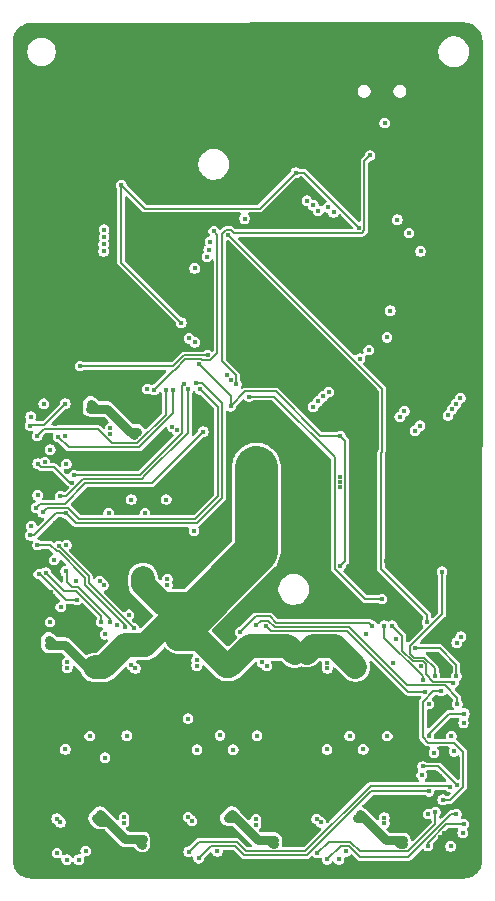
<source format=gbr>
%TF.GenerationSoftware,KiCad,Pcbnew,9.0.0*%
%TF.CreationDate,2025-03-10T21:19:58+01:00*%
%TF.ProjectId,NPulse_v4,4e50756c-7365-45f7-9634-2e6b69636164,rev?*%
%TF.SameCoordinates,Original*%
%TF.FileFunction,Copper,L3,Inr*%
%TF.FilePolarity,Positive*%
%FSLAX46Y46*%
G04 Gerber Fmt 4.6, Leading zero omitted, Abs format (unit mm)*
G04 Created by KiCad (PCBNEW 9.0.0) date 2025-03-10 21:19:58*
%MOMM*%
%LPD*%
G01*
G04 APERTURE LIST*
%TA.AperFunction,ViaPad*%
%ADD10C,0.400000*%
%TD*%
%TA.AperFunction,Conductor*%
%ADD11C,0.150000*%
%TD*%
%TA.AperFunction,Conductor*%
%ADD12C,0.800000*%
%TD*%
%TA.AperFunction,Conductor*%
%ADD13C,2.000000*%
%TD*%
%TA.AperFunction,Conductor*%
%ADD14C,3.600000*%
%TD*%
G04 APERTURE END LIST*
D10*
%TO.N,+3.3V*%
X189116174Y-120460825D03*
X155375000Y-106225000D03*
X169515000Y-99785000D03*
X189725000Y-111650000D03*
X181120000Y-100180000D03*
X181100000Y-111170000D03*
X182730000Y-82540000D03*
X189670000Y-121760000D03*
X167650521Y-90569479D03*
X156550000Y-101325000D03*
X177330000Y-77860000D03*
X171820000Y-97640000D03*
X169150000Y-94100000D03*
X185340000Y-89540000D03*
X162570000Y-78910000D03*
X189770000Y-130960000D03*
X156870000Y-110670000D03*
%TO.N,GND*%
X188874149Y-101524149D03*
X188345000Y-105560000D03*
X156360000Y-108650000D03*
X167030000Y-91410000D03*
X185079929Y-94082444D03*
X175630000Y-100570000D03*
X172148328Y-98514788D03*
X172530000Y-125510000D03*
X181075000Y-104500000D03*
X185670000Y-105810000D03*
X188215000Y-88525933D03*
X185220000Y-105770000D03*
X173760000Y-99860000D03*
X171110000Y-116290000D03*
X156930000Y-99150000D03*
X156960000Y-107510000D03*
X190320000Y-117600000D03*
X160890000Y-102820000D03*
X177320000Y-122620000D03*
X181075000Y-104050000D03*
X159770634Y-118140000D03*
X189530000Y-128940000D03*
X189650000Y-106020000D03*
X156290000Y-126220000D03*
X172260000Y-115150000D03*
X156980000Y-104400000D03*
X185200000Y-83240000D03*
X179460000Y-115450000D03*
X189568360Y-134128360D03*
X188990000Y-107900000D03*
X179475000Y-110566041D03*
X169670000Y-98100000D03*
X166425001Y-122736040D03*
X165320000Y-105660000D03*
X190130000Y-124855000D03*
X178031199Y-109321199D03*
X186550000Y-126680000D03*
X156585729Y-113376771D03*
X189640000Y-105600000D03*
X161479999Y-125452183D03*
X185406802Y-101343198D03*
X162840000Y-106090000D03*
X165210000Y-89590000D03*
X186320000Y-89420000D03*
X163321596Y-94878497D03*
X164520000Y-110610000D03*
X164410000Y-116000000D03*
X168028604Y-125908604D03*
X190130000Y-127890000D03*
X156800000Y-113750000D03*
X186160000Y-105750000D03*
X188889330Y-101039041D03*
X166770000Y-84030000D03*
X185030521Y-107230000D03*
X185890000Y-95850000D03*
X189410000Y-84590000D03*
X185088604Y-101661396D03*
X185980000Y-84190000D03*
X190040000Y-119600000D03*
X161020000Y-81340000D03*
X156380000Y-103310000D03*
X188990000Y-110710000D03*
X189580873Y-119640873D03*
X166420000Y-106560000D03*
X185000000Y-110720000D03*
X189520000Y-123630000D03*
X156320000Y-98170000D03*
X181075000Y-103600000D03*
X173290000Y-97750000D03*
X188900000Y-100575000D03*
X185725000Y-101025000D03*
X160830000Y-105470000D03*
X189640000Y-106490000D03*
X189917839Y-133778881D03*
X162940000Y-109490000D03*
X175120000Y-97960000D03*
X186870000Y-85650000D03*
X177560000Y-100420000D03*
%TO.N,/NRST*%
X159060000Y-94240000D03*
X169877089Y-93335163D03*
%TO.N,AD_Vbat*%
X173370000Y-96820000D03*
X184640000Y-113950000D03*
%TO.N,LED*%
X183620000Y-76410000D03*
X172303659Y-95753960D03*
%TO.N,+12V*%
X163935269Y-99794731D03*
X171175000Y-120200000D03*
X167315900Y-117790401D03*
X163610000Y-100130000D03*
X182365273Y-119734731D03*
X174950000Y-106650000D03*
X182484730Y-132515269D03*
X174470000Y-106650000D03*
X160345904Y-119760402D03*
X174230000Y-103920000D03*
X164350001Y-134300401D03*
X178750000Y-118480000D03*
X156405902Y-117870401D03*
X164125000Y-112500000D03*
X159980000Y-97424403D03*
X160430629Y-132485672D03*
X164406005Y-112149134D03*
X178460000Y-118090000D03*
X174225001Y-103460001D03*
X175525901Y-134360402D03*
X168020000Y-114410000D03*
X186400000Y-134850400D03*
X164350000Y-134760403D03*
X174225000Y-103000000D03*
X171915899Y-132170401D03*
X173740000Y-108280000D03*
X160755901Y-132160400D03*
X175525898Y-134820400D03*
X182040000Y-120060000D03*
X156405900Y-117410399D03*
X186400000Y-134390401D03*
X171200000Y-119750000D03*
X159980000Y-97884403D03*
X177010000Y-118150000D03*
X173749999Y-108739999D03*
X167315902Y-117330402D03*
X171590633Y-132495670D03*
X177239312Y-118538878D03*
X178269621Y-118500328D03*
X175410000Y-106650000D03*
X182810000Y-132190000D03*
X173750000Y-109200000D03*
X173640000Y-105620000D03*
X173175000Y-105600000D03*
X168020000Y-114864404D03*
X172714999Y-105600001D03*
X176469196Y-118055405D03*
X160020634Y-120085671D03*
%TO.N,pin4_1*%
X184835903Y-132475401D03*
X184835903Y-132945402D03*
X179110000Y-132580000D03*
X179455901Y-132870000D03*
%TO.N,pin4_5*%
X161640737Y-99484404D03*
X167260736Y-99684404D03*
X161640736Y-99954404D03*
X166900737Y-99384404D03*
%TO.N,I1*%
X182780000Y-93620000D03*
X181615902Y-135320402D03*
%TO.N,I5*%
X187900000Y-84530000D03*
X164771597Y-96186214D03*
%TO.N,pin4_2*%
X180005901Y-119835401D03*
X180005902Y-119365403D03*
X185555000Y-119370000D03*
X185836797Y-117389750D03*
%TO.N,pin4_6*%
X160728396Y-112462064D03*
X166460736Y-112294404D03*
X166457977Y-112761644D03*
X161060736Y-112794404D03*
%TO.N,I2*%
X183520000Y-92890000D03*
X183265903Y-116895401D03*
%TO.N,I6*%
X163225000Y-115300000D03*
X186930000Y-82980000D03*
%TO.N,pin4_3*%
X168227661Y-132427660D03*
X173965902Y-133075403D03*
X173965902Y-132605404D03*
X168560000Y-132760000D03*
%TO.N,pin4_7*%
X162790000Y-132420001D03*
X157085902Y-132555403D03*
X157411171Y-132880675D03*
X162790000Y-132890000D03*
%TO.N,I3*%
X170705901Y-135325401D03*
X180544999Y-81236751D03*
%TO.N,I7*%
X159550000Y-135290000D03*
X180070000Y-80810000D03*
%TO.N,pin4_4*%
X168940000Y-119140000D03*
X174875000Y-119625000D03*
X168940000Y-119609999D03*
X174515903Y-119335401D03*
%TO.N,pin4_8*%
X163755270Y-119845273D03*
X163430000Y-119520000D03*
X158000000Y-119775000D03*
X158000000Y-119325000D03*
%TO.N,I8*%
X185944412Y-81850000D03*
X161200000Y-116950000D03*
%TO.N,OUT1_1*%
X190935902Y-132165404D03*
X179995902Y-136010401D03*
%TO.N,NSLEEP*%
X172615903Y-116775400D03*
X180995903Y-136015401D03*
X170395926Y-82798438D03*
X162200000Y-116170000D03*
X183820000Y-116230000D03*
X165370000Y-96230000D03*
X158950000Y-136025000D03*
%TO.N,OUT1_2*%
X179155903Y-135455402D03*
X189155902Y-132025403D03*
%TO.N,OUT5_1*%
X155450000Y-100125000D03*
X166350796Y-96229851D03*
%TO.N,OUT5_2*%
X157223335Y-100257534D03*
X166950720Y-96239593D03*
%TO.N,OUT2_2*%
X190669744Y-121083193D03*
X185500000Y-116225000D03*
%TO.N,OUT2_1*%
X184835897Y-116225000D03*
X188080000Y-120840000D03*
%TO.N,OUT6_2*%
X160875000Y-115895401D03*
X156166846Y-111725123D03*
%TO.N,OUT6_1*%
X157856805Y-111626805D03*
X161630737Y-115914404D03*
%TO.N,OUT3_1*%
X169115902Y-135910402D03*
X188630000Y-130250000D03*
%TO.N,OUT3_2*%
X168275902Y-135355403D03*
X190400000Y-129850000D03*
%TO.N,OUT7_1*%
X157950001Y-136025001D03*
X157920000Y-102520000D03*
%TO.N,OUT7_2*%
X156100000Y-102380000D03*
X157110001Y-135470002D03*
%TO.N,OUT4_1*%
X191010000Y-122840000D03*
X173965901Y-116175402D03*
%TO.N,OUT4_2*%
X174820000Y-116260000D03*
X188263248Y-121823248D03*
%TO.N,OUT8_1*%
X155470000Y-109390000D03*
X162839867Y-116368977D03*
%TO.N,OUT8_2*%
X163610000Y-116450000D03*
X157270000Y-109510000D03*
%TO.N,ENC2_S2*%
X185080000Y-125550000D03*
X185060000Y-91800000D03*
%TO.N,ENC2_S1*%
X179237387Y-81073077D03*
X179980000Y-126700000D03*
%TO.N,ENC1_S1*%
X178823277Y-80638893D03*
X181900000Y-125550000D03*
%TO.N,ENC1_S2*%
X183050000Y-126700000D03*
X178276985Y-80239310D03*
%TO.N,ENC6_S2*%
X164570000Y-106700000D03*
X168294889Y-91895165D03*
%TO.N,ENC6_S1*%
X166370000Y-105540000D03*
X168789580Y-92239580D03*
%TO.N,ENC5_S1*%
X161500000Y-106690000D03*
X169970509Y-84392520D03*
%TO.N,ENC5_S2*%
X169810589Y-84970818D03*
X163420000Y-105540000D03*
%TO.N,ENC4_S2*%
X170930000Y-125510000D03*
X179220750Y-97219678D03*
%TO.N,ENC3_S2*%
X179655071Y-96805712D03*
X172040000Y-126720000D03*
%TO.N,ENC4_S1*%
X168990000Y-126710000D03*
X178824162Y-97669923D03*
%TO.N,ENC3_S1*%
X174070000Y-125540000D03*
X180125000Y-96425000D03*
%TO.N,ENC8_S2*%
X161200000Y-127400000D03*
X171859972Y-95428930D03*
%TO.N,ENC8_S1*%
X163020000Y-125540000D03*
X171535000Y-94985202D03*
%TO.N,ENC7_S1*%
X173000000Y-81750000D03*
X157825000Y-126700000D03*
%TO.N,ENC7_S2*%
X159898628Y-125548628D03*
X170095406Y-83700000D03*
%TO.N,MesOn*%
X188450000Y-115925000D03*
X171638363Y-83121637D03*
%TO.N,/SW_BSTD*%
X184870000Y-73660000D03*
X168775000Y-85975000D03*
%TO.N,PWM4*%
X190520000Y-125570000D03*
X190568567Y-97910940D03*
%TO.N,PWM1*%
X186535648Y-98071368D03*
X190445903Y-134895401D03*
%TO.N,DIR6*%
X161074534Y-84525003D03*
X158700000Y-112450000D03*
X156520000Y-115920000D03*
%TO.N,DIR7*%
X155490000Y-105190000D03*
X158557936Y-103470000D03*
X167850000Y-95725000D03*
%TO.N,DIR3*%
X187850000Y-99280000D03*
X188010000Y-128890000D03*
X190730000Y-126860000D03*
%TO.N,DIR4*%
X191620000Y-123670000D03*
X190218567Y-98423783D03*
X188630000Y-125520000D03*
%TO.N,PWM6*%
X161075000Y-83925000D03*
X157442500Y-114652500D03*
%TO.N,PWM8*%
X155910000Y-106620000D03*
X169225031Y-96204339D03*
%TO.N,PWM2*%
X191270000Y-96930000D03*
X191307806Y-117154896D03*
%TO.N,PWM7*%
X157400000Y-105270000D03*
X168214349Y-96201711D03*
%TO.N,PWM3*%
X187429879Y-99708369D03*
X189030000Y-126970000D03*
%TO.N,DIR1*%
X188495902Y-134845403D03*
X186144046Y-98525956D03*
X191555903Y-133005403D03*
%TO.N,PWM5*%
X161110406Y-82688687D03*
X156000737Y-97434404D03*
%TO.N,DIR2*%
X187906051Y-119654524D03*
X190918567Y-97416310D03*
X190960000Y-117660000D03*
%TO.N,DIR8*%
X168900000Y-95700000D03*
X154870000Y-108570000D03*
X157890000Y-106720000D03*
%TO.N,DIR5*%
X157825000Y-97425000D03*
X154825000Y-99275000D03*
X161110909Y-83288690D03*
%TO.N,Net-(U2-Pad10)*%
X188545901Y-132165403D03*
X191475903Y-133755402D03*
%TO.N,Net-(U3-Pad10)*%
X157825000Y-100125000D03*
X154900000Y-98520000D03*
%TO.N,Net-(U4-Pad10)*%
X187460000Y-118100000D03*
X190940000Y-120490000D03*
%TO.N,Net-(U5-Pad10)*%
X155581764Y-111858096D03*
X158810737Y-114044403D03*
%TO.N,Net-(U6-Pad10)*%
X188080000Y-128140000D03*
X191000000Y-129720000D03*
%TO.N,Net-(U7-Pad10)*%
X155480000Y-102510000D03*
X158410000Y-104100000D03*
%TO.N,Net-(U8-Pad10)*%
X191540000Y-124430000D03*
X188590000Y-122840000D03*
%TO.N,Net-(U9-Pad10)*%
X157910000Y-109390000D03*
X154950000Y-107800000D03*
%TO.N,+5V*%
X168720000Y-108170000D03*
X168220000Y-124080000D03*
%TD*%
D11*
%TO.N,+3.3V*%
X167650521Y-90569479D02*
X162570000Y-85488958D01*
X171820000Y-97640000D02*
X173070000Y-96390000D01*
X188998248Y-121760000D02*
X188115000Y-122643248D01*
X157781726Y-105895000D02*
X155705000Y-105895000D01*
X181501000Y-110769000D02*
X181501000Y-100561000D01*
X191530000Y-126888248D02*
X191530000Y-129861752D01*
X177330000Y-77860000D02*
X178050000Y-77860000D01*
X188558248Y-126120000D02*
X190761752Y-126120000D01*
X189670000Y-121760000D02*
X188998248Y-121760000D01*
X189725000Y-115252455D02*
X188626455Y-116351000D01*
X188207184Y-118927524D02*
X189116174Y-119836514D01*
X165130000Y-104170000D02*
X159506726Y-104170000D01*
X188115000Y-122643248D02*
X188115000Y-125676752D01*
X187358655Y-118927524D02*
X188207184Y-118927524D01*
X188606545Y-116351000D02*
X187034000Y-117923545D01*
X159506726Y-104170000D02*
X157781726Y-105895000D01*
X173070000Y-96390000D02*
X175640000Y-96390000D01*
X187034000Y-118602869D02*
X187358655Y-118927524D01*
X155705000Y-105895000D02*
X155375000Y-106225000D01*
X171820000Y-96770000D02*
X171820000Y-97640000D01*
X162570000Y-78910000D02*
X164570000Y-80910000D01*
X188626455Y-116351000D02*
X188606545Y-116351000D01*
X164570000Y-80910000D02*
X174280000Y-80910000D01*
X187034000Y-117923545D02*
X187034000Y-118602869D01*
X169150000Y-94100000D02*
X171820000Y-96770000D01*
X189116174Y-119836514D02*
X189116174Y-120460825D01*
X175640000Y-96390000D02*
X179430000Y-100180000D01*
X181100000Y-111170000D02*
X181501000Y-110769000D01*
X162570000Y-85488958D02*
X162570000Y-78910000D01*
X174280000Y-80910000D02*
X177330000Y-77860000D01*
X169515000Y-99785000D02*
X165130000Y-104170000D01*
X191530000Y-129861752D02*
X190431752Y-130960000D01*
X190431752Y-130960000D02*
X189770000Y-130960000D01*
X179430000Y-100180000D02*
X181120000Y-100180000D01*
X189725000Y-111650000D02*
X189725000Y-115252455D01*
X181501000Y-100561000D02*
X181120000Y-100180000D01*
X190761752Y-126120000D02*
X191530000Y-126888248D01*
X188115000Y-125676752D02*
X188558248Y-126120000D01*
X178050000Y-77860000D02*
X182730000Y-82540000D01*
%TO.N,/NRST*%
X159370000Y-94240000D02*
X159371000Y-94239000D01*
X167864837Y-93335163D02*
X169877089Y-93335163D01*
X159371000Y-94239000D02*
X166961000Y-94239000D01*
X166961000Y-94239000D02*
X167864837Y-93335163D01*
X159060000Y-94240000D02*
X159370000Y-94240000D01*
%TO.N,AD_Vbat*%
X175490000Y-96820000D02*
X173370000Y-96820000D01*
X180650000Y-101980000D02*
X175490000Y-96820000D01*
X183170000Y-113950000D02*
X180650000Y-111430000D01*
X180650000Y-111430000D02*
X180650000Y-101980000D01*
X184640000Y-113950000D02*
X183170000Y-113950000D01*
%TO.N,LED*%
X183156000Y-82716455D02*
X183156000Y-76874000D01*
X172290000Y-95740301D02*
X172290000Y-95020000D01*
X172085181Y-82966000D02*
X182906455Y-82966000D01*
X171814818Y-82695637D02*
X172085181Y-82966000D01*
X183156000Y-76874000D02*
X183620000Y-76410000D01*
X171110000Y-83047545D02*
X171461908Y-82695637D01*
X172303659Y-95753960D02*
X172290000Y-95740301D01*
X171110000Y-93840000D02*
X171110000Y-83047545D01*
X182906455Y-82966000D02*
X183156000Y-82716455D01*
X172290000Y-95020000D02*
X171110000Y-93840000D01*
X171461908Y-82695637D02*
X171814818Y-82695637D01*
D12*
%TO.N,+12V*%
X161402751Y-132807249D02*
X160755901Y-132160400D01*
X160550000Y-97884403D02*
X161390197Y-97884403D01*
X160752206Y-132807249D02*
X160430629Y-132485672D01*
X183243021Y-132646979D02*
X182801173Y-132205132D01*
X185820000Y-134390401D02*
X186128999Y-134699400D01*
X159940736Y-97884403D02*
X160550000Y-97884403D01*
X175060000Y-134360402D02*
X175368998Y-134669400D01*
X157060000Y-117870401D02*
X156405902Y-117870401D01*
X163337897Y-99832103D02*
X163897897Y-99832103D01*
X183243021Y-132646979D02*
X183094869Y-132498827D01*
X184986442Y-134390401D02*
X183243021Y-132646979D01*
D13*
X164575139Y-117880000D02*
X168050736Y-114404403D01*
D12*
X186425899Y-134390401D02*
X185820000Y-134390401D01*
D13*
X171715000Y-119675000D02*
X171460501Y-119675000D01*
X173454599Y-117935401D02*
X171715000Y-119675000D01*
D12*
X172537749Y-132792251D02*
X171915899Y-132170401D01*
X174650000Y-134360402D02*
X174105900Y-134360402D01*
D14*
X174000000Y-109900000D02*
X167600000Y-116300000D01*
D12*
X185820000Y-134390401D02*
X184986442Y-134390401D01*
X161402751Y-132807249D02*
X160752206Y-132807249D01*
X183094869Y-132498827D02*
X182501172Y-132498827D01*
X164375903Y-134300401D02*
X163670000Y-134300401D01*
D13*
X164406005Y-112689571D02*
X164406005Y-112149134D01*
D12*
X161390197Y-97884403D02*
X163067897Y-99562103D01*
X172241168Y-132495670D02*
X171590633Y-132495670D01*
D13*
X168050736Y-114404403D02*
X166120837Y-114404403D01*
D12*
X163889998Y-134300401D02*
X164350000Y-134760403D01*
X163670000Y-134300401D02*
X162895902Y-134300401D01*
X163067897Y-99562103D02*
X163337897Y-99832103D01*
X175368998Y-134669400D02*
X175525898Y-134669400D01*
X160550000Y-97884403D02*
X160440000Y-97884403D01*
D13*
X162911404Y-117880000D02*
X164575139Y-117880000D01*
D12*
X157805364Y-117870401D02*
X157060000Y-117870401D01*
X160020634Y-120085671D02*
X157805364Y-117870401D01*
D13*
X169115903Y-117330402D02*
X167315902Y-117330402D01*
D12*
X163670000Y-134300401D02*
X163889998Y-134300401D01*
X182501172Y-132498827D02*
X182484730Y-132515269D01*
X172537749Y-132792251D02*
X172241168Y-132495670D01*
D13*
X160345904Y-119760402D02*
X161031002Y-119760402D01*
D12*
X162895902Y-134300401D02*
X161402751Y-132807249D01*
D13*
X176635835Y-117935401D02*
X173454599Y-117935401D01*
D12*
X186128999Y-134699400D02*
X186400000Y-134699400D01*
D13*
X171460501Y-119675000D02*
X169115903Y-117330402D01*
D12*
X163067897Y-99562103D02*
X163615467Y-100109673D01*
X174105900Y-134360402D02*
X172537749Y-132792251D01*
X174650000Y-134360402D02*
X175060000Y-134360402D01*
X157060000Y-117870401D02*
X156865902Y-117870401D01*
X171915899Y-132170401D02*
X171915899Y-132170404D01*
X175525901Y-134360402D02*
X174650000Y-134360402D01*
D13*
X162705702Y-118085702D02*
X162911404Y-117880000D01*
D12*
X163897897Y-99832103D02*
X163935269Y-99794731D01*
D13*
X178804546Y-117965403D02*
X180621442Y-117965403D01*
D12*
X160440000Y-97884403D02*
X159980000Y-97424403D01*
D14*
X174000000Y-102775000D02*
X174000000Y-109900000D01*
D13*
X166120837Y-114404403D02*
X164406005Y-112689571D01*
D12*
X156865902Y-117870401D02*
X156405900Y-117410399D01*
D13*
X180621442Y-117965403D02*
X182371172Y-119715133D01*
X177239312Y-118538878D02*
X176635835Y-117935401D01*
X161031002Y-119760402D02*
X162705702Y-118085702D01*
X178269621Y-118500328D02*
X178804546Y-117965403D01*
D12*
X171915899Y-132170404D02*
X171590633Y-132495670D01*
D11*
%TO.N,OUT1_1*%
X190935902Y-132165404D02*
X190504596Y-132165404D01*
X181812654Y-134845402D02*
X181160901Y-134845402D01*
X181160901Y-134845402D02*
X179995902Y-136010401D01*
X190504596Y-132165404D02*
X186880000Y-135790000D01*
X182757252Y-135790000D02*
X181812654Y-134845402D01*
X186880000Y-135790000D02*
X182757252Y-135790000D01*
%TO.N,NSLEEP*%
X169413618Y-93761163D02*
X169326455Y-93674000D01*
X183550401Y-115960401D02*
X183820000Y-116230000D01*
X167060000Y-94540000D02*
X165370000Y-96230000D01*
X175687128Y-115960401D02*
X183550401Y-115960401D01*
X175161727Y-115435000D02*
X175687128Y-115960401D01*
X168967545Y-93680000D02*
X167945678Y-93680000D01*
X173956303Y-115435000D02*
X175161727Y-115435000D01*
X169326455Y-93674000D02*
X168973545Y-93674000D01*
X168973545Y-93674000D02*
X168967545Y-93680000D01*
X167945678Y-93680000D02*
X167085678Y-94540000D01*
X170053544Y-93761163D02*
X169413618Y-93761163D01*
X170710000Y-93104707D02*
X170053544Y-93761163D01*
X170395926Y-82798438D02*
X170710000Y-83112512D01*
X172615903Y-116775400D02*
X173956303Y-115435000D01*
X167085678Y-94540000D02*
X167060000Y-94540000D01*
X170710000Y-83112512D02*
X170710000Y-93104707D01*
%TO.N,OUT1_2*%
X182787627Y-135325400D02*
X181957629Y-134495402D01*
X189155902Y-132025403D02*
X189155902Y-133019124D01*
X180115903Y-134495402D02*
X179155903Y-135455402D01*
X181957629Y-134495402D02*
X180115903Y-134495402D01*
X189155902Y-133019124D02*
X186849626Y-135325400D01*
X186849626Y-135325400D02*
X182787627Y-135325400D01*
%TO.N,OUT5_1*%
X163915327Y-100784673D02*
X166350796Y-98349204D01*
X155450000Y-100125000D02*
X156000000Y-99575000D01*
X161799253Y-100784673D02*
X163915327Y-100784673D01*
X156000000Y-99575000D02*
X160589580Y-99575000D01*
X160589580Y-99575000D02*
X161799253Y-100784673D01*
X166350796Y-98349204D02*
X166350796Y-96229851D01*
%TO.N,OUT5_2*%
X166950720Y-98244255D02*
X164060302Y-101134673D01*
X166950720Y-96239593D02*
X166950720Y-98244255D01*
X164060302Y-101134673D02*
X158100474Y-101134673D01*
X158100474Y-101134673D02*
X157223335Y-100257534D01*
%TO.N,OUT2_2*%
X188332051Y-119830979D02*
X188332051Y-119478069D01*
X186350295Y-117075295D02*
X185500000Y-116225000D01*
X188082506Y-119228524D02*
X187233977Y-119228524D01*
X188330000Y-120324547D02*
X188330000Y-119833030D01*
X187233977Y-119228524D02*
X186350295Y-118344842D01*
X188969453Y-120964000D02*
X188330000Y-120324547D01*
X190669744Y-121083193D02*
X190550551Y-120964000D01*
X186350295Y-118344842D02*
X186350295Y-117075295D01*
X188332051Y-119478069D02*
X188082506Y-119228524D01*
X188330000Y-119833030D02*
X188332051Y-119830979D01*
X190550551Y-120964000D02*
X188969453Y-120964000D01*
%TO.N,OUT2_1*%
X184835897Y-117256122D02*
X184835897Y-116225000D01*
X188075176Y-120835176D02*
X188075176Y-120495401D01*
X188075176Y-120495401D02*
X184835897Y-117256122D01*
X188080000Y-120840000D02*
X188075176Y-120835176D01*
%TO.N,OUT6_2*%
X160875000Y-115400000D02*
X158744404Y-113269404D01*
X158744404Y-113269404D02*
X157711127Y-113269404D01*
X160875000Y-115895401D02*
X160875000Y-115400000D01*
X157711127Y-113269404D02*
X156166846Y-111725123D01*
%TO.N,OUT6_1*%
X158369404Y-112919404D02*
X158889378Y-112919404D01*
X157978535Y-112528535D02*
X158369404Y-112919404D01*
X158889378Y-112919404D02*
X161630737Y-115660763D01*
X161630737Y-115660763D02*
X161630737Y-115914404D01*
X157856805Y-111626805D02*
X157970521Y-111740521D01*
X157970521Y-111880520D02*
X157978535Y-111888534D01*
X157978535Y-111888534D02*
X157978535Y-112528535D01*
X157970521Y-111740521D02*
X157970521Y-111880520D01*
%TO.N,OUT3_1*%
X172200401Y-134850401D02*
X170175903Y-134850401D01*
X178294153Y-135645400D02*
X172995400Y-135645400D01*
X183689553Y-130250000D02*
X178294153Y-135645400D01*
X170175903Y-134850401D02*
X169115902Y-135910402D01*
X172995400Y-135645400D02*
X172200401Y-134850401D01*
X188630000Y-130250000D02*
X183689553Y-130250000D01*
%TO.N,OUT3_2*%
X173140374Y-135295400D02*
X172345375Y-134500401D01*
X178149179Y-135295400D02*
X173140374Y-135295400D01*
X169130904Y-134500401D02*
X168275902Y-135355403D01*
X183669579Y-129775000D02*
X178149179Y-135295400D01*
X190400000Y-129850000D02*
X190325000Y-129775000D01*
X172345375Y-134500401D02*
X169130904Y-134500401D01*
X190325000Y-129775000D02*
X183669579Y-129775000D01*
%TO.N,OUT4_1*%
X191010000Y-122840000D02*
X191010000Y-122318248D01*
X181840401Y-116310401D02*
X175542153Y-116310401D01*
X189956752Y-121265000D02*
X186778248Y-121265000D01*
X191010000Y-122318248D02*
X189956752Y-121265000D01*
X175016752Y-115785000D02*
X174356303Y-115785000D01*
X175542153Y-116310401D02*
X175016752Y-115785000D01*
X185080000Y-119566752D02*
X185080000Y-119550000D01*
X186778248Y-121265000D02*
X185080000Y-119566752D01*
X174356303Y-115785000D02*
X173965901Y-116175402D01*
X185080000Y-119550000D02*
X181840401Y-116310401D01*
%TO.N,OUT4_2*%
X175220401Y-116660401D02*
X174820000Y-116260000D01*
X188263248Y-121823248D02*
X186841521Y-121823248D01*
X186841521Y-121823248D02*
X181678674Y-116660401D01*
X181678674Y-116660401D02*
X175220401Y-116660401D01*
%TO.N,OUT8_1*%
X162839867Y-116138115D02*
X159509000Y-112807248D01*
X157093545Y-109936000D02*
X156547545Y-109390000D01*
X156547545Y-109390000D02*
X155470000Y-109390000D01*
X159509000Y-112174678D02*
X157270322Y-109936000D01*
X159509000Y-112807248D02*
X159509000Y-112174678D01*
X162839867Y-116368977D02*
X162839867Y-116138115D01*
X157270322Y-109936000D02*
X157093545Y-109936000D01*
%TO.N,OUT8_2*%
X159810000Y-112050000D02*
X157270000Y-109510000D01*
X159810000Y-112613274D02*
X159810000Y-112050000D01*
X163610000Y-116450000D02*
X163610000Y-116413274D01*
X163610000Y-116413274D02*
X159810000Y-112613274D01*
%TO.N,MesOn*%
X184574000Y-111424000D02*
X188450000Y-115300000D01*
X184670000Y-96153274D02*
X184670000Y-101477545D01*
X188450000Y-115300000D02*
X188450000Y-115925000D01*
X184670000Y-101477545D02*
X184574000Y-101573545D01*
X171638363Y-83121637D02*
X184670000Y-96153274D01*
X184574000Y-101573545D02*
X184574000Y-111424000D01*
%TO.N,DIR7*%
X167739349Y-95835651D02*
X167739349Y-99877543D01*
X164146892Y-103470000D02*
X158557936Y-103470000D01*
X167850000Y-95725000D02*
X167739349Y-95835651D01*
X167739349Y-99877543D02*
X164146892Y-103470000D01*
%TO.N,DIR4*%
X191620000Y-123670000D02*
X190310000Y-123670000D01*
X190310000Y-123670000D02*
X188630000Y-125350000D01*
X188630000Y-125350000D02*
X188630000Y-125520000D01*
%TO.N,PWM8*%
X170750000Y-97729308D02*
X170750000Y-105255026D01*
X169225031Y-96204339D02*
X170750000Y-97729308D01*
X168830026Y-107175000D02*
X159016752Y-107175000D01*
X158086752Y-106245000D02*
X156285000Y-106245000D01*
X156285000Y-106245000D02*
X155910000Y-106620000D01*
X159016752Y-107175000D02*
X158086752Y-106245000D01*
X170750000Y-105255026D02*
X168830026Y-107175000D01*
%TO.N,PWM7*%
X168214349Y-99897518D02*
X164611866Y-103500000D01*
X164291866Y-103820000D02*
X159361752Y-103820000D01*
X159361752Y-103820000D02*
X157911752Y-105270000D01*
X164611866Y-103500000D02*
X164291866Y-103820000D01*
X168214349Y-96201711D02*
X168214349Y-99897518D01*
X157911752Y-105270000D02*
X157400000Y-105270000D01*
%TO.N,DIR1*%
X190090275Y-133005403D02*
X191555903Y-133005403D01*
X188495902Y-134599776D02*
X190090275Y-133005403D01*
X188495902Y-134845403D02*
X188495902Y-134599776D01*
%TO.N,DIR8*%
X154870000Y-108570000D02*
X155200000Y-108570000D01*
X168975000Y-107525000D02*
X158695000Y-107525000D01*
X171100000Y-97407556D02*
X171100000Y-105400000D01*
X155200000Y-108570000D02*
X157050000Y-106720000D01*
X171100000Y-105400000D02*
X168975000Y-107525000D01*
X169392444Y-95700000D02*
X171100000Y-97407556D01*
X158695000Y-107525000D02*
X157890000Y-106720000D01*
X157050000Y-106720000D02*
X157890000Y-106720000D01*
X168900000Y-95700000D02*
X169392444Y-95700000D01*
%TO.N,DIR5*%
X156025000Y-99225000D02*
X157825000Y-97425000D01*
X154875000Y-99225000D02*
X156025000Y-99225000D01*
X154825000Y-99275000D02*
X154875000Y-99225000D01*
%TO.N,Net-(U4-Pad10)*%
X189530000Y-118100000D02*
X190940000Y-119510000D01*
X190940000Y-119510000D02*
X190940000Y-120490000D01*
X187460000Y-118100000D02*
X189530000Y-118100000D01*
%TO.N,Net-(U5-Pad10)*%
X158810737Y-114044403D02*
X157854403Y-114044403D01*
X157854403Y-114044403D02*
X155668096Y-111858096D01*
X155668096Y-111858096D02*
X155581764Y-111858096D01*
%TO.N,Net-(U6-Pad10)*%
X191000000Y-129720000D02*
X189420000Y-128140000D01*
X189420000Y-128140000D02*
X188080000Y-128140000D01*
%TO.N,Net-(U7-Pad10)*%
X156896000Y-102806000D02*
X155776000Y-102806000D01*
X155776000Y-102806000D02*
X155480000Y-102510000D01*
X158410000Y-104100000D02*
X158190000Y-104100000D01*
X158190000Y-104100000D02*
X156896000Y-102806000D01*
%TD*%
%TA.AperFunction,Conductor*%
%TO.N,GND*%
G36*
X189300850Y-128485185D02*
G01*
X189321492Y-128501819D01*
X190057492Y-129237819D01*
X190090977Y-129299142D01*
X190085993Y-129368834D01*
X190044121Y-129424767D01*
X189978657Y-129449184D01*
X189969811Y-129449500D01*
X188386964Y-129449500D01*
X188319925Y-129429815D01*
X188274170Y-129377011D01*
X188264226Y-129307853D01*
X188293251Y-129244297D01*
X188299283Y-129237819D01*
X188322843Y-129214259D01*
X188370489Y-129166613D01*
X188429799Y-129063886D01*
X188460500Y-128949309D01*
X188460500Y-128830691D01*
X188429799Y-128716114D01*
X188392493Y-128651500D01*
X188376021Y-128583601D01*
X188398873Y-128517574D01*
X188453794Y-128474383D01*
X188499881Y-128465500D01*
X189233811Y-128465500D01*
X189300850Y-128485185D01*
G37*
%TD.AperFunction*%
%TA.AperFunction,Conductor*%
G36*
X190220675Y-121990490D02*
G01*
X190231706Y-122000281D01*
X190635702Y-122404277D01*
X190669187Y-122465600D01*
X190664203Y-122535292D01*
X190652794Y-122555898D01*
X190653575Y-122556349D01*
X190649512Y-122563385D01*
X190649511Y-122563387D01*
X190590201Y-122666114D01*
X190559500Y-122780691D01*
X190559500Y-122899309D01*
X190590201Y-123013886D01*
X190649511Y-123116613D01*
X190649513Y-123116615D01*
X190665717Y-123132819D01*
X190699202Y-123194142D01*
X190694218Y-123263834D01*
X190652346Y-123319767D01*
X190586882Y-123344184D01*
X190578036Y-123344500D01*
X190267147Y-123344500D01*
X190184361Y-123366682D01*
X190184358Y-123366683D01*
X190147250Y-123388107D01*
X190147250Y-123388108D01*
X190138107Y-123393387D01*
X190110138Y-123409535D01*
X190110135Y-123409537D01*
X188652181Y-124867492D01*
X188590858Y-124900977D01*
X188521166Y-124895993D01*
X188465233Y-124854121D01*
X188440816Y-124788657D01*
X188440500Y-124779811D01*
X188440500Y-123414500D01*
X188460185Y-123347461D01*
X188512989Y-123301706D01*
X188564500Y-123290500D01*
X188649306Y-123290500D01*
X188649309Y-123290500D01*
X188763886Y-123259799D01*
X188866613Y-123200489D01*
X188950489Y-123116613D01*
X189009799Y-123013886D01*
X189040500Y-122899309D01*
X189040500Y-122780691D01*
X189009799Y-122666114D01*
X188950489Y-122563387D01*
X188890519Y-122503417D01*
X188857034Y-122442094D01*
X188862018Y-122372402D01*
X188890519Y-122328055D01*
X188988152Y-122230423D01*
X189096756Y-122121819D01*
X189123683Y-122107115D01*
X189149502Y-122090523D01*
X189155702Y-122089631D01*
X189158079Y-122088334D01*
X189184437Y-122085500D01*
X189307036Y-122085500D01*
X189374075Y-122105185D01*
X189386935Y-122115548D01*
X189386941Y-122115542D01*
X189393382Y-122120484D01*
X189393387Y-122120489D01*
X189496114Y-122179799D01*
X189610691Y-122210500D01*
X189610694Y-122210500D01*
X189729306Y-122210500D01*
X189729309Y-122210500D01*
X189843886Y-122179799D01*
X189946613Y-122120489D01*
X190030489Y-122036613D01*
X190036638Y-122025961D01*
X190087203Y-121977747D01*
X190155810Y-121964523D01*
X190220675Y-121990490D01*
G37*
%TD.AperFunction*%
%TA.AperFunction,Conductor*%
G36*
X189410850Y-118445185D02*
G01*
X189431492Y-118461819D01*
X190578181Y-119608508D01*
X190611666Y-119669831D01*
X190614500Y-119696189D01*
X190614500Y-120127036D01*
X190594815Y-120194075D01*
X190584451Y-120206935D01*
X190584458Y-120206941D01*
X190579511Y-120213387D01*
X190537047Y-120286937D01*
X190520201Y-120316114D01*
X190489500Y-120430691D01*
X190489500Y-120430693D01*
X190489500Y-120514500D01*
X190469815Y-120581539D01*
X190417011Y-120627294D01*
X190365500Y-120638500D01*
X189690674Y-120638500D01*
X189623635Y-120618815D01*
X189577880Y-120566011D01*
X189566674Y-120514500D01*
X189566674Y-120401518D01*
X189566674Y-120401516D01*
X189535973Y-120286939D01*
X189476663Y-120184212D01*
X189476658Y-120184207D01*
X189471716Y-120177766D01*
X189473147Y-120176667D01*
X189444508Y-120124219D01*
X189441674Y-120097861D01*
X189441674Y-119793664D01*
X189441674Y-119793661D01*
X189437888Y-119779531D01*
X189419492Y-119710875D01*
X189376639Y-119636652D01*
X188407046Y-118667059D01*
X188389426Y-118656886D01*
X188341212Y-118606319D01*
X188327990Y-118537712D01*
X188353958Y-118472847D01*
X188410873Y-118432320D01*
X188451428Y-118425500D01*
X189343811Y-118425500D01*
X189410850Y-118445185D01*
G37*
%TD.AperFunction*%
%TA.AperFunction,Conductor*%
G36*
X171579052Y-83572136D02*
G01*
X171579054Y-83572137D01*
X171579056Y-83572137D01*
X171587119Y-83573199D01*
X171586883Y-83574988D01*
X171644213Y-83591822D01*
X171664855Y-83608456D01*
X184308181Y-96251781D01*
X184341666Y-96313104D01*
X184344500Y-96339462D01*
X184344500Y-101291356D01*
X184333494Y-101342427D01*
X184324176Y-101363041D01*
X184313535Y-101373683D01*
X184270682Y-101447906D01*
X184251258Y-101520398D01*
X184248643Y-101530157D01*
X184248642Y-101530160D01*
X184248500Y-101530691D01*
X184248500Y-101530692D01*
X184248500Y-111381147D01*
X184248500Y-111466853D01*
X184255701Y-111493728D01*
X184270682Y-111549640D01*
X184289067Y-111581483D01*
X184313535Y-111623862D01*
X184313536Y-111623863D01*
X184313537Y-111623864D01*
X188088181Y-115398507D01*
X188102884Y-115425434D01*
X188119477Y-115451253D01*
X188120368Y-115457453D01*
X188121666Y-115459830D01*
X188124500Y-115486188D01*
X188124500Y-115562036D01*
X188104815Y-115629075D01*
X188094451Y-115641935D01*
X188094458Y-115641941D01*
X188089511Y-115648387D01*
X188030201Y-115751114D01*
X187999500Y-115865691D01*
X187999500Y-115984309D01*
X188030201Y-116098886D01*
X188089511Y-116201613D01*
X188089513Y-116201615D01*
X188104876Y-116216978D01*
X188138361Y-116278301D01*
X188133377Y-116347993D01*
X188104876Y-116392340D01*
X186887476Y-117609741D01*
X186826153Y-117643226D01*
X186756461Y-117638242D01*
X186700528Y-117596370D01*
X186676111Y-117530906D01*
X186675795Y-117522060D01*
X186675795Y-117128150D01*
X186675796Y-117128137D01*
X186675796Y-117032443D01*
X186674944Y-117029263D01*
X186653613Y-116949656D01*
X186627170Y-116903856D01*
X186610760Y-116875433D01*
X186550157Y-116814830D01*
X186550154Y-116814828D01*
X186265376Y-116530050D01*
X185986819Y-116251492D01*
X185953334Y-116190169D01*
X185951568Y-116173749D01*
X185951561Y-116173751D01*
X185950500Y-116165694D01*
X185950500Y-116165691D01*
X185919799Y-116051114D01*
X185860489Y-115948387D01*
X185776613Y-115864511D01*
X185673886Y-115805201D01*
X185559309Y-115774500D01*
X185440691Y-115774500D01*
X185335505Y-115802684D01*
X185326110Y-115805202D01*
X185229948Y-115860722D01*
X185162048Y-115877195D01*
X185105947Y-115860722D01*
X185105897Y-115860693D01*
X185009783Y-115805201D01*
X184895206Y-115774500D01*
X184776588Y-115774500D01*
X184662011Y-115805201D01*
X184662009Y-115805201D01*
X184662009Y-115805202D01*
X184559284Y-115864511D01*
X184559281Y-115864513D01*
X184475410Y-115948384D01*
X184475408Y-115948387D01*
X184433892Y-116020294D01*
X184383324Y-116068509D01*
X184314717Y-116081731D01*
X184249852Y-116055763D01*
X184219118Y-116020294D01*
X184180489Y-115953387D01*
X184096613Y-115869511D01*
X183993886Y-115810201D01*
X183879309Y-115779500D01*
X183879305Y-115779499D01*
X183871249Y-115778439D01*
X183871484Y-115776650D01*
X183814150Y-115759815D01*
X183793508Y-115743181D01*
X183750265Y-115699938D01*
X183750263Y-115699936D01*
X183713151Y-115678509D01*
X183676041Y-115657083D01*
X183624925Y-115643387D01*
X183593254Y-115634901D01*
X183593253Y-115634901D01*
X175873317Y-115634901D01*
X175806278Y-115615216D01*
X175785636Y-115598582D01*
X175361591Y-115174537D01*
X175361589Y-115174535D01*
X175324477Y-115153108D01*
X175287367Y-115131682D01*
X175245973Y-115120591D01*
X175204580Y-115109500D01*
X173999156Y-115109500D01*
X173913450Y-115109500D01*
X173830662Y-115131682D01*
X173756441Y-115174535D01*
X173756438Y-115174537D01*
X172642395Y-116288581D01*
X172581072Y-116322066D01*
X172564652Y-116323831D01*
X172564654Y-116323839D01*
X172556597Y-116324899D01*
X172522556Y-116334020D01*
X172442017Y-116355601D01*
X172442015Y-116355601D01*
X172442015Y-116355602D01*
X172339290Y-116414911D01*
X172339287Y-116414913D01*
X172255416Y-116498784D01*
X172255414Y-116498787D01*
X172203035Y-116589510D01*
X172196104Y-116601514D01*
X172165403Y-116716091D01*
X172165403Y-116834709D01*
X172196104Y-116949286D01*
X172255414Y-117052013D01*
X172255416Y-117052015D01*
X172324782Y-117121381D01*
X172358267Y-117182704D01*
X172353283Y-117252396D01*
X172324782Y-117296743D01*
X171675431Y-117946094D01*
X171614108Y-117979579D01*
X171544416Y-117974595D01*
X171500069Y-117946094D01*
X170264590Y-116710615D01*
X170231105Y-116649292D01*
X170236089Y-116579600D01*
X170264590Y-116535253D01*
X172723993Y-114075850D01*
X173752195Y-113047648D01*
X175869500Y-113047648D01*
X175869500Y-113252351D01*
X175901522Y-113454534D01*
X175964781Y-113649223D01*
X176057715Y-113831613D01*
X176178028Y-113997213D01*
X176322786Y-114141971D01*
X176447668Y-114232701D01*
X176488390Y-114262287D01*
X176582986Y-114310486D01*
X176670776Y-114355218D01*
X176670778Y-114355218D01*
X176670781Y-114355220D01*
X176775137Y-114389127D01*
X176865465Y-114418477D01*
X176966557Y-114434488D01*
X177067648Y-114450500D01*
X177067649Y-114450500D01*
X177272351Y-114450500D01*
X177272352Y-114450500D01*
X177474534Y-114418477D01*
X177669219Y-114355220D01*
X177851610Y-114262287D01*
X177944590Y-114194732D01*
X178017213Y-114141971D01*
X178017215Y-114141968D01*
X178017219Y-114141966D01*
X178161966Y-113997219D01*
X178161968Y-113997215D01*
X178161971Y-113997213D01*
X178239362Y-113890691D01*
X178282287Y-113831610D01*
X178375220Y-113649219D01*
X178438477Y-113454534D01*
X178470500Y-113252352D01*
X178470500Y-113047648D01*
X178454068Y-112943904D01*
X178438477Y-112845465D01*
X178400439Y-112728397D01*
X178375220Y-112650781D01*
X178375218Y-112650778D01*
X178375218Y-112650776D01*
X178321493Y-112545336D01*
X178282287Y-112468390D01*
X178214149Y-112374605D01*
X178161971Y-112302786D01*
X178017213Y-112158028D01*
X177851613Y-112037715D01*
X177851612Y-112037714D01*
X177851610Y-112037713D01*
X177776613Y-111999500D01*
X177669223Y-111944781D01*
X177474534Y-111881522D01*
X177299995Y-111853878D01*
X177272352Y-111849500D01*
X177067648Y-111849500D01*
X177043329Y-111853351D01*
X176865465Y-111881522D01*
X176670776Y-111944781D01*
X176488386Y-112037715D01*
X176322786Y-112158028D01*
X176178028Y-112302786D01*
X176057715Y-112468386D01*
X175964781Y-112650776D01*
X175901522Y-112845465D01*
X175869500Y-113047648D01*
X173752195Y-113047648D01*
X175349508Y-111450335D01*
X175349526Y-111450320D01*
X175544951Y-111254895D01*
X175544956Y-111254890D01*
X175708587Y-111041641D01*
X175842984Y-110808859D01*
X175945847Y-110560526D01*
X176015416Y-110300891D01*
X176020602Y-110261500D01*
X176050501Y-110034397D01*
X176050501Y-109765603D01*
X176050501Y-109761764D01*
X176050500Y-109761730D01*
X176050500Y-102640602D01*
X176026815Y-102460693D01*
X176015416Y-102374109D01*
X175945847Y-102114474D01*
X175890810Y-101981602D01*
X175842988Y-101866149D01*
X175842980Y-101866133D01*
X175760570Y-101723396D01*
X175708587Y-101633359D01*
X175621909Y-101520397D01*
X175544957Y-101420111D01*
X175544951Y-101420104D01*
X175354895Y-101230048D01*
X175354888Y-101230042D01*
X175141645Y-101066416D01*
X175141644Y-101066415D01*
X175141641Y-101066413D01*
X175048832Y-101012830D01*
X174908866Y-100932019D01*
X174908850Y-100932011D01*
X174660524Y-100829152D01*
X174512494Y-100789488D01*
X174400891Y-100759584D01*
X174400885Y-100759583D01*
X174400880Y-100759582D01*
X174134398Y-100724500D01*
X174134397Y-100724500D01*
X173865603Y-100724500D01*
X173865602Y-100724500D01*
X173599119Y-100759582D01*
X173599112Y-100759583D01*
X173599109Y-100759584D01*
X173549585Y-100772854D01*
X173339475Y-100829152D01*
X173091149Y-100932011D01*
X173091133Y-100932019D01*
X172858354Y-101066416D01*
X172645111Y-101230042D01*
X172645104Y-101230048D01*
X172455048Y-101420104D01*
X172455042Y-101420111D01*
X172291416Y-101633354D01*
X172157019Y-101866133D01*
X172157011Y-101866149D01*
X172054152Y-102114475D01*
X171984585Y-102374106D01*
X171984582Y-102374119D01*
X171949500Y-102640602D01*
X171949500Y-108999293D01*
X171929815Y-109066332D01*
X171913181Y-109086974D01*
X167882572Y-113117584D01*
X167821249Y-113151069D01*
X167794891Y-113153903D01*
X166966473Y-113153903D01*
X166899434Y-113134218D01*
X166853679Y-113081414D01*
X166843735Y-113012256D01*
X166859086Y-112967903D01*
X166877774Y-112935533D01*
X166877773Y-112935533D01*
X166877776Y-112935530D01*
X166908477Y-112820953D01*
X166908477Y-112702335D01*
X166877776Y-112587758D01*
X166877771Y-112587750D01*
X166874666Y-112580251D01*
X166877253Y-112579179D01*
X166863990Y-112524520D01*
X166878202Y-112476120D01*
X166877425Y-112475798D01*
X166880422Y-112468561D01*
X166880468Y-112468405D01*
X166880535Y-112468290D01*
X166911236Y-112353713D01*
X166911236Y-112235095D01*
X166880535Y-112120518D01*
X166821225Y-112017791D01*
X166737349Y-111933915D01*
X166634622Y-111874605D01*
X166520045Y-111843904D01*
X166401427Y-111843904D01*
X166286850Y-111874605D01*
X166286848Y-111874605D01*
X166286848Y-111874606D01*
X166184123Y-111933915D01*
X166184120Y-111933917D01*
X166100249Y-112017788D01*
X166100247Y-112017791D01*
X166040937Y-112120518D01*
X166021922Y-112191482D01*
X166010234Y-112235102D01*
X166009290Y-112242275D01*
X166003546Y-112255255D01*
X166002534Y-112269416D01*
X165989691Y-112286571D01*
X165981020Y-112306170D01*
X165969168Y-112313986D01*
X165960662Y-112325349D01*
X165940584Y-112332837D01*
X165922693Y-112344637D01*
X165908498Y-112344805D01*
X165895198Y-112349766D01*
X165874256Y-112345210D01*
X165852828Y-112345464D01*
X165839465Y-112337641D01*
X165826925Y-112334914D01*
X165798671Y-112313763D01*
X165692824Y-112207916D01*
X165659339Y-112146593D01*
X165656505Y-112120235D01*
X165656505Y-112050711D01*
X165625714Y-111856307D01*
X165570413Y-111686111D01*
X165564889Y-111669109D01*
X165564887Y-111669106D01*
X165564887Y-111669104D01*
X165507074Y-111555640D01*
X165475529Y-111493729D01*
X165359833Y-111334488D01*
X165220651Y-111195306D01*
X165061410Y-111079610D01*
X164886034Y-110990251D01*
X164698831Y-110929424D01*
X164504427Y-110898634D01*
X164504422Y-110898634D01*
X164307588Y-110898634D01*
X164307583Y-110898634D01*
X164113178Y-110929424D01*
X163925975Y-110990251D01*
X163750599Y-111079610D01*
X163719744Y-111102028D01*
X163591359Y-111195306D01*
X163591357Y-111195308D01*
X163591356Y-111195308D01*
X163452179Y-111334485D01*
X163452179Y-111334486D01*
X163452177Y-111334488D01*
X163423917Y-111373384D01*
X163336481Y-111493728D01*
X163247122Y-111669104D01*
X163186295Y-111856307D01*
X163155505Y-112050711D01*
X163155505Y-112787993D01*
X163186295Y-112982397D01*
X163247122Y-113169601D01*
X163291100Y-113255911D01*
X163336481Y-113344976D01*
X163452177Y-113504217D01*
X163452179Y-113504219D01*
X165229630Y-115281671D01*
X165263115Y-115342994D01*
X165258131Y-115412686D01*
X165229630Y-115457033D01*
X164262129Y-116424535D01*
X164200806Y-116458020D01*
X164131115Y-116453036D01*
X164075181Y-116411164D01*
X164054674Y-116368950D01*
X164029799Y-116276114D01*
X163970489Y-116173387D01*
X163886613Y-116089511D01*
X163783886Y-116030201D01*
X163683974Y-116003429D01*
X163670087Y-115995411D01*
X163656642Y-115992487D01*
X163628388Y-115971336D01*
X163497258Y-115840206D01*
X163463773Y-115778883D01*
X163468757Y-115709191D01*
X163497258Y-115664844D01*
X163536326Y-115625776D01*
X163585489Y-115576613D01*
X163644799Y-115473886D01*
X163675500Y-115359309D01*
X163675500Y-115240691D01*
X163644799Y-115126114D01*
X163585489Y-115023387D01*
X163501613Y-114939511D01*
X163398886Y-114880201D01*
X163284309Y-114849500D01*
X163165691Y-114849500D01*
X163051114Y-114880201D01*
X163051112Y-114880201D01*
X163051112Y-114880202D01*
X162948387Y-114939510D01*
X162860156Y-115027742D01*
X162798832Y-115061226D01*
X162729141Y-115056242D01*
X162684794Y-115027741D01*
X161099912Y-113442859D01*
X161066427Y-113381536D01*
X161071411Y-113311844D01*
X161113283Y-113255911D01*
X161155496Y-113235404D01*
X161234622Y-113214203D01*
X161337349Y-113154893D01*
X161421225Y-113071017D01*
X161480535Y-112968290D01*
X161511236Y-112853713D01*
X161511236Y-112735095D01*
X161480535Y-112620518D01*
X161421225Y-112517791D01*
X161337349Y-112433915D01*
X161262484Y-112390691D01*
X161234621Y-112374604D01*
X161227116Y-112371496D01*
X161227712Y-112370056D01*
X161175949Y-112338504D01*
X161152334Y-112295254D01*
X161151303Y-112295682D01*
X161148195Y-112288178D01*
X161141230Y-112276114D01*
X161088885Y-112185451D01*
X161005009Y-112101575D01*
X160902282Y-112042265D01*
X160787705Y-112011564D01*
X160669087Y-112011564D01*
X160554510Y-112042265D01*
X160554508Y-112042265D01*
X160554508Y-112042266D01*
X160451783Y-112101575D01*
X160451780Y-112101577D01*
X160367909Y-112185448D01*
X160367905Y-112185454D01*
X160366885Y-112187221D01*
X160365634Y-112188413D01*
X160362959Y-112191900D01*
X160362415Y-112191482D01*
X160316316Y-112235435D01*
X160247709Y-112248655D01*
X160182845Y-112222685D01*
X160142318Y-112165769D01*
X160135500Y-112125217D01*
X160135500Y-112007149D01*
X160135500Y-112007147D01*
X160113318Y-111924362D01*
X160101226Y-111903418D01*
X160070469Y-111850144D01*
X160070463Y-111850136D01*
X158164071Y-109943744D01*
X158130586Y-109882421D01*
X158135570Y-109812729D01*
X158177442Y-109756796D01*
X158184209Y-109752332D01*
X158186605Y-109750493D01*
X158186613Y-109750489D01*
X158270489Y-109666613D01*
X158329799Y-109563886D01*
X158360500Y-109449309D01*
X158360500Y-109330691D01*
X158329799Y-109216114D01*
X158270489Y-109113387D01*
X158186613Y-109029511D01*
X158083886Y-108970201D01*
X157969309Y-108939500D01*
X157850691Y-108939500D01*
X157736114Y-108970201D01*
X157736112Y-108970201D01*
X157736112Y-108970202D01*
X157633387Y-109029511D01*
X157633383Y-109029514D01*
X157592826Y-109070070D01*
X157531502Y-109103554D01*
X157461811Y-109098568D01*
X157445273Y-109090776D01*
X157443887Y-109090201D01*
X157415241Y-109082525D01*
X157329309Y-109059500D01*
X157210691Y-109059500D01*
X157096114Y-109090201D01*
X157096112Y-109090201D01*
X157096112Y-109090202D01*
X156993387Y-109149511D01*
X156993382Y-109149515D01*
X156968062Y-109174834D01*
X156906738Y-109208317D01*
X156837047Y-109203330D01*
X156792703Y-109174831D01*
X156747409Y-109129537D01*
X156747407Y-109129535D01*
X156693771Y-109098568D01*
X156673185Y-109086682D01*
X156631791Y-109075591D01*
X156590398Y-109064500D01*
X156590397Y-109064500D01*
X155832964Y-109064500D01*
X155765925Y-109044815D01*
X155753064Y-109034451D01*
X155753059Y-109034458D01*
X155746615Y-109029513D01*
X155746613Y-109029511D01*
X155643886Y-108970201D01*
X155548677Y-108944689D01*
X155489018Y-108908324D01*
X155458490Y-108845477D01*
X155466785Y-108776101D01*
X155493089Y-108737237D01*
X157148508Y-107081819D01*
X157209831Y-107048334D01*
X157236189Y-107045500D01*
X157527036Y-107045500D01*
X157594075Y-107065185D01*
X157606935Y-107075548D01*
X157606941Y-107075542D01*
X157613382Y-107080484D01*
X157613387Y-107080489D01*
X157716114Y-107139799D01*
X157830691Y-107170500D01*
X157830694Y-107170500D01*
X157838751Y-107171561D01*
X157838515Y-107173349D01*
X157895850Y-107190185D01*
X157916492Y-107206819D01*
X158495138Y-107785465D01*
X158559414Y-107822575D01*
X158566681Y-107826771D01*
X158569361Y-107828318D01*
X158652147Y-107850500D01*
X158737853Y-107850500D01*
X168177618Y-107850500D01*
X168244657Y-107870185D01*
X168290412Y-107922989D01*
X168300356Y-107992147D01*
X168297393Y-108006593D01*
X168269500Y-108110691D01*
X168269500Y-108229309D01*
X168300201Y-108343886D01*
X168359511Y-108446613D01*
X168443387Y-108530489D01*
X168546114Y-108589799D01*
X168660691Y-108620500D01*
X168660694Y-108620500D01*
X168779306Y-108620500D01*
X168779309Y-108620500D01*
X168893886Y-108589799D01*
X168996613Y-108530489D01*
X169080489Y-108446613D01*
X169139799Y-108343886D01*
X169170500Y-108229309D01*
X169170500Y-108110691D01*
X169139799Y-107996114D01*
X169139797Y-107996111D01*
X169139797Y-107996109D01*
X169139796Y-107996108D01*
X169119352Y-107960698D01*
X169102878Y-107892798D01*
X169125730Y-107826771D01*
X169164738Y-107791310D01*
X169174862Y-107785465D01*
X171299859Y-105660466D01*
X171299862Y-105660465D01*
X171360465Y-105599862D01*
X171387026Y-105553857D01*
X171403318Y-105525639D01*
X171425500Y-105442853D01*
X171425500Y-105357147D01*
X171425500Y-98147201D01*
X171445185Y-98080162D01*
X171497989Y-98034407D01*
X171567147Y-98024463D01*
X171611499Y-98039814D01*
X171646114Y-98059799D01*
X171760691Y-98090500D01*
X171760694Y-98090500D01*
X171879306Y-98090500D01*
X171879309Y-98090500D01*
X171993886Y-98059799D01*
X172096613Y-98000489D01*
X172180489Y-97916613D01*
X172239799Y-97813886D01*
X172270500Y-97699309D01*
X172270500Y-97699305D01*
X172271561Y-97691249D01*
X172273349Y-97691484D01*
X172290185Y-97634149D01*
X172306815Y-97613511D01*
X172828931Y-97091394D01*
X172890254Y-97057910D01*
X172959946Y-97062894D01*
X173004293Y-97091395D01*
X173009511Y-97096613D01*
X173093387Y-97180489D01*
X173196114Y-97239799D01*
X173310691Y-97270500D01*
X173310694Y-97270500D01*
X173429306Y-97270500D01*
X173429309Y-97270500D01*
X173543886Y-97239799D01*
X173646613Y-97180489D01*
X173646620Y-97180481D01*
X173653059Y-97175542D01*
X173654157Y-97176973D01*
X173706606Y-97148334D01*
X173732964Y-97145500D01*
X175303811Y-97145500D01*
X175370850Y-97165185D01*
X175391492Y-97181819D01*
X180288181Y-102078508D01*
X180321666Y-102139831D01*
X180324500Y-102166189D01*
X180324500Y-111472852D01*
X180346682Y-111555640D01*
X180355004Y-111570053D01*
X180389535Y-111629862D01*
X182970138Y-114210465D01*
X183044361Y-114253318D01*
X183127147Y-114275500D01*
X184277036Y-114275500D01*
X184344075Y-114295185D01*
X184356935Y-114305548D01*
X184356941Y-114305542D01*
X184363382Y-114310484D01*
X184363387Y-114310489D01*
X184466114Y-114369799D01*
X184580691Y-114400500D01*
X184580694Y-114400500D01*
X184699306Y-114400500D01*
X184699309Y-114400500D01*
X184813886Y-114369799D01*
X184916613Y-114310489D01*
X185000489Y-114226613D01*
X185059799Y-114123886D01*
X185090500Y-114009309D01*
X185090500Y-113890691D01*
X185059799Y-113776114D01*
X185000489Y-113673387D01*
X184916613Y-113589511D01*
X184813886Y-113530201D01*
X184699309Y-113499500D01*
X184580691Y-113499500D01*
X184466114Y-113530201D01*
X184466112Y-113530201D01*
X184466112Y-113530202D01*
X184363387Y-113589511D01*
X184356941Y-113594458D01*
X184355842Y-113593026D01*
X184303394Y-113621666D01*
X184277036Y-113624500D01*
X183356189Y-113624500D01*
X183289150Y-113604815D01*
X183268508Y-113588181D01*
X181381395Y-111701068D01*
X181347910Y-111639745D01*
X181352894Y-111570053D01*
X181381391Y-111525710D01*
X181460489Y-111446613D01*
X181519799Y-111343886D01*
X181550500Y-111229309D01*
X181550500Y-111229305D01*
X181551561Y-111221249D01*
X181553349Y-111221484D01*
X181559145Y-111201744D01*
X181565668Y-111171762D01*
X181569422Y-111166746D01*
X181570185Y-111164149D01*
X181586814Y-111143510D01*
X181690651Y-111039673D01*
X181690656Y-111039670D01*
X181700860Y-111029465D01*
X181700862Y-111029465D01*
X181761465Y-110968862D01*
X181804318Y-110894638D01*
X181808607Y-110878630D01*
X181815133Y-110854278D01*
X181815133Y-110854275D01*
X181818051Y-110843386D01*
X181826501Y-110811853D01*
X181826501Y-110726147D01*
X181826500Y-110726143D01*
X181826500Y-100518147D01*
X181804318Y-100435362D01*
X181802042Y-100431420D01*
X181761469Y-100361144D01*
X181761463Y-100361136D01*
X181606819Y-100206492D01*
X181573334Y-100145169D01*
X181571568Y-100128749D01*
X181571561Y-100128751D01*
X181570500Y-100120694D01*
X181570500Y-100120691D01*
X181539799Y-100006114D01*
X181480489Y-99903387D01*
X181396613Y-99819511D01*
X181293886Y-99760201D01*
X181179309Y-99729500D01*
X181060691Y-99729500D01*
X180946114Y-99760201D01*
X180946112Y-99760201D01*
X180946112Y-99760202D01*
X180843387Y-99819511D01*
X180836941Y-99824458D01*
X180835842Y-99823026D01*
X180783394Y-99851666D01*
X180757036Y-99854500D01*
X179616189Y-99854500D01*
X179549150Y-99834815D01*
X179528508Y-99818181D01*
X177320941Y-97610614D01*
X178373662Y-97610614D01*
X178373662Y-97729232D01*
X178404363Y-97843809D01*
X178463673Y-97946536D01*
X178547549Y-98030412D01*
X178650276Y-98089722D01*
X178764853Y-98120423D01*
X178764856Y-98120423D01*
X178883468Y-98120423D01*
X178883471Y-98120423D01*
X178998048Y-98089722D01*
X179100775Y-98030412D01*
X179184651Y-97946536D01*
X179243961Y-97843809D01*
X179272763Y-97736317D01*
X179309127Y-97676659D01*
X179360441Y-97648639D01*
X179394636Y-97639477D01*
X179497363Y-97580167D01*
X179581239Y-97496291D01*
X179640549Y-97393564D01*
X179655959Y-97336051D01*
X179692322Y-97276393D01*
X179743637Y-97248372D01*
X179828957Y-97225511D01*
X179931684Y-97166201D01*
X180015560Y-97082325D01*
X180074870Y-96979598D01*
X180078337Y-96966658D01*
X180114698Y-96907001D01*
X180177544Y-96876469D01*
X180181933Y-96875812D01*
X180184300Y-96875500D01*
X180184309Y-96875500D01*
X180298886Y-96844799D01*
X180401613Y-96785489D01*
X180485489Y-96701613D01*
X180544799Y-96598886D01*
X180575500Y-96484309D01*
X180575500Y-96365691D01*
X180544799Y-96251114D01*
X180485489Y-96148387D01*
X180401613Y-96064511D01*
X180298886Y-96005201D01*
X180184309Y-95974500D01*
X180065691Y-95974500D01*
X179951114Y-96005201D01*
X179951112Y-96005201D01*
X179951112Y-96005202D01*
X179848387Y-96064511D01*
X179848384Y-96064513D01*
X179764513Y-96148384D01*
X179764511Y-96148387D01*
X179705201Y-96251113D01*
X179701733Y-96264056D01*
X179665366Y-96323715D01*
X179602519Y-96354243D01*
X179598151Y-96354897D01*
X179595769Y-96355210D01*
X179595762Y-96355212D01*
X179481185Y-96385913D01*
X179481183Y-96385913D01*
X179481183Y-96385914D01*
X179378458Y-96445223D01*
X179378455Y-96445225D01*
X179294584Y-96529096D01*
X179294582Y-96529099D01*
X179235273Y-96631823D01*
X179235272Y-96631825D01*
X179235272Y-96631826D01*
X179228343Y-96657688D01*
X179219862Y-96689338D01*
X179183496Y-96748998D01*
X179132182Y-96777017D01*
X179046864Y-96799878D01*
X178944137Y-96859189D01*
X178944134Y-96859191D01*
X178860263Y-96943062D01*
X178860261Y-96943065D01*
X178800952Y-97045789D01*
X178800951Y-97045791D01*
X178800951Y-97045792D01*
X178778375Y-97130048D01*
X178772149Y-97153282D01*
X178735783Y-97212942D01*
X178684470Y-97240961D01*
X178650276Y-97250123D01*
X178547549Y-97309434D01*
X178547546Y-97309436D01*
X178463675Y-97393307D01*
X178463673Y-97393310D01*
X178405707Y-97493710D01*
X178404363Y-97496037D01*
X178373662Y-97610614D01*
X177320941Y-97610614D01*
X175839864Y-96129537D01*
X175839862Y-96129535D01*
X175802750Y-96108108D01*
X175765640Y-96086682D01*
X175717625Y-96073817D01*
X175682853Y-96064500D01*
X173112853Y-96064500D01*
X173027147Y-96064500D01*
X172944357Y-96086683D01*
X172876224Y-96126020D01*
X172808323Y-96142493D01*
X172742297Y-96119640D01*
X172699106Y-96064719D01*
X172692465Y-95995165D01*
X172706839Y-95956630D01*
X172708696Y-95953415D01*
X172723458Y-95927846D01*
X172754159Y-95813269D01*
X172754159Y-95694651D01*
X172723458Y-95580074D01*
X172664148Y-95477347D01*
X172651819Y-95465018D01*
X172618334Y-95403695D01*
X172615500Y-95377337D01*
X172615500Y-94977149D01*
X172615500Y-94977147D01*
X172593318Y-94894362D01*
X172593318Y-94894361D01*
X172550465Y-94820138D01*
X171471819Y-93741492D01*
X171438334Y-93680169D01*
X171435500Y-93653811D01*
X171435500Y-83694632D01*
X171455185Y-83627593D01*
X171507989Y-83581838D01*
X171570927Y-83572407D01*
X171570927Y-83572137D01*
X171572735Y-83572137D01*
X171575692Y-83571694D01*
X171579052Y-83572136D01*
G37*
%TD.AperFunction*%
%TA.AperFunction,Conductor*%
G36*
X168736355Y-96355564D02*
G01*
X168742397Y-96354988D01*
X168768405Y-96368395D01*
X168795583Y-96379276D01*
X168800485Y-96384933D01*
X168804500Y-96387003D01*
X168826316Y-96414744D01*
X168864542Y-96480952D01*
X168948418Y-96564828D01*
X169051145Y-96624138D01*
X169165722Y-96654839D01*
X169165725Y-96654839D01*
X169173782Y-96655900D01*
X169173546Y-96657688D01*
X169230881Y-96674524D01*
X169251523Y-96691158D01*
X170388181Y-97827815D01*
X170421666Y-97889138D01*
X170424500Y-97915496D01*
X170424500Y-105068837D01*
X170404815Y-105135876D01*
X170388181Y-105156518D01*
X168731518Y-106813181D01*
X168670195Y-106846666D01*
X168643837Y-106849500D01*
X165144500Y-106849500D01*
X165077461Y-106829815D01*
X165031706Y-106777011D01*
X165020500Y-106725500D01*
X165020500Y-106640693D01*
X165020500Y-106640691D01*
X164989799Y-106526114D01*
X164930489Y-106423387D01*
X164846613Y-106339511D01*
X164743886Y-106280201D01*
X164629309Y-106249500D01*
X164510691Y-106249500D01*
X164396114Y-106280201D01*
X164396112Y-106280201D01*
X164396112Y-106280202D01*
X164293387Y-106339511D01*
X164293384Y-106339513D01*
X164209513Y-106423384D01*
X164209511Y-106423387D01*
X164155975Y-106516114D01*
X164150201Y-106526114D01*
X164119500Y-106640691D01*
X164119500Y-106640693D01*
X164119500Y-106725500D01*
X164099815Y-106792539D01*
X164047011Y-106838294D01*
X163995500Y-106849500D01*
X162074500Y-106849500D01*
X162007461Y-106829815D01*
X161961706Y-106777011D01*
X161950500Y-106725500D01*
X161950500Y-106630693D01*
X161950500Y-106630691D01*
X161919799Y-106516114D01*
X161860489Y-106413387D01*
X161776613Y-106329511D01*
X161673886Y-106270201D01*
X161559309Y-106239500D01*
X161440691Y-106239500D01*
X161326114Y-106270201D01*
X161326112Y-106270201D01*
X161326112Y-106270202D01*
X161223387Y-106329511D01*
X161223384Y-106329513D01*
X161139513Y-106413384D01*
X161139511Y-106413387D01*
X161080201Y-106516114D01*
X161049500Y-106630691D01*
X161049500Y-106630693D01*
X161049500Y-106725500D01*
X161029815Y-106792539D01*
X160977011Y-106838294D01*
X160925500Y-106849500D01*
X159202940Y-106849500D01*
X159135901Y-106829815D01*
X159115259Y-106813181D01*
X158715465Y-106413387D01*
X158307246Y-106005167D01*
X158273761Y-105943844D01*
X158278745Y-105874152D01*
X158307244Y-105829808D01*
X158656361Y-105480691D01*
X162969500Y-105480691D01*
X162969500Y-105599309D01*
X163000201Y-105713886D01*
X163059511Y-105816613D01*
X163143387Y-105900489D01*
X163246114Y-105959799D01*
X163360691Y-105990500D01*
X163360694Y-105990500D01*
X163479306Y-105990500D01*
X163479309Y-105990500D01*
X163593886Y-105959799D01*
X163696613Y-105900489D01*
X163780489Y-105816613D01*
X163839799Y-105713886D01*
X163870500Y-105599309D01*
X163870500Y-105480691D01*
X165919500Y-105480691D01*
X165919500Y-105599309D01*
X165950201Y-105713886D01*
X166009511Y-105816613D01*
X166093387Y-105900489D01*
X166196114Y-105959799D01*
X166310691Y-105990500D01*
X166310694Y-105990500D01*
X166429306Y-105990500D01*
X166429309Y-105990500D01*
X166543886Y-105959799D01*
X166646613Y-105900489D01*
X166730489Y-105816613D01*
X166789799Y-105713886D01*
X166820500Y-105599309D01*
X166820500Y-105480691D01*
X166789799Y-105366114D01*
X166730489Y-105263387D01*
X166646613Y-105179511D01*
X166543886Y-105120201D01*
X166429309Y-105089500D01*
X166310691Y-105089500D01*
X166196114Y-105120201D01*
X166196112Y-105120201D01*
X166196112Y-105120202D01*
X166093387Y-105179511D01*
X166093384Y-105179513D01*
X166009513Y-105263384D01*
X166009511Y-105263387D01*
X165971451Y-105329309D01*
X165950201Y-105366114D01*
X165919500Y-105480691D01*
X163870500Y-105480691D01*
X163839799Y-105366114D01*
X163780489Y-105263387D01*
X163696613Y-105179511D01*
X163593886Y-105120201D01*
X163479309Y-105089500D01*
X163360691Y-105089500D01*
X163246114Y-105120201D01*
X163246112Y-105120201D01*
X163246112Y-105120202D01*
X163143387Y-105179511D01*
X163143384Y-105179513D01*
X163059513Y-105263384D01*
X163059511Y-105263387D01*
X163021451Y-105329309D01*
X163000201Y-105366114D01*
X162969500Y-105480691D01*
X158656361Y-105480691D01*
X159605234Y-104531819D01*
X159666557Y-104498334D01*
X159692915Y-104495500D01*
X165172851Y-104495500D01*
X165172853Y-104495500D01*
X165255639Y-104473318D01*
X165329862Y-104430465D01*
X169488508Y-100271819D01*
X169549831Y-100238334D01*
X169566250Y-100236568D01*
X169566249Y-100236561D01*
X169574305Y-100235500D01*
X169574309Y-100235500D01*
X169688886Y-100204799D01*
X169791613Y-100145489D01*
X169875489Y-100061613D01*
X169934799Y-99958886D01*
X169965500Y-99844309D01*
X169965500Y-99725691D01*
X169934799Y-99611114D01*
X169875489Y-99508387D01*
X169791613Y-99424511D01*
X169688886Y-99365201D01*
X169574309Y-99334500D01*
X169455691Y-99334500D01*
X169341114Y-99365201D01*
X169341112Y-99365201D01*
X169341112Y-99365202D01*
X169238387Y-99424511D01*
X169238384Y-99424513D01*
X169154513Y-99508384D01*
X169154511Y-99508387D01*
X169095201Y-99611114D01*
X169080323Y-99666639D01*
X169064499Y-99725694D01*
X169063439Y-99733751D01*
X169061650Y-99733515D01*
X169044815Y-99790850D01*
X169028181Y-99811492D01*
X168735510Y-100104162D01*
X168674187Y-100137647D01*
X168604495Y-100132663D01*
X168548562Y-100090791D01*
X168524145Y-100025327D01*
X168524380Y-100004809D01*
X168525359Y-99994445D01*
X168539850Y-99940371D01*
X168539850Y-99854665D01*
X168539849Y-99854661D01*
X168539849Y-96564675D01*
X168559534Y-96497636D01*
X168569897Y-96484775D01*
X168569891Y-96484770D01*
X168574829Y-96478332D01*
X168574838Y-96478324D01*
X168611545Y-96414745D01*
X168615937Y-96410557D01*
X168617923Y-96404821D01*
X168640929Y-96386727D01*
X168662111Y-96366532D01*
X168668071Y-96365383D01*
X168672844Y-96361630D01*
X168701975Y-96358848D01*
X168730718Y-96353308D01*
X168736355Y-96355564D01*
G37*
%TD.AperFunction*%
%TA.AperFunction,Conductor*%
G36*
X191554441Y-65150817D02*
G01*
X191751338Y-65164900D01*
X191761866Y-65166108D01*
X191804997Y-65172939D01*
X191811919Y-65174239D01*
X191981734Y-65211180D01*
X191993649Y-65214403D01*
X192026846Y-65225189D01*
X192031837Y-65226930D01*
X192203736Y-65291045D01*
X192216661Y-65296726D01*
X192228263Y-65302638D01*
X192231255Y-65304217D01*
X192406974Y-65400166D01*
X192421848Y-65409724D01*
X192496303Y-65465461D01*
X192590353Y-65535866D01*
X192603723Y-65547452D01*
X192752547Y-65696276D01*
X192764133Y-65709646D01*
X192890271Y-65878146D01*
X192899836Y-65893030D01*
X192995751Y-66068686D01*
X192997388Y-66071787D01*
X193003265Y-66083322D01*
X193008959Y-66096277D01*
X193073067Y-66268159D01*
X193074815Y-66273171D01*
X193085588Y-66306324D01*
X193088824Y-66318287D01*
X193125755Y-66488060D01*
X193127062Y-66495021D01*
X193133888Y-66538120D01*
X193135099Y-66548670D01*
X193149183Y-66745574D01*
X193149499Y-66754439D01*
X193139500Y-136025581D01*
X193139184Y-136034410D01*
X193125099Y-136231328D01*
X193123888Y-136241878D01*
X193117062Y-136284977D01*
X193115755Y-136291938D01*
X193078824Y-136461711D01*
X193075588Y-136473674D01*
X193064815Y-136506827D01*
X193063067Y-136511839D01*
X192998959Y-136683721D01*
X192993260Y-136696685D01*
X192987394Y-136708197D01*
X192985743Y-136711326D01*
X192889838Y-136886965D01*
X192880273Y-136901850D01*
X192754133Y-137070353D01*
X192742547Y-137083723D01*
X192593723Y-137232547D01*
X192580353Y-137244133D01*
X192411850Y-137370273D01*
X192396965Y-137379838D01*
X192221326Y-137475743D01*
X192218197Y-137477394D01*
X192206685Y-137483260D01*
X192193721Y-137488959D01*
X192021839Y-137553067D01*
X192016827Y-137554815D01*
X191983674Y-137565588D01*
X191971711Y-137568824D01*
X191801938Y-137605755D01*
X191794977Y-137607062D01*
X191751878Y-137613888D01*
X191741328Y-137615099D01*
X191544402Y-137629185D01*
X191535589Y-137629501D01*
X154974443Y-137639497D01*
X154965563Y-137639181D01*
X154768670Y-137625099D01*
X154758118Y-137623888D01*
X154715020Y-137617062D01*
X154708060Y-137615755D01*
X154538287Y-137578824D01*
X154526324Y-137575588D01*
X154493171Y-137564815D01*
X154488159Y-137563067D01*
X154316277Y-137498959D01*
X154303322Y-137493265D01*
X154291787Y-137487388D01*
X154288686Y-137485751D01*
X154201809Y-137438313D01*
X154113029Y-137389835D01*
X154098146Y-137380271D01*
X154091886Y-137375585D01*
X153929646Y-137254133D01*
X153916276Y-137242547D01*
X153767452Y-137093723D01*
X153755866Y-137080353D01*
X153689422Y-136991594D01*
X153629724Y-136911848D01*
X153620166Y-136896974D01*
X153524217Y-136721255D01*
X153522638Y-136718263D01*
X153516726Y-136706661D01*
X153511045Y-136693736D01*
X153446930Y-136521837D01*
X153445183Y-136516827D01*
X153434403Y-136483649D01*
X153431180Y-136471734D01*
X153394239Y-136301919D01*
X153392939Y-136294997D01*
X153386108Y-136251866D01*
X153384900Y-136241338D01*
X153370816Y-136044418D01*
X153370500Y-136035572D01*
X153370500Y-135410693D01*
X156659501Y-135410693D01*
X156659501Y-135529311D01*
X156690202Y-135643888D01*
X156749512Y-135746615D01*
X156833388Y-135830491D01*
X156936115Y-135889801D01*
X157050692Y-135920502D01*
X157050695Y-135920502D01*
X157169307Y-135920502D01*
X157169310Y-135920502D01*
X157283887Y-135889801D01*
X157313500Y-135872703D01*
X157381399Y-135856230D01*
X157447426Y-135879081D01*
X157490618Y-135934002D01*
X157499501Y-135980090D01*
X157499501Y-136084310D01*
X157530202Y-136198887D01*
X157589512Y-136301614D01*
X157673388Y-136385490D01*
X157776115Y-136444800D01*
X157890692Y-136475501D01*
X157890695Y-136475501D01*
X158009307Y-136475501D01*
X158009310Y-136475501D01*
X158123887Y-136444800D01*
X158226614Y-136385490D01*
X158310490Y-136301614D01*
X158342614Y-136245973D01*
X158393180Y-136197760D01*
X158461787Y-136184536D01*
X158526652Y-136210504D01*
X158557386Y-136245973D01*
X158571773Y-136270890D01*
X158589511Y-136301613D01*
X158673387Y-136385489D01*
X158776114Y-136444799D01*
X158890691Y-136475500D01*
X158890694Y-136475500D01*
X159009306Y-136475500D01*
X159009309Y-136475500D01*
X159123886Y-136444799D01*
X159226613Y-136385489D01*
X159310489Y-136301613D01*
X159369799Y-136198886D01*
X159400500Y-136084309D01*
X159400500Y-135965691D01*
X159381985Y-135896592D01*
X159383648Y-135826743D01*
X159422811Y-135768881D01*
X159487039Y-135741377D01*
X159501760Y-135740500D01*
X159609306Y-135740500D01*
X159609309Y-135740500D01*
X159723886Y-135709799D01*
X159826613Y-135650489D01*
X159910489Y-135566613D01*
X159969799Y-135463886D01*
X160000500Y-135349309D01*
X160000500Y-135230691D01*
X159969799Y-135116114D01*
X159910489Y-135013387D01*
X159826613Y-134929511D01*
X159723886Y-134870201D01*
X159609309Y-134839500D01*
X159490691Y-134839500D01*
X159376114Y-134870201D01*
X159376112Y-134870201D01*
X159376112Y-134870202D01*
X159273387Y-134929511D01*
X159273384Y-134929513D01*
X159189513Y-135013384D01*
X159189511Y-135013387D01*
X159168255Y-135050204D01*
X159130201Y-135116114D01*
X159099500Y-135230691D01*
X159099500Y-135349309D01*
X159116004Y-135410901D01*
X159118015Y-135418407D01*
X159116352Y-135488257D01*
X159077189Y-135546119D01*
X159012961Y-135573623D01*
X158998240Y-135574500D01*
X158890691Y-135574500D01*
X158776114Y-135605201D01*
X158776112Y-135605201D01*
X158776112Y-135605202D01*
X158673387Y-135664511D01*
X158673384Y-135664513D01*
X158589513Y-135748384D01*
X158589509Y-135748390D01*
X158557386Y-135804027D01*
X158506818Y-135852242D01*
X158438211Y-135865463D01*
X158373347Y-135839494D01*
X158342614Y-135804026D01*
X158310494Y-135748394D01*
X158310491Y-135748390D01*
X158310490Y-135748388D01*
X158226614Y-135664512D01*
X158123887Y-135605202D01*
X158009310Y-135574501D01*
X157890692Y-135574501D01*
X157788013Y-135602014D01*
X157776111Y-135605203D01*
X157746501Y-135622299D01*
X157678601Y-135638772D01*
X157612574Y-135615919D01*
X157569383Y-135560998D01*
X157560501Y-135514912D01*
X157560501Y-135410695D01*
X157560501Y-135410693D01*
X157529800Y-135296116D01*
X157470490Y-135193389D01*
X157386614Y-135109513D01*
X157283887Y-135050203D01*
X157169310Y-135019502D01*
X157050692Y-135019502D01*
X156936115Y-135050203D01*
X156936113Y-135050203D01*
X156936113Y-135050204D01*
X156833388Y-135109513D01*
X156833385Y-135109515D01*
X156749514Y-135193386D01*
X156749512Y-135193389D01*
X156690214Y-135296096D01*
X156690202Y-135296116D01*
X156659501Y-135410693D01*
X153370500Y-135410693D01*
X153370500Y-132496094D01*
X156635402Y-132496094D01*
X156635402Y-132614712D01*
X156666103Y-132729289D01*
X156725413Y-132832016D01*
X156809289Y-132915892D01*
X156912016Y-132975202D01*
X156912017Y-132975202D01*
X156912020Y-132975204D01*
X156919525Y-132978313D01*
X156918294Y-132981284D01*
X156965063Y-133009755D01*
X156985963Y-133048009D01*
X156988264Y-133047057D01*
X156991371Y-133054560D01*
X156999077Y-133067906D01*
X157050682Y-133157288D01*
X157134558Y-133241164D01*
X157237285Y-133300474D01*
X157351862Y-133331175D01*
X157351865Y-133331175D01*
X157470477Y-133331175D01*
X157470480Y-133331175D01*
X157585057Y-133300474D01*
X157687784Y-133241164D01*
X157771660Y-133157288D01*
X157830970Y-133054561D01*
X157861671Y-132939984D01*
X157861671Y-132821366D01*
X157830970Y-132706789D01*
X157771660Y-132604062D01*
X157687784Y-132520186D01*
X157585057Y-132460876D01*
X157576857Y-132458678D01*
X157563495Y-132451255D01*
X157549270Y-132436820D01*
X157531966Y-132426274D01*
X157529415Y-132421598D01*
X159780130Y-132421598D01*
X159780130Y-132549745D01*
X159805126Y-132675408D01*
X159805128Y-132675416D01*
X159848154Y-132779291D01*
X159854164Y-132793799D01*
X159925107Y-132899974D01*
X159925355Y-132900345D01*
X160337531Y-133312521D01*
X160337538Y-133312527D01*
X160444069Y-133383708D01*
X160444072Y-133383710D01*
X160444080Y-133383715D01*
X160461315Y-133390854D01*
X160473505Y-133395903D01*
X160473504Y-133395903D01*
X160533083Y-133420581D01*
X160562462Y-133432750D01*
X160562466Y-133432750D01*
X160562467Y-133432751D01*
X160688134Y-133457749D01*
X160688137Y-133457749D01*
X161081943Y-133457749D01*
X161148982Y-133477434D01*
X161169624Y-133494068D01*
X162481226Y-134805672D01*
X162481229Y-134805675D01*
X162481232Y-134805677D01*
X162546455Y-134849257D01*
X162587775Y-134876866D01*
X162706158Y-134925902D01*
X162706162Y-134925902D01*
X162706163Y-134925903D01*
X162831830Y-134950901D01*
X162831833Y-134950901D01*
X163569190Y-134950901D01*
X163636229Y-134970586D01*
X163656871Y-134987220D01*
X163935325Y-135265675D01*
X163935326Y-135265676D01*
X163935329Y-135265678D01*
X163935331Y-135265680D01*
X164041873Y-135336868D01*
X164160256Y-135385904D01*
X164277616Y-135409248D01*
X164285926Y-135410901D01*
X164285930Y-135410902D01*
X164285931Y-135410902D01*
X164414070Y-135410902D01*
X164414071Y-135410901D01*
X164539744Y-135385904D01*
X164658127Y-135336868D01*
X164764669Y-135265680D01*
X164855277Y-135175072D01*
X164926465Y-135068530D01*
X164975501Y-134950147D01*
X165000499Y-134824472D01*
X165000499Y-134696334D01*
X164980423Y-134595403D01*
X164986650Y-134525813D01*
X164987438Y-134523859D01*
X165001404Y-134490145D01*
X165008371Y-134455120D01*
X165026403Y-134364472D01*
X165026403Y-134236329D01*
X165001405Y-134110662D01*
X165001404Y-134110661D01*
X165001404Y-134110657D01*
X164952368Y-133992274D01*
X164952367Y-133992273D01*
X164952364Y-133992267D01*
X164881179Y-133885732D01*
X164881176Y-133885728D01*
X164790575Y-133795127D01*
X164790571Y-133795124D01*
X164684036Y-133723939D01*
X164684027Y-133723934D01*
X164565647Y-133674900D01*
X164565641Y-133674898D01*
X164439974Y-133649901D01*
X164439972Y-133649901D01*
X163954067Y-133649901D01*
X163734069Y-133649901D01*
X163216710Y-133649901D01*
X163187269Y-133641256D01*
X163157283Y-133634733D01*
X163152267Y-133630978D01*
X163149671Y-133630216D01*
X163129029Y-133613582D01*
X162990260Y-133474813D01*
X162956775Y-133413490D01*
X162961759Y-133343798D01*
X163003631Y-133287865D01*
X163015935Y-133279747D01*
X163066613Y-133250489D01*
X163150489Y-133166613D01*
X163209799Y-133063886D01*
X163240500Y-132949309D01*
X163240500Y-132830691D01*
X163209799Y-132716114D01*
X163209794Y-132716106D01*
X163206689Y-132708607D01*
X163208129Y-132708010D01*
X163193837Y-132649102D01*
X163207723Y-132601823D01*
X163206689Y-132601395D01*
X163209798Y-132593888D01*
X163209799Y-132593887D01*
X163240500Y-132479310D01*
X163240500Y-132368351D01*
X167777161Y-132368351D01*
X167777161Y-132486969D01*
X167807862Y-132601546D01*
X167867172Y-132704273D01*
X167951048Y-132788149D01*
X168053775Y-132847459D01*
X168053776Y-132847459D01*
X168053779Y-132847461D01*
X168061284Y-132850570D01*
X168060686Y-132852012D01*
X168112435Y-132883547D01*
X168136060Y-132926807D01*
X168137092Y-132926380D01*
X168140200Y-132933885D01*
X168164055Y-132975202D01*
X168199511Y-133036613D01*
X168283387Y-133120489D01*
X168386114Y-133179799D01*
X168500691Y-133210500D01*
X168500694Y-133210500D01*
X168619306Y-133210500D01*
X168619309Y-133210500D01*
X168733886Y-133179799D01*
X168836613Y-133120489D01*
X168920489Y-133036613D01*
X168979799Y-132933886D01*
X169010500Y-132819309D01*
X169010500Y-132700691D01*
X168979799Y-132586114D01*
X168920489Y-132483387D01*
X168836613Y-132399511D01*
X168769377Y-132360692D01*
X168733885Y-132340200D01*
X168726382Y-132337093D01*
X168726977Y-132335654D01*
X168675208Y-132304093D01*
X168651599Y-132260850D01*
X168650568Y-132261278D01*
X168647460Y-132253774D01*
X168635069Y-132232313D01*
X168588150Y-132151047D01*
X168504274Y-132067171D01*
X168401547Y-132007861D01*
X168286970Y-131977160D01*
X168168352Y-131977160D01*
X168053775Y-132007861D01*
X168053773Y-132007861D01*
X168053773Y-132007862D01*
X167951048Y-132067171D01*
X167951045Y-132067173D01*
X167867174Y-132151044D01*
X167867172Y-132151047D01*
X167812976Y-132244917D01*
X167807862Y-132253774D01*
X167777161Y-132368351D01*
X163240500Y-132368351D01*
X163240500Y-132360692D01*
X163209799Y-132246115D01*
X163150489Y-132143388D01*
X163066613Y-132059512D01*
X162963886Y-132000202D01*
X162849309Y-131969501D01*
X162730691Y-131969501D01*
X162616114Y-132000202D01*
X162616112Y-132000202D01*
X162616112Y-132000203D01*
X162513387Y-132059512D01*
X162513384Y-132059514D01*
X162429513Y-132143385D01*
X162429511Y-132143388D01*
X162382558Y-132224713D01*
X162370201Y-132246115D01*
X162339500Y-132360692D01*
X162339500Y-132360694D01*
X162339500Y-132479311D01*
X162345910Y-132503234D01*
X162344246Y-132573084D01*
X162305083Y-132630946D01*
X162240854Y-132658449D01*
X162171952Y-132646862D01*
X162138454Y-132623007D01*
X162076991Y-132561544D01*
X161817421Y-132301973D01*
X161817420Y-132301972D01*
X161495843Y-131980395D01*
X161170575Y-131655127D01*
X161170568Y-131655121D01*
X161064037Y-131583940D01*
X161064020Y-131583930D01*
X160945647Y-131534900D01*
X160945645Y-131534899D01*
X160945644Y-131534899D01*
X160945639Y-131534898D01*
X160945635Y-131534897D01*
X160819973Y-131509901D01*
X160819969Y-131509901D01*
X160691832Y-131509901D01*
X160691827Y-131509901D01*
X160566164Y-131534897D01*
X160566156Y-131534899D01*
X160447771Y-131583935D01*
X160341232Y-131655122D01*
X160341225Y-131655128D01*
X160250628Y-131745725D01*
X160250622Y-131745732D01*
X160179434Y-131852273D01*
X160177329Y-131856212D01*
X160128362Y-131906052D01*
X160126435Y-131907104D01*
X160122508Y-131909203D01*
X160015955Y-131980398D01*
X159925355Y-132070998D01*
X159854163Y-132177546D01*
X159805128Y-132295927D01*
X159805126Y-132295935D01*
X159780130Y-132421598D01*
X157529415Y-132421598D01*
X157523391Y-132410559D01*
X157514453Y-132401490D01*
X157511959Y-132389610D01*
X157511119Y-132388070D01*
X157508812Y-132389026D01*
X157505703Y-132381521D01*
X157505700Y-132381515D01*
X157446391Y-132278790D01*
X157362515Y-132194914D01*
X157259788Y-132135604D01*
X157145211Y-132104903D01*
X157026593Y-132104903D01*
X156912016Y-132135604D01*
X156912014Y-132135604D01*
X156912014Y-132135605D01*
X156809289Y-132194914D01*
X156809286Y-132194916D01*
X156725415Y-132278787D01*
X156725413Y-132278790D01*
X156690484Y-132339289D01*
X156666103Y-132381517D01*
X156635402Y-132496094D01*
X153370500Y-132496094D01*
X153370500Y-127340691D01*
X160749500Y-127340691D01*
X160749500Y-127459309D01*
X160780201Y-127573886D01*
X160839511Y-127676613D01*
X160923387Y-127760489D01*
X161026114Y-127819799D01*
X161140691Y-127850500D01*
X161140694Y-127850500D01*
X161259306Y-127850500D01*
X161259309Y-127850500D01*
X161373886Y-127819799D01*
X161476613Y-127760489D01*
X161560489Y-127676613D01*
X161619799Y-127573886D01*
X161650500Y-127459309D01*
X161650500Y-127340691D01*
X161619799Y-127226114D01*
X161560489Y-127123387D01*
X161476613Y-127039511D01*
X161373886Y-126980201D01*
X161259309Y-126949500D01*
X161140691Y-126949500D01*
X161026114Y-126980201D01*
X161026112Y-126980201D01*
X161026112Y-126980202D01*
X160923387Y-127039511D01*
X160923384Y-127039513D01*
X160839513Y-127123384D01*
X160839511Y-127123387D01*
X160783449Y-127220489D01*
X160780201Y-127226114D01*
X160749500Y-127340691D01*
X153370500Y-127340691D01*
X153370500Y-126640691D01*
X157374500Y-126640691D01*
X157374500Y-126759309D01*
X157405201Y-126873886D01*
X157464511Y-126976613D01*
X157548387Y-127060489D01*
X157651114Y-127119799D01*
X157765691Y-127150500D01*
X157765694Y-127150500D01*
X157884306Y-127150500D01*
X157884309Y-127150500D01*
X157998886Y-127119799D01*
X158101613Y-127060489D01*
X158185489Y-126976613D01*
X158244799Y-126873886D01*
X158275500Y-126759309D01*
X158275500Y-126650691D01*
X168539500Y-126650691D01*
X168539500Y-126769309D01*
X168570201Y-126883886D01*
X168629511Y-126986613D01*
X168713387Y-127070489D01*
X168816114Y-127129799D01*
X168930691Y-127160500D01*
X168930694Y-127160500D01*
X169049306Y-127160500D01*
X169049309Y-127160500D01*
X169163886Y-127129799D01*
X169266613Y-127070489D01*
X169350489Y-126986613D01*
X169409799Y-126883886D01*
X169440500Y-126769309D01*
X169440500Y-126660691D01*
X171589500Y-126660691D01*
X171589500Y-126779309D01*
X171620201Y-126893886D01*
X171679511Y-126996613D01*
X171763387Y-127080489D01*
X171866114Y-127139799D01*
X171980691Y-127170500D01*
X171980694Y-127170500D01*
X172099306Y-127170500D01*
X172099309Y-127170500D01*
X172213886Y-127139799D01*
X172316613Y-127080489D01*
X172400489Y-126996613D01*
X172459799Y-126893886D01*
X172490500Y-126779309D01*
X172490500Y-126660691D01*
X172485141Y-126640691D01*
X179529500Y-126640691D01*
X179529500Y-126759309D01*
X179560201Y-126873886D01*
X179619511Y-126976613D01*
X179703387Y-127060489D01*
X179806114Y-127119799D01*
X179920691Y-127150500D01*
X179920694Y-127150500D01*
X180039306Y-127150500D01*
X180039309Y-127150500D01*
X180153886Y-127119799D01*
X180256613Y-127060489D01*
X180340489Y-126976613D01*
X180399799Y-126873886D01*
X180430500Y-126759309D01*
X180430500Y-126640691D01*
X182599500Y-126640691D01*
X182599500Y-126759309D01*
X182630201Y-126873886D01*
X182689511Y-126976613D01*
X182773387Y-127060489D01*
X182876114Y-127119799D01*
X182990691Y-127150500D01*
X182990694Y-127150500D01*
X183109306Y-127150500D01*
X183109309Y-127150500D01*
X183223886Y-127119799D01*
X183326613Y-127060489D01*
X183410489Y-126976613D01*
X183469799Y-126873886D01*
X183500500Y-126759309D01*
X183500500Y-126640691D01*
X183469799Y-126526114D01*
X183410489Y-126423387D01*
X183326613Y-126339511D01*
X183223886Y-126280201D01*
X183109309Y-126249500D01*
X182990691Y-126249500D01*
X182876114Y-126280201D01*
X182876112Y-126280201D01*
X182876112Y-126280202D01*
X182773387Y-126339511D01*
X182773384Y-126339513D01*
X182689513Y-126423384D01*
X182689511Y-126423387D01*
X182634020Y-126519500D01*
X182630201Y-126526114D01*
X182599500Y-126640691D01*
X180430500Y-126640691D01*
X180399799Y-126526114D01*
X180340489Y-126423387D01*
X180256613Y-126339511D01*
X180153886Y-126280201D01*
X180039309Y-126249500D01*
X179920691Y-126249500D01*
X179806114Y-126280201D01*
X179806112Y-126280201D01*
X179806112Y-126280202D01*
X179703387Y-126339511D01*
X179703384Y-126339513D01*
X179619513Y-126423384D01*
X179619511Y-126423387D01*
X179564020Y-126519500D01*
X179560201Y-126526114D01*
X179529500Y-126640691D01*
X172485141Y-126640691D01*
X172459799Y-126546114D01*
X172400489Y-126443387D01*
X172316613Y-126359511D01*
X172213886Y-126300201D01*
X172099309Y-126269500D01*
X171980691Y-126269500D01*
X171866114Y-126300201D01*
X171866112Y-126300201D01*
X171866112Y-126300202D01*
X171763387Y-126359511D01*
X171763384Y-126359513D01*
X171679513Y-126443384D01*
X171679511Y-126443387D01*
X171625975Y-126536114D01*
X171620201Y-126546114D01*
X171589500Y-126660691D01*
X169440500Y-126660691D01*
X169440500Y-126650691D01*
X169409799Y-126536114D01*
X169350489Y-126433387D01*
X169266613Y-126349511D01*
X169163886Y-126290201D01*
X169049309Y-126259500D01*
X168930691Y-126259500D01*
X168816114Y-126290201D01*
X168816112Y-126290201D01*
X168816112Y-126290202D01*
X168713387Y-126349511D01*
X168713384Y-126349513D01*
X168629513Y-126433384D01*
X168629511Y-126433387D01*
X168575945Y-126526166D01*
X168570201Y-126536114D01*
X168539500Y-126650691D01*
X158275500Y-126650691D01*
X158275500Y-126640691D01*
X158244799Y-126526114D01*
X158185489Y-126423387D01*
X158101613Y-126339511D01*
X157998886Y-126280201D01*
X157884309Y-126249500D01*
X157765691Y-126249500D01*
X157651114Y-126280201D01*
X157651112Y-126280201D01*
X157651112Y-126280202D01*
X157548387Y-126339511D01*
X157548384Y-126339513D01*
X157464513Y-126423384D01*
X157464511Y-126423387D01*
X157409020Y-126519500D01*
X157405201Y-126526114D01*
X157374500Y-126640691D01*
X153370500Y-126640691D01*
X153370500Y-125489319D01*
X159448128Y-125489319D01*
X159448128Y-125607937D01*
X159478829Y-125722514D01*
X159538139Y-125825241D01*
X159622015Y-125909117D01*
X159724742Y-125968427D01*
X159839319Y-125999128D01*
X159839322Y-125999128D01*
X159957934Y-125999128D01*
X159957937Y-125999128D01*
X160072514Y-125968427D01*
X160175241Y-125909117D01*
X160259117Y-125825241D01*
X160318427Y-125722514D01*
X160349128Y-125607937D01*
X160349128Y-125489319D01*
X160346816Y-125480691D01*
X162569500Y-125480691D01*
X162569500Y-125599309D01*
X162600201Y-125713886D01*
X162659511Y-125816613D01*
X162743387Y-125900489D01*
X162846114Y-125959799D01*
X162960691Y-125990500D01*
X162960694Y-125990500D01*
X163079306Y-125990500D01*
X163079309Y-125990500D01*
X163193886Y-125959799D01*
X163296613Y-125900489D01*
X163380489Y-125816613D01*
X163439799Y-125713886D01*
X163470500Y-125599309D01*
X163470500Y-125480691D01*
X163462461Y-125450691D01*
X170479500Y-125450691D01*
X170479500Y-125569309D01*
X170510201Y-125683886D01*
X170569511Y-125786613D01*
X170653387Y-125870489D01*
X170756114Y-125929799D01*
X170870691Y-125960500D01*
X170870694Y-125960500D01*
X170989306Y-125960500D01*
X170989309Y-125960500D01*
X171103886Y-125929799D01*
X171206613Y-125870489D01*
X171290489Y-125786613D01*
X171349799Y-125683886D01*
X171380500Y-125569309D01*
X171380500Y-125480691D01*
X173619500Y-125480691D01*
X173619500Y-125599309D01*
X173650201Y-125713886D01*
X173709511Y-125816613D01*
X173793387Y-125900489D01*
X173896114Y-125959799D01*
X174010691Y-125990500D01*
X174010694Y-125990500D01*
X174129306Y-125990500D01*
X174129309Y-125990500D01*
X174243886Y-125959799D01*
X174346613Y-125900489D01*
X174430489Y-125816613D01*
X174489799Y-125713886D01*
X174520500Y-125599309D01*
X174520500Y-125490691D01*
X181449500Y-125490691D01*
X181449500Y-125609309D01*
X181480201Y-125723886D01*
X181539511Y-125826613D01*
X181623387Y-125910489D01*
X181726114Y-125969799D01*
X181840691Y-126000500D01*
X181840694Y-126000500D01*
X181959306Y-126000500D01*
X181959309Y-126000500D01*
X182073886Y-125969799D01*
X182176613Y-125910489D01*
X182260489Y-125826613D01*
X182319799Y-125723886D01*
X182350500Y-125609309D01*
X182350500Y-125490691D01*
X184629500Y-125490691D01*
X184629500Y-125609309D01*
X184660201Y-125723886D01*
X184719511Y-125826613D01*
X184803387Y-125910489D01*
X184906114Y-125969799D01*
X185020691Y-126000500D01*
X185020694Y-126000500D01*
X185139306Y-126000500D01*
X185139309Y-126000500D01*
X185253886Y-125969799D01*
X185356613Y-125910489D01*
X185440489Y-125826613D01*
X185499799Y-125723886D01*
X185530500Y-125609309D01*
X185530500Y-125490691D01*
X185499799Y-125376114D01*
X185440489Y-125273387D01*
X185356613Y-125189511D01*
X185253886Y-125130201D01*
X185139309Y-125099500D01*
X185020691Y-125099500D01*
X184906114Y-125130201D01*
X184906112Y-125130201D01*
X184906112Y-125130202D01*
X184803387Y-125189511D01*
X184803384Y-125189513D01*
X184719513Y-125273384D01*
X184719511Y-125273387D01*
X184665975Y-125366114D01*
X184660201Y-125376114D01*
X184629500Y-125490691D01*
X182350500Y-125490691D01*
X182319799Y-125376114D01*
X182260489Y-125273387D01*
X182176613Y-125189511D01*
X182073886Y-125130201D01*
X181959309Y-125099500D01*
X181840691Y-125099500D01*
X181726114Y-125130201D01*
X181726112Y-125130201D01*
X181726112Y-125130202D01*
X181623387Y-125189511D01*
X181623384Y-125189513D01*
X181539513Y-125273384D01*
X181539511Y-125273387D01*
X181485975Y-125366114D01*
X181480201Y-125376114D01*
X181449500Y-125490691D01*
X174520500Y-125490691D01*
X174520500Y-125480691D01*
X174489799Y-125366114D01*
X174430489Y-125263387D01*
X174346613Y-125179511D01*
X174243886Y-125120201D01*
X174129309Y-125089500D01*
X174010691Y-125089500D01*
X173896114Y-125120201D01*
X173896112Y-125120201D01*
X173896112Y-125120202D01*
X173793387Y-125179511D01*
X173793384Y-125179513D01*
X173709513Y-125263384D01*
X173709511Y-125263387D01*
X173670753Y-125330518D01*
X173650201Y-125366114D01*
X173619500Y-125480691D01*
X171380500Y-125480691D01*
X171380500Y-125450691D01*
X171349799Y-125336114D01*
X171290489Y-125233387D01*
X171206613Y-125149511D01*
X171103886Y-125090201D01*
X170989309Y-125059500D01*
X170870691Y-125059500D01*
X170756114Y-125090201D01*
X170756112Y-125090201D01*
X170756112Y-125090202D01*
X170653387Y-125149511D01*
X170653384Y-125149513D01*
X170569513Y-125233384D01*
X170569511Y-125233387D01*
X170546419Y-125273384D01*
X170510201Y-125336114D01*
X170479500Y-125450691D01*
X163462461Y-125450691D01*
X163439799Y-125366114D01*
X163380489Y-125263387D01*
X163296613Y-125179511D01*
X163193886Y-125120201D01*
X163079309Y-125089500D01*
X162960691Y-125089500D01*
X162846114Y-125120201D01*
X162846112Y-125120201D01*
X162846112Y-125120202D01*
X162743387Y-125179511D01*
X162743384Y-125179513D01*
X162659513Y-125263384D01*
X162659511Y-125263387D01*
X162620753Y-125330518D01*
X162600201Y-125366114D01*
X162569500Y-125480691D01*
X160346816Y-125480691D01*
X160318427Y-125374742D01*
X160259117Y-125272015D01*
X160175241Y-125188139D01*
X160072514Y-125128829D01*
X159957937Y-125098128D01*
X159839319Y-125098128D01*
X159724742Y-125128829D01*
X159724740Y-125128829D01*
X159724740Y-125128830D01*
X159622015Y-125188139D01*
X159622012Y-125188141D01*
X159538141Y-125272012D01*
X159538139Y-125272015D01*
X159483812Y-125366112D01*
X159478829Y-125374742D01*
X159448128Y-125489319D01*
X153370500Y-125489319D01*
X153370500Y-124020691D01*
X167769500Y-124020691D01*
X167769500Y-124139309D01*
X167800201Y-124253886D01*
X167859511Y-124356613D01*
X167943387Y-124440489D01*
X168046114Y-124499799D01*
X168160691Y-124530500D01*
X168160694Y-124530500D01*
X168279306Y-124530500D01*
X168279309Y-124530500D01*
X168393886Y-124499799D01*
X168496613Y-124440489D01*
X168580489Y-124356613D01*
X168639799Y-124253886D01*
X168670500Y-124139309D01*
X168670500Y-124020691D01*
X168639799Y-123906114D01*
X168580489Y-123803387D01*
X168496613Y-123719511D01*
X168393886Y-123660201D01*
X168279309Y-123629500D01*
X168160691Y-123629500D01*
X168046114Y-123660201D01*
X168046112Y-123660201D01*
X168046112Y-123660202D01*
X167943387Y-123719511D01*
X167943384Y-123719513D01*
X167859513Y-123803384D01*
X167859511Y-123803387D01*
X167800201Y-123906114D01*
X167769500Y-124020691D01*
X153370500Y-124020691D01*
X153370500Y-115860691D01*
X156069500Y-115860691D01*
X156069500Y-115979309D01*
X156100201Y-116093886D01*
X156159511Y-116196613D01*
X156243387Y-116280489D01*
X156346114Y-116339799D01*
X156460691Y-116370500D01*
X156460694Y-116370500D01*
X156579306Y-116370500D01*
X156579309Y-116370500D01*
X156693886Y-116339799D01*
X156796613Y-116280489D01*
X156880489Y-116196613D01*
X156939799Y-116093886D01*
X156970500Y-115979309D01*
X156970500Y-115860691D01*
X156939799Y-115746114D01*
X156880489Y-115643387D01*
X156796613Y-115559511D01*
X156693886Y-115500201D01*
X156579309Y-115469500D01*
X156460691Y-115469500D01*
X156346114Y-115500201D01*
X156346112Y-115500201D01*
X156346112Y-115500202D01*
X156243387Y-115559511D01*
X156243384Y-115559513D01*
X156159513Y-115643384D01*
X156159511Y-115643387D01*
X156100201Y-115746114D01*
X156069500Y-115860691D01*
X153370500Y-115860691D01*
X153370500Y-101265691D01*
X156099500Y-101265691D01*
X156099500Y-101384309D01*
X156130201Y-101498886D01*
X156189511Y-101601613D01*
X156273387Y-101685489D01*
X156376114Y-101744799D01*
X156490691Y-101775500D01*
X156490694Y-101775500D01*
X156609306Y-101775500D01*
X156609309Y-101775500D01*
X156723886Y-101744799D01*
X156826613Y-101685489D01*
X156910489Y-101601613D01*
X156969799Y-101498886D01*
X157000500Y-101384309D01*
X157000500Y-101265691D01*
X156969799Y-101151114D01*
X156910489Y-101048387D01*
X156826613Y-100964511D01*
X156723886Y-100905201D01*
X156609309Y-100874500D01*
X156490691Y-100874500D01*
X156376114Y-100905201D01*
X156376112Y-100905201D01*
X156376112Y-100905202D01*
X156273387Y-100964511D01*
X156273384Y-100964513D01*
X156189513Y-101048384D01*
X156189511Y-101048387D01*
X156130201Y-101151114D01*
X156099500Y-101265691D01*
X153370500Y-101265691D01*
X153370500Y-99215691D01*
X154374500Y-99215691D01*
X154374500Y-99334309D01*
X154405201Y-99448886D01*
X154464511Y-99551613D01*
X154548387Y-99635489D01*
X154651114Y-99694799D01*
X154765691Y-99725500D01*
X154765694Y-99725500D01*
X154884307Y-99725500D01*
X154884309Y-99725500D01*
X154921837Y-99715444D01*
X154991684Y-99717105D01*
X155049547Y-99756266D01*
X155077053Y-99820494D01*
X155065468Y-99889397D01*
X155061317Y-99897218D01*
X155030202Y-99951110D01*
X155030201Y-99951114D01*
X154999500Y-100065691D01*
X154999500Y-100184309D01*
X155030201Y-100298886D01*
X155089511Y-100401613D01*
X155173387Y-100485489D01*
X155276114Y-100544799D01*
X155390691Y-100575500D01*
X155390694Y-100575500D01*
X155509306Y-100575500D01*
X155509309Y-100575500D01*
X155623886Y-100544799D01*
X155726613Y-100485489D01*
X155810489Y-100401613D01*
X155869799Y-100298886D01*
X155900500Y-100184309D01*
X155900500Y-100184305D01*
X155901561Y-100176249D01*
X155903349Y-100176484D01*
X155909144Y-100156748D01*
X155915668Y-100126762D01*
X155919422Y-100121746D01*
X155920185Y-100119150D01*
X155936819Y-100098508D01*
X156098508Y-99936819D01*
X156159831Y-99903334D01*
X156186189Y-99900500D01*
X156694502Y-99900500D01*
X156761541Y-99920185D01*
X156807296Y-99972989D01*
X156817240Y-100042147D01*
X156805623Y-100075709D01*
X156806648Y-100076134D01*
X156803537Y-100083643D01*
X156791984Y-100126762D01*
X156772835Y-100198225D01*
X156772835Y-100316843D01*
X156803536Y-100431420D01*
X156862846Y-100534147D01*
X156946722Y-100618023D01*
X157049449Y-100677333D01*
X157164026Y-100708034D01*
X157164029Y-100708034D01*
X157172086Y-100709095D01*
X157171850Y-100710883D01*
X157229185Y-100727719D01*
X157249827Y-100744353D01*
X157900612Y-101395138D01*
X157974835Y-101437991D01*
X158057621Y-101460173D01*
X158057623Y-101460173D01*
X164103153Y-101460173D01*
X164103155Y-101460173D01*
X164185941Y-101437991D01*
X164260164Y-101395138D01*
X166247938Y-99407362D01*
X166309259Y-99373879D01*
X166378950Y-99378863D01*
X166434884Y-99420735D01*
X166455392Y-99462951D01*
X166480938Y-99558291D01*
X166481644Y-99559513D01*
X166540248Y-99661017D01*
X166624124Y-99744893D01*
X166726851Y-99804203D01*
X166775262Y-99817174D01*
X166795234Y-99829348D01*
X166817173Y-99837455D01*
X166827424Y-99848969D01*
X166834921Y-99853539D01*
X166842206Y-99862335D01*
X166846770Y-99868393D01*
X166900247Y-99961017D01*
X166966353Y-100027123D01*
X166971574Y-100034053D01*
X166980948Y-100058955D01*
X166993701Y-100082309D01*
X166993068Y-100091149D01*
X166996191Y-100099443D01*
X166990615Y-100125456D01*
X166988717Y-100152001D01*
X166983028Y-100160851D01*
X166981548Y-100167761D01*
X166973172Y-100176188D01*
X166960216Y-100196348D01*
X164048384Y-103108181D01*
X163987061Y-103141666D01*
X163960703Y-103144500D01*
X158920900Y-103144500D01*
X158853861Y-103124815D01*
X158841000Y-103114451D01*
X158840995Y-103114458D01*
X158834552Y-103109514D01*
X158834549Y-103109511D01*
X158731822Y-103050201D01*
X158617245Y-103019500D01*
X158498627Y-103019500D01*
X158418087Y-103041080D01*
X158384045Y-103050202D01*
X158384042Y-103050203D01*
X158362974Y-103062367D01*
X158362963Y-103062375D01*
X158281323Y-103109511D01*
X158197447Y-103193387D01*
X158195230Y-103197227D01*
X158138136Y-103296114D01*
X158138136Y-103296115D01*
X158132081Y-103318713D01*
X158095716Y-103378373D01*
X158032868Y-103408901D01*
X157963493Y-103400606D01*
X157924626Y-103374299D01*
X157723658Y-103173331D01*
X157690173Y-103112008D01*
X157695157Y-103042316D01*
X157737029Y-102986383D01*
X157802493Y-102961966D01*
X157843428Y-102965874D01*
X157860691Y-102970500D01*
X157860694Y-102970500D01*
X157979306Y-102970500D01*
X157979309Y-102970500D01*
X158093886Y-102939799D01*
X158196613Y-102880489D01*
X158280489Y-102796613D01*
X158339799Y-102693886D01*
X158370500Y-102579309D01*
X158370500Y-102460691D01*
X158339799Y-102346114D01*
X158280489Y-102243387D01*
X158196613Y-102159511D01*
X158093886Y-102100201D01*
X157979309Y-102069500D01*
X157860691Y-102069500D01*
X157746114Y-102100201D01*
X157746112Y-102100201D01*
X157746112Y-102100202D01*
X157643387Y-102159511D01*
X157643384Y-102159513D01*
X157559513Y-102243384D01*
X157559511Y-102243387D01*
X157505975Y-102336114D01*
X157500201Y-102346114D01*
X157469500Y-102460691D01*
X157469500Y-102579309D01*
X157474125Y-102596569D01*
X157472460Y-102666419D01*
X157433296Y-102724281D01*
X157369067Y-102751783D01*
X157300165Y-102740195D01*
X157266668Y-102716341D01*
X157095864Y-102545537D01*
X157095862Y-102545535D01*
X157058750Y-102524108D01*
X157021640Y-102502682D01*
X156980246Y-102491591D01*
X156938853Y-102480500D01*
X156938852Y-102480500D01*
X156674500Y-102480500D01*
X156607461Y-102460815D01*
X156561706Y-102408011D01*
X156550500Y-102356500D01*
X156550500Y-102320693D01*
X156550500Y-102320691D01*
X156519799Y-102206114D01*
X156460489Y-102103387D01*
X156376613Y-102019511D01*
X156273886Y-101960201D01*
X156159309Y-101929500D01*
X156040691Y-101929500D01*
X155926114Y-101960201D01*
X155926112Y-101960201D01*
X155926112Y-101960202D01*
X155823387Y-102019511D01*
X155823383Y-102019514D01*
X155782341Y-102060556D01*
X155721018Y-102094040D01*
X155662394Y-102089846D01*
X155661736Y-102092305D01*
X155653887Y-102090202D01*
X155653886Y-102090201D01*
X155539309Y-102059500D01*
X155420691Y-102059500D01*
X155306114Y-102090201D01*
X155306112Y-102090201D01*
X155306112Y-102090202D01*
X155203387Y-102149511D01*
X155203384Y-102149513D01*
X155119513Y-102233384D01*
X155119511Y-102233387D01*
X155069106Y-102320691D01*
X155060201Y-102336114D01*
X155029500Y-102450691D01*
X155029500Y-102569309D01*
X155060201Y-102683886D01*
X155119511Y-102786613D01*
X155203387Y-102870489D01*
X155306114Y-102929799D01*
X155420691Y-102960500D01*
X155420694Y-102960500D01*
X155428751Y-102961561D01*
X155428515Y-102963349D01*
X155485850Y-102980185D01*
X155506492Y-102996819D01*
X155576138Y-103066465D01*
X155640414Y-103103575D01*
X155648391Y-103108181D01*
X155650361Y-103109318D01*
X155733147Y-103131500D01*
X155818853Y-103131500D01*
X156709811Y-103131500D01*
X156776850Y-103151185D01*
X156797492Y-103167819D01*
X157929534Y-104299861D01*
X157929535Y-104299862D01*
X157990138Y-104360465D01*
X157990139Y-104360466D01*
X157990141Y-104360467D01*
X158071402Y-104407383D01*
X158071356Y-104407461D01*
X158073785Y-104407990D01*
X158102039Y-104429141D01*
X158109480Y-104436582D01*
X158142965Y-104497905D01*
X158137981Y-104567597D01*
X158109480Y-104611944D01*
X157829670Y-104891754D01*
X157768347Y-104925239D01*
X157698655Y-104920255D01*
X157679988Y-104911460D01*
X157676614Y-104909512D01*
X157676613Y-104909511D01*
X157573886Y-104850201D01*
X157459309Y-104819500D01*
X157340691Y-104819500D01*
X157226114Y-104850201D01*
X157226112Y-104850201D01*
X157226112Y-104850202D01*
X157123387Y-104909511D01*
X157123384Y-104909513D01*
X157039513Y-104993384D01*
X157039511Y-104993387D01*
X156984020Y-105089500D01*
X156980201Y-105096114D01*
X156949500Y-105210691D01*
X156949500Y-105210693D01*
X156949500Y-105329308D01*
X156972034Y-105413407D01*
X156970371Y-105483257D01*
X156931208Y-105541119D01*
X156866980Y-105568623D01*
X156852259Y-105569500D01*
X156005862Y-105569500D01*
X155938823Y-105549815D01*
X155893068Y-105497011D01*
X155883124Y-105427853D01*
X155898476Y-105383499D01*
X155909796Y-105363891D01*
X155909797Y-105363890D01*
X155909798Y-105363887D01*
X155909799Y-105363886D01*
X155940500Y-105249309D01*
X155940500Y-105130691D01*
X155909799Y-105016114D01*
X155850489Y-104913387D01*
X155766613Y-104829511D01*
X155663886Y-104770201D01*
X155549309Y-104739500D01*
X155430691Y-104739500D01*
X155316114Y-104770201D01*
X155316112Y-104770201D01*
X155316112Y-104770202D01*
X155213387Y-104829511D01*
X155213384Y-104829513D01*
X155129513Y-104913384D01*
X155129511Y-104913387D01*
X155083323Y-104993387D01*
X155070201Y-105016114D01*
X155039500Y-105130691D01*
X155039500Y-105249309D01*
X155070201Y-105363886D01*
X155129511Y-105466613D01*
X155213387Y-105550489D01*
X155244796Y-105568623D01*
X155251568Y-105572533D01*
X155299784Y-105623100D01*
X155313006Y-105691707D01*
X155287038Y-105756572D01*
X155230124Y-105797100D01*
X155221665Y-105799694D01*
X155201113Y-105805201D01*
X155098387Y-105864511D01*
X155098384Y-105864513D01*
X155014513Y-105948384D01*
X155014511Y-105948387D01*
X154955201Y-106051114D01*
X154924500Y-106165691D01*
X154924500Y-106284309D01*
X154955201Y-106398886D01*
X155014511Y-106501613D01*
X155098387Y-106585489D01*
X155201114Y-106644799D01*
X155315691Y-106675500D01*
X155315694Y-106675500D01*
X155363331Y-106675500D01*
X155430370Y-106695185D01*
X155476125Y-106747989D01*
X155483103Y-106767398D01*
X155490201Y-106793886D01*
X155549511Y-106896613D01*
X155633387Y-106980489D01*
X155736114Y-107039799D01*
X155850691Y-107070500D01*
X155850694Y-107070500D01*
X155939810Y-107070500D01*
X156006849Y-107090185D01*
X156052604Y-107142989D01*
X156062548Y-107212147D01*
X156033523Y-107275703D01*
X156027491Y-107282181D01*
X155587972Y-107721700D01*
X155526649Y-107755185D01*
X155456957Y-107750201D01*
X155401024Y-107708329D01*
X155380516Y-107666112D01*
X155369799Y-107626114D01*
X155310489Y-107523387D01*
X155226613Y-107439511D01*
X155123886Y-107380201D01*
X155009309Y-107349500D01*
X154890691Y-107349500D01*
X154776114Y-107380201D01*
X154776112Y-107380201D01*
X154776112Y-107380202D01*
X154673387Y-107439511D01*
X154673384Y-107439513D01*
X154589513Y-107523384D01*
X154589511Y-107523387D01*
X154530201Y-107626114D01*
X154499500Y-107740691D01*
X154499500Y-107859309D01*
X154530201Y-107973886D01*
X154589511Y-108076613D01*
X154589512Y-108076614D01*
X154591999Y-108080921D01*
X154608472Y-108148821D01*
X154585620Y-108214848D01*
X154572295Y-108230602D01*
X154509511Y-108293387D01*
X154480355Y-108343887D01*
X154450201Y-108396114D01*
X154419500Y-108510691D01*
X154419500Y-108629309D01*
X154450201Y-108743886D01*
X154509511Y-108846613D01*
X154593387Y-108930489D01*
X154696114Y-108989799D01*
X154810691Y-109020500D01*
X154810694Y-109020500D01*
X154929303Y-109020500D01*
X154929309Y-109020500D01*
X154929314Y-109020498D01*
X154933068Y-109020004D01*
X154936250Y-109020500D01*
X154937436Y-109020500D01*
X154937436Y-109020684D01*
X155002104Y-109030764D01*
X155054364Y-109077140D01*
X155073254Y-109144408D01*
X155056652Y-109204940D01*
X155050202Y-109216112D01*
X155050201Y-109216114D01*
X155019500Y-109330691D01*
X155019500Y-109449309D01*
X155050201Y-109563886D01*
X155109511Y-109666613D01*
X155193387Y-109750489D01*
X155296114Y-109809799D01*
X155410691Y-109840500D01*
X155410694Y-109840500D01*
X155529306Y-109840500D01*
X155529309Y-109840500D01*
X155643886Y-109809799D01*
X155746613Y-109750489D01*
X155746620Y-109750481D01*
X155753059Y-109745542D01*
X155754157Y-109746973D01*
X155806606Y-109718334D01*
X155832964Y-109715500D01*
X156361356Y-109715500D01*
X156428395Y-109735185D01*
X156449037Y-109751819D01*
X156742590Y-110045371D01*
X156776075Y-110106694D01*
X156771091Y-110176385D01*
X156729220Y-110232319D01*
X156702359Y-110247614D01*
X156696116Y-110250199D01*
X156593387Y-110309511D01*
X156593384Y-110309513D01*
X156509513Y-110393384D01*
X156509511Y-110393387D01*
X156450201Y-110496114D01*
X156419500Y-110610691D01*
X156419500Y-110729309D01*
X156450201Y-110843886D01*
X156509511Y-110946613D01*
X156593387Y-111030489D01*
X156696114Y-111089799D01*
X156810691Y-111120500D01*
X156810694Y-111120500D01*
X156929306Y-111120500D01*
X156929309Y-111120500D01*
X157043886Y-111089799D01*
X157146613Y-111030489D01*
X157230489Y-110946613D01*
X157289799Y-110843886D01*
X157320500Y-110729309D01*
X157320500Y-110729305D01*
X157320580Y-110728700D01*
X157320789Y-110728226D01*
X157322603Y-110721458D01*
X157323658Y-110721740D01*
X157348846Y-110664804D01*
X157407170Y-110626332D01*
X157477035Y-110625500D01*
X157531198Y-110657202D01*
X157717381Y-110843386D01*
X157845008Y-110971013D01*
X157878493Y-111032336D01*
X157873509Y-111102028D01*
X157831637Y-111157961D01*
X157789422Y-111178468D01*
X157682919Y-111207006D01*
X157682917Y-111207006D01*
X157682917Y-111207007D01*
X157580192Y-111266316D01*
X157580189Y-111266318D01*
X157496318Y-111350189D01*
X157496316Y-111350192D01*
X157438507Y-111450320D01*
X157437006Y-111452919D01*
X157406305Y-111567496D01*
X157406305Y-111686114D01*
X157437006Y-111800691D01*
X157496316Y-111903418D01*
X157580192Y-111987294D01*
X157591035Y-111993554D01*
X157639250Y-112044120D01*
X157653035Y-112100941D01*
X157653035Y-112451623D01*
X157633350Y-112518662D01*
X157580546Y-112564417D01*
X157511388Y-112574361D01*
X157447832Y-112545336D01*
X157441354Y-112539304D01*
X156653665Y-111751615D01*
X156620180Y-111690292D01*
X156618414Y-111673872D01*
X156618407Y-111673874D01*
X156617346Y-111665817D01*
X156617346Y-111665814D01*
X156586645Y-111551237D01*
X156527335Y-111448510D01*
X156443459Y-111364634D01*
X156340732Y-111305324D01*
X156226155Y-111274623D01*
X156107537Y-111274623D01*
X155992960Y-111305324D01*
X155992958Y-111305324D01*
X155992958Y-111305325D01*
X155890233Y-111364634D01*
X155890229Y-111364637D01*
X155854317Y-111400549D01*
X155792994Y-111434034D01*
X155734545Y-111432642D01*
X155641073Y-111407596D01*
X155522455Y-111407596D01*
X155407878Y-111438297D01*
X155407876Y-111438297D01*
X155407876Y-111438298D01*
X155305151Y-111497607D01*
X155305148Y-111497609D01*
X155221277Y-111581480D01*
X155221275Y-111581483D01*
X155167933Y-111673874D01*
X155161965Y-111684210D01*
X155131264Y-111798787D01*
X155131264Y-111917405D01*
X155161965Y-112031982D01*
X155221275Y-112134709D01*
X155305151Y-112218585D01*
X155407878Y-112277895D01*
X155522455Y-112308596D01*
X155522458Y-112308596D01*
X155606907Y-112308596D01*
X155673946Y-112328281D01*
X155694588Y-112344915D01*
X157364200Y-114014527D01*
X157397685Y-114075850D01*
X157392701Y-114145542D01*
X157350829Y-114201475D01*
X157308615Y-114221982D01*
X157268614Y-114232700D01*
X157165887Y-114292011D01*
X157165884Y-114292013D01*
X157082013Y-114375884D01*
X157082011Y-114375887D01*
X157068118Y-114399951D01*
X157022701Y-114478614D01*
X156992000Y-114593191D01*
X156992000Y-114711809D01*
X157022701Y-114826386D01*
X157082011Y-114929113D01*
X157165887Y-115012989D01*
X157268614Y-115072299D01*
X157383191Y-115103000D01*
X157383194Y-115103000D01*
X157501806Y-115103000D01*
X157501809Y-115103000D01*
X157616386Y-115072299D01*
X157719113Y-115012989D01*
X157802989Y-114929113D01*
X157862299Y-114826386D01*
X157893000Y-114711809D01*
X157893000Y-114593191D01*
X157874995Y-114525995D01*
X157876658Y-114456146D01*
X157915821Y-114398284D01*
X157980049Y-114370780D01*
X157994770Y-114369903D01*
X158447773Y-114369903D01*
X158514812Y-114389588D01*
X158527672Y-114399951D01*
X158527678Y-114399945D01*
X158534119Y-114404887D01*
X158534124Y-114404892D01*
X158636851Y-114464202D01*
X158751428Y-114494903D01*
X158751431Y-114494903D01*
X158870043Y-114494903D01*
X158870046Y-114494903D01*
X158984623Y-114464202D01*
X159087350Y-114404892D01*
X159165779Y-114326462D01*
X159227098Y-114292980D01*
X159296790Y-114297964D01*
X159341138Y-114326465D01*
X160490769Y-115476095D01*
X160524254Y-115537418D01*
X160519270Y-115607110D01*
X160510475Y-115625776D01*
X160455202Y-115721511D01*
X160455201Y-115721515D01*
X160424500Y-115836092D01*
X160424500Y-115954710D01*
X160455201Y-116069287D01*
X160514511Y-116172014D01*
X160598387Y-116255890D01*
X160701114Y-116315200D01*
X160815691Y-116345901D01*
X160815694Y-116345901D01*
X160882557Y-116345901D01*
X160949596Y-116365586D01*
X160995351Y-116418390D01*
X161005295Y-116487548D01*
X160976270Y-116551104D01*
X160944559Y-116577287D01*
X160923390Y-116589509D01*
X160923384Y-116589513D01*
X160839513Y-116673384D01*
X160839511Y-116673387D01*
X160785613Y-116766741D01*
X160780201Y-116776114D01*
X160749500Y-116890691D01*
X160749500Y-117009309D01*
X160780201Y-117123886D01*
X160839511Y-117226613D01*
X160923387Y-117310489D01*
X161026114Y-117369799D01*
X161140691Y-117400500D01*
X161140694Y-117400500D01*
X161259307Y-117400500D01*
X161259309Y-117400500D01*
X161308336Y-117387363D01*
X161378185Y-117389025D01*
X161436048Y-117428186D01*
X161463553Y-117492415D01*
X161451967Y-117561317D01*
X161428111Y-117594818D01*
X160549347Y-118473583D01*
X160488024Y-118507068D01*
X160461666Y-118509902D01*
X160247482Y-118509902D01*
X160053077Y-118540692D01*
X159865874Y-118601519D01*
X159690490Y-118690882D01*
X159686343Y-118693424D01*
X159685468Y-118691996D01*
X159626497Y-118713006D01*
X159558451Y-118697149D01*
X159531795Y-118676886D01*
X158220038Y-117365128D01*
X158220037Y-117365127D01*
X158191905Y-117346330D01*
X158113491Y-117293936D01*
X157995108Y-117244900D01*
X157995102Y-117244898D01*
X157869435Y-117219901D01*
X157869433Y-117219901D01*
X157186710Y-117219901D01*
X157119671Y-117200216D01*
X157099029Y-117183582D01*
X156820574Y-116905126D01*
X156820573Y-116905125D01*
X156798971Y-116890691D01*
X156714027Y-116833934D01*
X156699341Y-116827851D01*
X156595644Y-116784898D01*
X156595636Y-116784896D01*
X156469973Y-116759900D01*
X156469969Y-116759900D01*
X156341831Y-116759900D01*
X156341826Y-116759900D01*
X156216163Y-116784896D01*
X156216155Y-116784898D01*
X156097774Y-116833933D01*
X155991226Y-116905125D01*
X155900626Y-116995725D01*
X155829434Y-117102273D01*
X155780399Y-117220654D01*
X155780397Y-117220662D01*
X155755401Y-117346325D01*
X155755401Y-117474472D01*
X155780397Y-117600136D01*
X155781693Y-117604408D01*
X155782316Y-117674274D01*
X155781693Y-117676397D01*
X155780400Y-117680658D01*
X155755402Y-117806329D01*
X155755402Y-117806332D01*
X155755402Y-117934470D01*
X155755402Y-117934472D01*
X155755401Y-117934472D01*
X155780399Y-118060139D01*
X155780401Y-118060145D01*
X155829435Y-118178525D01*
X155829440Y-118178534D01*
X155900625Y-118285069D01*
X155900628Y-118285073D01*
X155991229Y-118375674D01*
X155991233Y-118375677D01*
X156097768Y-118446862D01*
X156097774Y-118446865D01*
X156097775Y-118446866D01*
X156216158Y-118495902D01*
X156216162Y-118495902D01*
X156216163Y-118495903D01*
X156341830Y-118520901D01*
X156341833Y-118520901D01*
X156801833Y-118520901D01*
X156995931Y-118520901D01*
X157484556Y-118520901D01*
X157551595Y-118540586D01*
X157572237Y-118557220D01*
X157771505Y-118756488D01*
X157804990Y-118817811D01*
X157800006Y-118887503D01*
X157758134Y-118943436D01*
X157745827Y-118951555D01*
X157723387Y-118964511D01*
X157723384Y-118964513D01*
X157639513Y-119048384D01*
X157639511Y-119048387D01*
X157586975Y-119139382D01*
X157580201Y-119151114D01*
X157549500Y-119265691D01*
X157549500Y-119384309D01*
X157568215Y-119454153D01*
X157580202Y-119498890D01*
X157581720Y-119502554D01*
X157582078Y-119505891D01*
X157582305Y-119506736D01*
X157582173Y-119506771D01*
X157589185Y-119572024D01*
X157581720Y-119597446D01*
X157580202Y-119601109D01*
X157569478Y-119641132D01*
X157549500Y-119715691D01*
X157549500Y-119834309D01*
X157580201Y-119948886D01*
X157639511Y-120051613D01*
X157723387Y-120135489D01*
X157826114Y-120194799D01*
X157940691Y-120225500D01*
X157940694Y-120225500D01*
X158059306Y-120225500D01*
X158059309Y-120225500D01*
X158173886Y-120194799D01*
X158276613Y-120135489D01*
X158360489Y-120051613D01*
X158419799Y-119948886D01*
X158450500Y-119834309D01*
X158450500Y-119734845D01*
X158470185Y-119667806D01*
X158522989Y-119622051D01*
X158592147Y-119612107D01*
X158655703Y-119641132D01*
X158662181Y-119647164D01*
X159133035Y-120118018D01*
X159163284Y-120167379D01*
X159187019Y-120240427D01*
X159225583Y-120316112D01*
X159276380Y-120415807D01*
X159392076Y-120575048D01*
X159531258Y-120714230D01*
X159690499Y-120829926D01*
X159773359Y-120872145D01*
X159865874Y-120919284D01*
X159865876Y-120919284D01*
X159865879Y-120919286D01*
X159928091Y-120939500D01*
X160053077Y-120980111D01*
X160247482Y-121010902D01*
X160247487Y-121010902D01*
X161129424Y-121010902D01*
X161323828Y-120980111D01*
X161511028Y-120919286D01*
X161686407Y-120829926D01*
X161845648Y-120714230D01*
X162843150Y-119716726D01*
X162904471Y-119683243D01*
X162974162Y-119688227D01*
X163030096Y-119730098D01*
X163038216Y-119742409D01*
X163069508Y-119796609D01*
X163069510Y-119796611D01*
X163069511Y-119796613D01*
X163153387Y-119880489D01*
X163256114Y-119939799D01*
X163256115Y-119939799D01*
X163256118Y-119939801D01*
X163263623Y-119942910D01*
X163262392Y-119945881D01*
X163309161Y-119974352D01*
X163330067Y-120012603D01*
X163332362Y-120011653D01*
X163335470Y-120019158D01*
X163341612Y-120029796D01*
X163394781Y-120121886D01*
X163478657Y-120205762D01*
X163581384Y-120265072D01*
X163695961Y-120295773D01*
X163695964Y-120295773D01*
X163814576Y-120295773D01*
X163814579Y-120295773D01*
X163929156Y-120265072D01*
X164031883Y-120205762D01*
X164115759Y-120121886D01*
X164175069Y-120019159D01*
X164205770Y-119904582D01*
X164205770Y-119785964D01*
X164175069Y-119671387D01*
X164115759Y-119568660D01*
X164031883Y-119484784D01*
X163972572Y-119450540D01*
X163929155Y-119425473D01*
X163921652Y-119422366D01*
X163922874Y-119419413D01*
X163876020Y-119390822D01*
X163857960Y-119364972D01*
X163851593Y-119352812D01*
X163849799Y-119346114D01*
X163831429Y-119314296D01*
X163830234Y-119312014D01*
X163823888Y-119280171D01*
X163816229Y-119248600D01*
X163817097Y-119246091D01*
X163816579Y-119243492D01*
X163828456Y-119213271D01*
X163839082Y-119182573D01*
X163841166Y-119180933D01*
X163842137Y-119178465D01*
X163868471Y-119159460D01*
X163894003Y-119139382D01*
X163897129Y-119138779D01*
X163898794Y-119137578D01*
X163905140Y-119137235D01*
X163940089Y-119130500D01*
X164673561Y-119130500D01*
X164867965Y-119099709D01*
X165055165Y-119038884D01*
X165230544Y-118949524D01*
X165389785Y-118833828D01*
X166140111Y-118083500D01*
X166201432Y-118050017D01*
X166271123Y-118055001D01*
X166327057Y-118096872D01*
X166328055Y-118098226D01*
X166362074Y-118145048D01*
X166501256Y-118284230D01*
X166660497Y-118399926D01*
X166724074Y-118432320D01*
X166835872Y-118489284D01*
X166835874Y-118489284D01*
X166835877Y-118489286D01*
X166929786Y-118519799D01*
X167023075Y-118550111D01*
X167217480Y-118580902D01*
X167217485Y-118580902D01*
X168546567Y-118580902D01*
X168576007Y-118589546D01*
X168605994Y-118596070D01*
X168611009Y-118599824D01*
X168613606Y-118600587D01*
X168634248Y-118617221D01*
X168642281Y-118625254D01*
X168675766Y-118686577D01*
X168670782Y-118756269D01*
X168642282Y-118800616D01*
X168579511Y-118863387D01*
X168521127Y-118964511D01*
X168520201Y-118966114D01*
X168489500Y-119080691D01*
X168489500Y-119199309D01*
X168508781Y-119271267D01*
X168520202Y-119313890D01*
X168523313Y-119321400D01*
X168521871Y-119321996D01*
X168536160Y-119380903D01*
X168522283Y-119428176D01*
X168523312Y-119428603D01*
X168520201Y-119436111D01*
X168507159Y-119484786D01*
X168489500Y-119550690D01*
X168489500Y-119669308D01*
X168520201Y-119783885D01*
X168579511Y-119886612D01*
X168663387Y-119970488D01*
X168766114Y-120029798D01*
X168880691Y-120060499D01*
X168880694Y-120060499D01*
X168999306Y-120060499D01*
X168999309Y-120060499D01*
X169113886Y-120029798D01*
X169216613Y-119970488D01*
X169300489Y-119886612D01*
X169359799Y-119783885D01*
X169390500Y-119669308D01*
X169390500Y-119669304D01*
X169391561Y-119661248D01*
X169393815Y-119661544D01*
X169410185Y-119605796D01*
X169462989Y-119560041D01*
X169532147Y-119550097D01*
X169595703Y-119579122D01*
X169602181Y-119585154D01*
X170506672Y-120489645D01*
X170506673Y-120489646D01*
X170645855Y-120628828D01*
X170805096Y-120744524D01*
X170980476Y-120833884D01*
X171103992Y-120874017D01*
X171167674Y-120894709D01*
X171221165Y-120903181D01*
X171362079Y-120925500D01*
X171362084Y-120925500D01*
X171813422Y-120925500D01*
X172007826Y-120894709D01*
X172195026Y-120833884D01*
X172370405Y-120744524D01*
X172529646Y-120628828D01*
X173853722Y-119304752D01*
X173915045Y-119271267D01*
X173984737Y-119276251D01*
X174040670Y-119318123D01*
X174065087Y-119383587D01*
X174065403Y-119392433D01*
X174065403Y-119394710D01*
X174096104Y-119509287D01*
X174155414Y-119612014D01*
X174239290Y-119695890D01*
X174342017Y-119755200D01*
X174396465Y-119769789D01*
X174456124Y-119806152D01*
X174471757Y-119827561D01*
X174514511Y-119901613D01*
X174598387Y-119985489D01*
X174701114Y-120044799D01*
X174815691Y-120075500D01*
X174815694Y-120075500D01*
X174934306Y-120075500D01*
X174934309Y-120075500D01*
X175048886Y-120044799D01*
X175151613Y-119985489D01*
X175235489Y-119901613D01*
X175294799Y-119798886D01*
X175325500Y-119684309D01*
X175325500Y-119565691D01*
X175294799Y-119451114D01*
X175249064Y-119371900D01*
X175232592Y-119304002D01*
X175255444Y-119237975D01*
X175310365Y-119194784D01*
X175356452Y-119185901D01*
X176066499Y-119185901D01*
X176133538Y-119205586D01*
X176154180Y-119222220D01*
X176424666Y-119492706D01*
X176583906Y-119608402D01*
X176759286Y-119697761D01*
X176946485Y-119758587D01*
X177043690Y-119773982D01*
X177140890Y-119789378D01*
X177140895Y-119789378D01*
X177337733Y-119789378D01*
X177431760Y-119774485D01*
X177532138Y-119758587D01*
X177719338Y-119697761D01*
X177747129Y-119683600D01*
X177815797Y-119670705D01*
X177841741Y-119676155D01*
X177976794Y-119720037D01*
X178171199Y-119750828D01*
X178171204Y-119750828D01*
X178368043Y-119750828D01*
X178562447Y-119720037D01*
X178575816Y-119715693D01*
X178749647Y-119659212D01*
X178925026Y-119569852D01*
X179084267Y-119454156D01*
X179286201Y-119252222D01*
X179313128Y-119237518D01*
X179338947Y-119220926D01*
X179345147Y-119220034D01*
X179347524Y-119218737D01*
X179373882Y-119215903D01*
X179431402Y-119215903D01*
X179498441Y-119235588D01*
X179544196Y-119288392D01*
X179555402Y-119339903D01*
X179555402Y-119424712D01*
X179571499Y-119484786D01*
X179586103Y-119539290D01*
X179589214Y-119546799D01*
X179587772Y-119547395D01*
X179602062Y-119606305D01*
X179588181Y-119653577D01*
X179589213Y-119654005D01*
X179586102Y-119661513D01*
X179572876Y-119710873D01*
X179555401Y-119776092D01*
X179555401Y-119894710D01*
X179586102Y-120009287D01*
X179645412Y-120112014D01*
X179729288Y-120195890D01*
X179832015Y-120255200D01*
X179946592Y-120285901D01*
X179946595Y-120285901D01*
X180065207Y-120285901D01*
X180065210Y-120285901D01*
X180179787Y-120255200D01*
X180282514Y-120195890D01*
X180366390Y-120112014D01*
X180425700Y-120009287D01*
X180456401Y-119894710D01*
X180456401Y-119868198D01*
X180476086Y-119801159D01*
X180528890Y-119755404D01*
X180598048Y-119745460D01*
X180661604Y-119774485D01*
X180668082Y-119780517D01*
X181556526Y-120668961D01*
X181715767Y-120784657D01*
X181798626Y-120826875D01*
X181891141Y-120874015D01*
X181891143Y-120874015D01*
X181891146Y-120874017D01*
X181968987Y-120899309D01*
X182078345Y-120934842D01*
X182272751Y-120965633D01*
X182272756Y-120965633D01*
X182469594Y-120965633D01*
X182663998Y-120934842D01*
X182851198Y-120874017D01*
X183026577Y-120784657D01*
X183185818Y-120668961D01*
X183325000Y-120529779D01*
X183440696Y-120370538D01*
X183530056Y-120195159D01*
X183590881Y-120007959D01*
X183596816Y-119970485D01*
X183621672Y-119813555D01*
X183621672Y-119616711D01*
X183590881Y-119422306D01*
X183574503Y-119371902D01*
X183563079Y-119336744D01*
X183561085Y-119266905D01*
X183597165Y-119207072D01*
X183659865Y-119176243D01*
X183729279Y-119184207D01*
X183768692Y-119210746D01*
X186641659Y-122083713D01*
X186715882Y-122126566D01*
X186798668Y-122148748D01*
X186884374Y-122148748D01*
X187849811Y-122148748D01*
X187916850Y-122168433D01*
X187962605Y-122221237D01*
X187972549Y-122290395D01*
X187943524Y-122353951D01*
X187937492Y-122360429D01*
X187854537Y-122443383D01*
X187854533Y-122443389D01*
X187811681Y-122517609D01*
X187811682Y-122517610D01*
X187789500Y-122600395D01*
X187789500Y-125633899D01*
X187789500Y-125719605D01*
X187796006Y-125743886D01*
X187811682Y-125802392D01*
X187825668Y-125826615D01*
X187854535Y-125876614D01*
X188297782Y-126319861D01*
X188297783Y-126319862D01*
X188358386Y-126380465D01*
X188358388Y-126380466D01*
X188358392Y-126380469D01*
X188432603Y-126423314D01*
X188432610Y-126423318D01*
X188515395Y-126445500D01*
X188601101Y-126445500D01*
X188618036Y-126445500D01*
X188685075Y-126465185D01*
X188730830Y-126517989D01*
X188740774Y-126587147D01*
X188711749Y-126650703D01*
X188705717Y-126657181D01*
X188669513Y-126693384D01*
X188669511Y-126693387D01*
X188631451Y-126759309D01*
X188610201Y-126796114D01*
X188579500Y-126910691D01*
X188579500Y-127029309D01*
X188610201Y-127143886D01*
X188669511Y-127246613D01*
X188753387Y-127330489D01*
X188856114Y-127389799D01*
X188970691Y-127420500D01*
X188970694Y-127420500D01*
X189089306Y-127420500D01*
X189089309Y-127420500D01*
X189203886Y-127389799D01*
X189306613Y-127330489D01*
X189390489Y-127246613D01*
X189449799Y-127143886D01*
X189480500Y-127029309D01*
X189480500Y-126910691D01*
X189449799Y-126796114D01*
X189390489Y-126693387D01*
X189354283Y-126657181D01*
X189320798Y-126595858D01*
X189325782Y-126526166D01*
X189367654Y-126470233D01*
X189433118Y-126445816D01*
X189441964Y-126445500D01*
X190234345Y-126445500D01*
X190301384Y-126465185D01*
X190347139Y-126517989D01*
X190357083Y-126587147D01*
X190341732Y-126631500D01*
X190310202Y-126686110D01*
X190310201Y-126686114D01*
X190279500Y-126800691D01*
X190279500Y-126919309D01*
X190310201Y-127033886D01*
X190369511Y-127136613D01*
X190453387Y-127220489D01*
X190556114Y-127279799D01*
X190670691Y-127310500D01*
X190670694Y-127310500D01*
X190789306Y-127310500D01*
X190789309Y-127310500D01*
X190903886Y-127279799D01*
X191006613Y-127220489D01*
X191006614Y-127220487D01*
X191013651Y-127216425D01*
X191014573Y-127218022D01*
X191070167Y-127196522D01*
X191138613Y-127210552D01*
X191188609Y-127259359D01*
X191204500Y-127320091D01*
X191204500Y-129147220D01*
X191200403Y-129161169D01*
X191201188Y-129175686D01*
X191190757Y-129194019D01*
X191184815Y-129214259D01*
X191173827Y-129223779D01*
X191166639Y-129236416D01*
X191147951Y-129246201D01*
X191132011Y-129260014D01*
X191116491Y-129262674D01*
X191104742Y-129268827D01*
X191074862Y-129269811D01*
X191069499Y-129270731D01*
X191061116Y-129269984D01*
X191059309Y-129269500D01*
X191055678Y-129269500D01*
X191050188Y-129269011D01*
X191022589Y-129258165D01*
X190994150Y-129249815D01*
X190987307Y-129244301D01*
X190985159Y-129243457D01*
X190983628Y-129241336D01*
X190973508Y-129233181D01*
X189619864Y-127879537D01*
X189619862Y-127879535D01*
X189582750Y-127858108D01*
X189545640Y-127836682D01*
X189504246Y-127825591D01*
X189462853Y-127814500D01*
X189462852Y-127814500D01*
X188442964Y-127814500D01*
X188375925Y-127794815D01*
X188363064Y-127784451D01*
X188363059Y-127784458D01*
X188356615Y-127779513D01*
X188356613Y-127779511D01*
X188253886Y-127720201D01*
X188139309Y-127689500D01*
X188020691Y-127689500D01*
X187906114Y-127720201D01*
X187906112Y-127720201D01*
X187906112Y-127720202D01*
X187803387Y-127779511D01*
X187803384Y-127779513D01*
X187719513Y-127863384D01*
X187719511Y-127863387D01*
X187660201Y-127966114D01*
X187629500Y-128080691D01*
X187629500Y-128199309D01*
X187660201Y-128313886D01*
X187718339Y-128414583D01*
X187734812Y-128482482D01*
X187711960Y-128548509D01*
X187698634Y-128564263D01*
X187649514Y-128613383D01*
X187649511Y-128613387D01*
X187590201Y-128716114D01*
X187559500Y-128830691D01*
X187559500Y-128949309D01*
X187590201Y-129063886D01*
X187649511Y-129166613D01*
X187649513Y-129166615D01*
X187720717Y-129237819D01*
X187754202Y-129299142D01*
X187749218Y-129368834D01*
X187707346Y-129424767D01*
X187641882Y-129449184D01*
X187633036Y-129449500D01*
X183720044Y-129449500D01*
X183720028Y-129449499D01*
X183712432Y-129449499D01*
X183626727Y-129449499D01*
X183585334Y-129460590D01*
X183543939Y-129471682D01*
X183543934Y-129471685D01*
X183469723Y-129514530D01*
X183469715Y-129514536D01*
X183409112Y-129575140D01*
X180114726Y-132869525D01*
X180053403Y-132903010D01*
X179983711Y-132898026D01*
X179927778Y-132856154D01*
X179907270Y-132813937D01*
X179906401Y-132810693D01*
X179906401Y-132810691D01*
X179875700Y-132696114D01*
X179816390Y-132593387D01*
X179732514Y-132509511D01*
X179629787Y-132450201D01*
X179629786Y-132450200D01*
X179629785Y-132450200D01*
X179591221Y-132439866D01*
X179531561Y-132403500D01*
X179515930Y-132382093D01*
X179515600Y-132381521D01*
X179470489Y-132303387D01*
X179386613Y-132219511D01*
X179283886Y-132160201D01*
X179169309Y-132129500D01*
X179050691Y-132129500D01*
X178936114Y-132160201D01*
X178936112Y-132160201D01*
X178936112Y-132160202D01*
X178833387Y-132219511D01*
X178833384Y-132219513D01*
X178749513Y-132303384D01*
X178749511Y-132303387D01*
X178705413Y-132379767D01*
X178690201Y-132406114D01*
X178659500Y-132520691D01*
X178659500Y-132639309D01*
X178690201Y-132753886D01*
X178749511Y-132856613D01*
X178833387Y-132940489D01*
X178936114Y-132999799D01*
X178974678Y-133010132D01*
X179034336Y-133046496D01*
X179049970Y-133067906D01*
X179095409Y-133146609D01*
X179095411Y-133146611D01*
X179095412Y-133146613D01*
X179179288Y-133230489D01*
X179282015Y-133289799D01*
X179396592Y-133320500D01*
X179396595Y-133320500D01*
X179399838Y-133321369D01*
X179459499Y-133357734D01*
X179490028Y-133420581D01*
X179481733Y-133489956D01*
X179455426Y-133528825D01*
X178050671Y-134933581D01*
X177989348Y-134967066D01*
X177962990Y-134969900D01*
X176280463Y-134969900D01*
X176213424Y-134950215D01*
X176167669Y-134897411D01*
X176157725Y-134828253D01*
X176158846Y-134821708D01*
X176176398Y-134733471D01*
X176176398Y-134605330D01*
X176169501Y-134570659D01*
X176163223Y-134539098D01*
X176163223Y-134490717D01*
X176176401Y-134424471D01*
X176176401Y-134296333D01*
X176176401Y-134296330D01*
X176151403Y-134170663D01*
X176151402Y-134170662D01*
X176151402Y-134170658D01*
X176102366Y-134052275D01*
X176102365Y-134052274D01*
X176102362Y-134052268D01*
X176031177Y-133945733D01*
X176031174Y-133945729D01*
X175940573Y-133855128D01*
X175940569Y-133855125D01*
X175834034Y-133783940D01*
X175834025Y-133783935D01*
X175715645Y-133734901D01*
X175715639Y-133734899D01*
X175589972Y-133709902D01*
X175589970Y-133709902D01*
X174714069Y-133709902D01*
X174426708Y-133709902D01*
X174397267Y-133701257D01*
X174367281Y-133694734D01*
X174362265Y-133690979D01*
X174359669Y-133690217D01*
X174339027Y-133673583D01*
X174259606Y-133594162D01*
X174226121Y-133532839D01*
X174231105Y-133463147D01*
X174259602Y-133418804D01*
X174326391Y-133352016D01*
X174385701Y-133249289D01*
X174416402Y-133134712D01*
X174416402Y-133016094D01*
X174385701Y-132901517D01*
X174385696Y-132901509D01*
X174382591Y-132894010D01*
X174384031Y-132893413D01*
X174369739Y-132834505D01*
X174383625Y-132787226D01*
X174382591Y-132786798D01*
X174385700Y-132779291D01*
X174385701Y-132779290D01*
X174416402Y-132664713D01*
X174416402Y-132546095D01*
X174385701Y-132431518D01*
X174326391Y-132328791D01*
X174242515Y-132244915D01*
X174139788Y-132185605D01*
X174025211Y-132154904D01*
X173906593Y-132154904D01*
X173792016Y-132185605D01*
X173792014Y-132185605D01*
X173792014Y-132185606D01*
X173689289Y-132244915D01*
X173689286Y-132244917D01*
X173605415Y-132328788D01*
X173605413Y-132328791D01*
X173574973Y-132381515D01*
X173546103Y-132431518D01*
X173515402Y-132546095D01*
X173515402Y-132546097D01*
X173515402Y-132550596D01*
X173495717Y-132617635D01*
X173442913Y-132663390D01*
X173373755Y-132673334D01*
X173310199Y-132644309D01*
X173303721Y-132638277D01*
X172655837Y-131990393D01*
X172330573Y-131665128D01*
X172330572Y-131665127D01*
X172330258Y-131664917D01*
X172224026Y-131593936D01*
X172199869Y-131583930D01*
X172105643Y-131544900D01*
X172105637Y-131544898D01*
X171979970Y-131519901D01*
X171979968Y-131519901D01*
X171851830Y-131519901D01*
X171851828Y-131519901D01*
X171726160Y-131544898D01*
X171726154Y-131544900D01*
X171607773Y-131593935D01*
X171607772Y-131593936D01*
X171501230Y-131665124D01*
X171410622Y-131755732D01*
X171410618Y-131755736D01*
X171407896Y-131758459D01*
X171407895Y-131758458D01*
X171407879Y-131758476D01*
X171085359Y-132080996D01*
X171020848Y-132177544D01*
X171020848Y-132177545D01*
X171014168Y-132187543D01*
X171014167Y-132187545D01*
X170965132Y-132305925D01*
X170965130Y-132305931D01*
X170940133Y-132431598D01*
X170940133Y-132559741D01*
X170952718Y-132623007D01*
X170961825Y-132668789D01*
X170964036Y-132679903D01*
X170965132Y-132685414D01*
X170993494Y-132753887D01*
X171014168Y-132803797D01*
X171080459Y-132903010D01*
X171085359Y-132910343D01*
X171175961Y-133000945D01*
X171256205Y-133054562D01*
X171267303Y-133061977D01*
X171267304Y-133061978D01*
X171267303Y-133061978D01*
X171278717Y-133069603D01*
X171282506Y-133072135D01*
X171400889Y-133121171D01*
X171400893Y-133121171D01*
X171400894Y-133121172D01*
X171526561Y-133146170D01*
X171526564Y-133146170D01*
X171920360Y-133146170D01*
X171949800Y-133154814D01*
X171979787Y-133161338D01*
X171984802Y-133165092D01*
X171987399Y-133165855D01*
X172008041Y-133182489D01*
X172032472Y-133206920D01*
X173583770Y-134758219D01*
X173617255Y-134819542D01*
X173612271Y-134889234D01*
X173570399Y-134945167D01*
X173504935Y-134969584D01*
X173496089Y-134969900D01*
X173326563Y-134969900D01*
X173259524Y-134950215D01*
X173238882Y-134933581D01*
X172545239Y-134239938D01*
X172545237Y-134239936D01*
X172486289Y-134205902D01*
X172471015Y-134197083D01*
X172429621Y-134185992D01*
X172388228Y-134174901D01*
X169088051Y-134174901D01*
X169005264Y-134197083D01*
X168971611Y-134216514D01*
X168971609Y-134216514D01*
X168931048Y-134239931D01*
X168931040Y-134239937D01*
X168302394Y-134868584D01*
X168241071Y-134902069D01*
X168224651Y-134903834D01*
X168224653Y-134903842D01*
X168216596Y-134904902D01*
X168198657Y-134909709D01*
X168102016Y-134935604D01*
X168102014Y-134935604D01*
X168102014Y-134935605D01*
X167999289Y-134994914D01*
X167999286Y-134994916D01*
X167915415Y-135078787D01*
X167915413Y-135078790D01*
X167861590Y-135172014D01*
X167856103Y-135181517D01*
X167825402Y-135296094D01*
X167825402Y-135414712D01*
X167856103Y-135529289D01*
X167915413Y-135632016D01*
X167999289Y-135715892D01*
X168102016Y-135775202D01*
X168216593Y-135805903D01*
X168216596Y-135805903D01*
X168335208Y-135805903D01*
X168335211Y-135805903D01*
X168449788Y-135775202D01*
X168479401Y-135758104D01*
X168547300Y-135741631D01*
X168613327Y-135764482D01*
X168656519Y-135819403D01*
X168665402Y-135865491D01*
X168665402Y-135969711D01*
X168696103Y-136084288D01*
X168755413Y-136187015D01*
X168839289Y-136270891D01*
X168942016Y-136330201D01*
X169056593Y-136360902D01*
X169056596Y-136360902D01*
X169175208Y-136360902D01*
X169175211Y-136360902D01*
X169289788Y-136330201D01*
X169392515Y-136270891D01*
X169476391Y-136187015D01*
X169535701Y-136084288D01*
X169566402Y-135969711D01*
X169566402Y-135969707D01*
X169567463Y-135961651D01*
X169569251Y-135961886D01*
X169586087Y-135904550D01*
X169602717Y-135883912D01*
X170071100Y-135415528D01*
X170132421Y-135382045D01*
X170202112Y-135387029D01*
X170258046Y-135428900D01*
X170278553Y-135471116D01*
X170286101Y-135499285D01*
X170286101Y-135499286D01*
X170305018Y-135532050D01*
X170345412Y-135602014D01*
X170429288Y-135685890D01*
X170532015Y-135745200D01*
X170646592Y-135775901D01*
X170646595Y-135775901D01*
X170765207Y-135775901D01*
X170765210Y-135775901D01*
X170879787Y-135745200D01*
X170982514Y-135685890D01*
X171066390Y-135602014D01*
X171125700Y-135499287D01*
X171156401Y-135384710D01*
X171156401Y-135299901D01*
X171176086Y-135232862D01*
X171228890Y-135187107D01*
X171280401Y-135175901D01*
X172014212Y-135175901D01*
X172081251Y-135195586D01*
X172101893Y-135212220D01*
X172734934Y-135845261D01*
X172734935Y-135845262D01*
X172795538Y-135905865D01*
X172795540Y-135905866D01*
X172795544Y-135905869D01*
X172820890Y-135920502D01*
X172869762Y-135948718D01*
X172952547Y-135970900D01*
X172952549Y-135970900D01*
X178337004Y-135970900D01*
X178337006Y-135970900D01*
X178419792Y-135948718D01*
X178494015Y-135905865D01*
X178643960Y-135755919D01*
X178705280Y-135722436D01*
X178774972Y-135727420D01*
X178819320Y-135755921D01*
X178879290Y-135815891D01*
X178982017Y-135875201D01*
X179096594Y-135905902D01*
X179096597Y-135905902D01*
X179215209Y-135905902D01*
X179215212Y-135905902D01*
X179329789Y-135875201D01*
X179329791Y-135875199D01*
X179329793Y-135875199D01*
X179329794Y-135875198D01*
X179359401Y-135858105D01*
X179427301Y-135841631D01*
X179493328Y-135864483D01*
X179536519Y-135919404D01*
X179545402Y-135965491D01*
X179545402Y-136069710D01*
X179576103Y-136184287D01*
X179635413Y-136287014D01*
X179719289Y-136370890D01*
X179822016Y-136430200D01*
X179936593Y-136460901D01*
X179936596Y-136460901D01*
X180055208Y-136460901D01*
X180055211Y-136460901D01*
X180169788Y-136430200D01*
X180272515Y-136370890D01*
X180356391Y-136287014D01*
X180387072Y-136233872D01*
X180437639Y-136185657D01*
X180506246Y-136172434D01*
X180571111Y-136198402D01*
X180601845Y-136233872D01*
X180635414Y-136292014D01*
X180719290Y-136375890D01*
X180822017Y-136435200D01*
X180936594Y-136465901D01*
X180936597Y-136465901D01*
X181055209Y-136465901D01*
X181055212Y-136465901D01*
X181169789Y-136435200D01*
X181272516Y-136375890D01*
X181356392Y-136292014D01*
X181415702Y-136189287D01*
X181446403Y-136074710D01*
X181446403Y-135956092D01*
X181438606Y-135926993D01*
X181440269Y-135857146D01*
X181479431Y-135799283D01*
X181543660Y-135771779D01*
X181558381Y-135770902D01*
X181675208Y-135770902D01*
X181675211Y-135770902D01*
X181789788Y-135740201D01*
X181892515Y-135680891D01*
X181952487Y-135620918D01*
X182013806Y-135587436D01*
X182083498Y-135592420D01*
X182127846Y-135620921D01*
X182496786Y-135989861D01*
X182496787Y-135989862D01*
X182557390Y-136050465D01*
X182557392Y-136050466D01*
X182557396Y-136050469D01*
X182631607Y-136093314D01*
X182631614Y-136093318D01*
X182714399Y-136115500D01*
X182714401Y-136115500D01*
X186922851Y-136115500D01*
X186922853Y-136115500D01*
X187005639Y-136093318D01*
X187079862Y-136050465D01*
X187984182Y-135146143D01*
X188045503Y-135112660D01*
X188115194Y-135117644D01*
X188159542Y-135146145D01*
X188219289Y-135205892D01*
X188322016Y-135265202D01*
X188436593Y-135295903D01*
X188436596Y-135295903D01*
X188555208Y-135295903D01*
X188555211Y-135295903D01*
X188669788Y-135265202D01*
X188772515Y-135205892D01*
X188856391Y-135122016D01*
X188915701Y-135019289D01*
X188946402Y-134904712D01*
X188946402Y-134836092D01*
X189995403Y-134836092D01*
X189995403Y-134954710D01*
X190026104Y-135069287D01*
X190085414Y-135172014D01*
X190169290Y-135255890D01*
X190272017Y-135315200D01*
X190386594Y-135345901D01*
X190386597Y-135345901D01*
X190505209Y-135345901D01*
X190505212Y-135345901D01*
X190619789Y-135315200D01*
X190722516Y-135255890D01*
X190806392Y-135172014D01*
X190865702Y-135069287D01*
X190896403Y-134954710D01*
X190896403Y-134836092D01*
X190865702Y-134721515D01*
X190806392Y-134618788D01*
X190722516Y-134534912D01*
X190619789Y-134475602D01*
X190505212Y-134444901D01*
X190386594Y-134444901D01*
X190272017Y-134475602D01*
X190272015Y-134475602D01*
X190272015Y-134475603D01*
X190169290Y-134534912D01*
X190169287Y-134534914D01*
X190085416Y-134618785D01*
X190085414Y-134618788D01*
X190026104Y-134721515D01*
X189995403Y-134836092D01*
X188946402Y-134836092D01*
X188946402Y-134786094D01*
X188925970Y-134709841D01*
X188924959Y-134703509D01*
X188928611Y-134674966D01*
X188929296Y-134646201D01*
X188933087Y-134639979D01*
X188933827Y-134634204D01*
X188943975Y-134622117D01*
X188959725Y-134596278D01*
X190188783Y-133367222D01*
X190250106Y-133333737D01*
X190276464Y-133330903D01*
X190986021Y-133330903D01*
X191053060Y-133350588D01*
X191098815Y-133403392D01*
X191108759Y-133472550D01*
X191093408Y-133516903D01*
X191056105Y-133581512D01*
X191056104Y-133581516D01*
X191025403Y-133696093D01*
X191025403Y-133814711D01*
X191056104Y-133929288D01*
X191115414Y-134032015D01*
X191199290Y-134115891D01*
X191302017Y-134175201D01*
X191416594Y-134205902D01*
X191416597Y-134205902D01*
X191535209Y-134205902D01*
X191535212Y-134205902D01*
X191649789Y-134175201D01*
X191752516Y-134115891D01*
X191836392Y-134032015D01*
X191895702Y-133929288D01*
X191926403Y-133814711D01*
X191926403Y-133696093D01*
X191895702Y-133581516D01*
X191841223Y-133487157D01*
X191824751Y-133419259D01*
X191847603Y-133353232D01*
X191860919Y-133337488D01*
X191916392Y-133282016D01*
X191975702Y-133179289D01*
X192006403Y-133064712D01*
X192006403Y-132946094D01*
X191975702Y-132831517D01*
X191916392Y-132728790D01*
X191832516Y-132644914D01*
X191729789Y-132585604D01*
X191615212Y-132554903D01*
X191496594Y-132554903D01*
X191478539Y-132559741D01*
X191471810Y-132561544D01*
X191401960Y-132559881D01*
X191344098Y-132520718D01*
X191316594Y-132456489D01*
X191328181Y-132387587D01*
X191332331Y-132379767D01*
X191343344Y-132360692D01*
X191355701Y-132339290D01*
X191386402Y-132224713D01*
X191386402Y-132106095D01*
X191355701Y-131991518D01*
X191296391Y-131888791D01*
X191212515Y-131804915D01*
X191109788Y-131745605D01*
X190995211Y-131714904D01*
X190876593Y-131714904D01*
X190762016Y-131745605D01*
X190762014Y-131745605D01*
X190762014Y-131745606D01*
X190659289Y-131804915D01*
X190652843Y-131809862D01*
X190651744Y-131808430D01*
X190599296Y-131837070D01*
X190572938Y-131839904D01*
X190461743Y-131839904D01*
X190378955Y-131862086D01*
X190348049Y-131879931D01*
X190304734Y-131904939D01*
X190304731Y-131904941D01*
X189693083Y-132516590D01*
X189673646Y-132527202D01*
X189656913Y-132541703D01*
X189643581Y-132543619D01*
X189631760Y-132550075D01*
X189609673Y-132548495D01*
X189587755Y-132551647D01*
X189575503Y-132546051D01*
X189562068Y-132545091D01*
X189544341Y-132531820D01*
X189524199Y-132522622D01*
X189516916Y-132511290D01*
X189506135Y-132503219D01*
X189498397Y-132482473D01*
X189486425Y-132463844D01*
X189483273Y-132441925D01*
X189481718Y-132437755D01*
X189481402Y-132428909D01*
X189481402Y-132388367D01*
X189501087Y-132321328D01*
X189511450Y-132308467D01*
X189511444Y-132308462D01*
X189516383Y-132302023D01*
X189516391Y-132302016D01*
X189575701Y-132199289D01*
X189606402Y-132084712D01*
X189606402Y-131966094D01*
X189575701Y-131851517D01*
X189516391Y-131748790D01*
X189432515Y-131664914D01*
X189329788Y-131605604D01*
X189215211Y-131574903D01*
X189096593Y-131574903D01*
X188982016Y-131605604D01*
X188982014Y-131605604D01*
X188982014Y-131605605D01*
X188879289Y-131664914D01*
X188879285Y-131664917D01*
X188832565Y-131711637D01*
X188771242Y-131745121D01*
X188712793Y-131743730D01*
X188605210Y-131714903D01*
X188486592Y-131714903D01*
X188372015Y-131745604D01*
X188372013Y-131745604D01*
X188372013Y-131745605D01*
X188269288Y-131804914D01*
X188269285Y-131804916D01*
X188185414Y-131888787D01*
X188185412Y-131888790D01*
X188132522Y-131980398D01*
X188126102Y-131991517D01*
X188095401Y-132106094D01*
X188095401Y-132224712D01*
X188126102Y-132339289D01*
X188185412Y-132442016D01*
X188269288Y-132525892D01*
X188372015Y-132585202D01*
X188486592Y-132615903D01*
X188486595Y-132615903D01*
X188605207Y-132615903D01*
X188605210Y-132615903D01*
X188674311Y-132597387D01*
X188699303Y-132597982D01*
X188724049Y-132594424D01*
X188733629Y-132598799D01*
X188744157Y-132599050D01*
X188764859Y-132613061D01*
X188787605Y-132623449D01*
X188793299Y-132632309D01*
X188802020Y-132638212D01*
X188811861Y-132661192D01*
X188825379Y-132682227D01*
X188827658Y-132698081D01*
X188829525Y-132702440D01*
X188830402Y-132717162D01*
X188830402Y-132832935D01*
X188810717Y-132899974D01*
X188794083Y-132920616D01*
X187288080Y-134426619D01*
X187226757Y-134460104D01*
X187157065Y-134455120D01*
X187101132Y-134413248D01*
X187076715Y-134347784D01*
X187076399Y-134338938D01*
X187076399Y-134326329D01*
X187051401Y-134200662D01*
X187051400Y-134200661D01*
X187051400Y-134200657D01*
X187002364Y-134082274D01*
X187002363Y-134082273D01*
X187002360Y-134082267D01*
X186931175Y-133975732D01*
X186931172Y-133975728D01*
X186840571Y-133885127D01*
X186840567Y-133885124D01*
X186734032Y-133813939D01*
X186734023Y-133813934D01*
X186615643Y-133764900D01*
X186615637Y-133764898D01*
X186489970Y-133739901D01*
X186489968Y-133739901D01*
X185884069Y-133739901D01*
X185307249Y-133739901D01*
X185240210Y-133720216D01*
X185219568Y-133703582D01*
X185042527Y-133526540D01*
X185009042Y-133465217D01*
X185014026Y-133395525D01*
X185055898Y-133339592D01*
X185068202Y-133331475D01*
X185112516Y-133305891D01*
X185196392Y-133222015D01*
X185255702Y-133119288D01*
X185286403Y-133004711D01*
X185286403Y-132886093D01*
X185255702Y-132771516D01*
X185255700Y-132771513D01*
X185255700Y-132771511D01*
X185252590Y-132764002D01*
X185254030Y-132763405D01*
X185239740Y-132704500D01*
X185253624Y-132657221D01*
X185252592Y-132656794D01*
X185255696Y-132649296D01*
X185255702Y-132649287D01*
X185286403Y-132534710D01*
X185286403Y-132416092D01*
X185255702Y-132301515D01*
X185196392Y-132198788D01*
X185112516Y-132114912D01*
X185009789Y-132055602D01*
X184895212Y-132024901D01*
X184776594Y-132024901D01*
X184662017Y-132055602D01*
X184662015Y-132055602D01*
X184662015Y-132055603D01*
X184559290Y-132114912D01*
X184559287Y-132114914D01*
X184475416Y-132198785D01*
X184475414Y-132198788D01*
X184419326Y-132295935D01*
X184416104Y-132301515D01*
X184385403Y-132416092D01*
X184385403Y-132416094D01*
X184385403Y-132534711D01*
X184388140Y-132544926D01*
X184386475Y-132614776D01*
X184347310Y-132672637D01*
X184283081Y-132700139D01*
X184214179Y-132688550D01*
X184180683Y-132664696D01*
X183752638Y-132236651D01*
X183752618Y-132236629D01*
X183502473Y-131986485D01*
X183502466Y-131986479D01*
X183215847Y-131699859D01*
X183215840Y-131699853D01*
X183109309Y-131628672D01*
X183109295Y-131628664D01*
X183041688Y-131600661D01*
X182987285Y-131556820D01*
X182965220Y-131490526D01*
X182982499Y-131422827D01*
X183001456Y-131398423D01*
X183788061Y-130611819D01*
X183849384Y-130578334D01*
X183875742Y-130575500D01*
X188267036Y-130575500D01*
X188334075Y-130595185D01*
X188346935Y-130605548D01*
X188346941Y-130605542D01*
X188353382Y-130610484D01*
X188353387Y-130610489D01*
X188456114Y-130669799D01*
X188570691Y-130700500D01*
X188570694Y-130700500D01*
X188689306Y-130700500D01*
X188689309Y-130700500D01*
X188803886Y-130669799D01*
X188906613Y-130610489D01*
X188990489Y-130526613D01*
X189049799Y-130423886D01*
X189080500Y-130309309D01*
X189080500Y-130224500D01*
X189100185Y-130157461D01*
X189152989Y-130111706D01*
X189204500Y-130100500D01*
X189962036Y-130100500D01*
X190029075Y-130120185D01*
X190049717Y-130136819D01*
X190123387Y-130210489D01*
X190226114Y-130269799D01*
X190340691Y-130300500D01*
X190340695Y-130300500D01*
X190347863Y-130301444D01*
X190360848Y-130307188D01*
X190375012Y-130308201D01*
X190392164Y-130321040D01*
X190411760Y-130329709D01*
X190419579Y-130341563D01*
X190430946Y-130350072D01*
X190438433Y-130370145D01*
X190450232Y-130388033D01*
X190450401Y-130402232D01*
X190455363Y-130415536D01*
X190450808Y-130436472D01*
X190451064Y-130457898D01*
X190443240Y-130471264D01*
X190440512Y-130483809D01*
X190419361Y-130512063D01*
X190333242Y-130598182D01*
X190271922Y-130631666D01*
X190245563Y-130634500D01*
X190132964Y-130634500D01*
X190065925Y-130614815D01*
X190053064Y-130604451D01*
X190053059Y-130604458D01*
X190046615Y-130599513D01*
X190046613Y-130599511D01*
X189943886Y-130540201D01*
X189829309Y-130509500D01*
X189710691Y-130509500D01*
X189596114Y-130540201D01*
X189596112Y-130540201D01*
X189596112Y-130540202D01*
X189493387Y-130599511D01*
X189493384Y-130599513D01*
X189409513Y-130683384D01*
X189409511Y-130683387D01*
X189350201Y-130786114D01*
X189319500Y-130900691D01*
X189319500Y-131019309D01*
X189350201Y-131133886D01*
X189409511Y-131236613D01*
X189493387Y-131320489D01*
X189596114Y-131379799D01*
X189710691Y-131410500D01*
X189710694Y-131410500D01*
X189829306Y-131410500D01*
X189829309Y-131410500D01*
X189943886Y-131379799D01*
X190046613Y-131320489D01*
X190046620Y-131320481D01*
X190053059Y-131315542D01*
X190054157Y-131316973D01*
X190106606Y-131288334D01*
X190132964Y-131285500D01*
X190474603Y-131285500D01*
X190474605Y-131285500D01*
X190557391Y-131263318D01*
X190631614Y-131220465D01*
X191790465Y-130061614D01*
X191833318Y-129987391D01*
X191855500Y-129904605D01*
X191855500Y-129818899D01*
X191855500Y-126941103D01*
X191855501Y-126941090D01*
X191855501Y-126845396D01*
X191855501Y-126845395D01*
X191833318Y-126762609D01*
X191791126Y-126689531D01*
X191790465Y-126688386D01*
X191729862Y-126627783D01*
X191729859Y-126627781D01*
X190970592Y-125868513D01*
X190937107Y-125807190D01*
X190938498Y-125748738D01*
X190939797Y-125743888D01*
X190939799Y-125743886D01*
X190970500Y-125629309D01*
X190970500Y-125510691D01*
X190939799Y-125396114D01*
X190880489Y-125293387D01*
X190796613Y-125209511D01*
X190693886Y-125150201D01*
X190579309Y-125119500D01*
X190460691Y-125119500D01*
X190346114Y-125150201D01*
X190346112Y-125150201D01*
X190346112Y-125150202D01*
X190243387Y-125209511D01*
X190243384Y-125209513D01*
X190159513Y-125293384D01*
X190159511Y-125293387D01*
X190109248Y-125380445D01*
X190100201Y-125396114D01*
X190069500Y-125510691D01*
X190069500Y-125510693D01*
X190069500Y-125629310D01*
X190071938Y-125638408D01*
X190070275Y-125708258D01*
X190031112Y-125766120D01*
X189966883Y-125793623D01*
X189952163Y-125794500D01*
X189184439Y-125794500D01*
X189117400Y-125774815D01*
X189071645Y-125722011D01*
X189061701Y-125652853D01*
X189064664Y-125638408D01*
X189080500Y-125579309D01*
X189080500Y-125460691D01*
X189077714Y-125450294D01*
X189079375Y-125380445D01*
X189109805Y-125330520D01*
X190408507Y-124031819D01*
X190469830Y-123998334D01*
X190496188Y-123995500D01*
X191055893Y-123995500D01*
X191122932Y-124015185D01*
X191168687Y-124067989D01*
X191178631Y-124137147D01*
X191163279Y-124181501D01*
X191120203Y-124256108D01*
X191120202Y-124256109D01*
X191120201Y-124256114D01*
X191089500Y-124370691D01*
X191089500Y-124489309D01*
X191120201Y-124603886D01*
X191179511Y-124706613D01*
X191263387Y-124790489D01*
X191366114Y-124849799D01*
X191480691Y-124880500D01*
X191480694Y-124880500D01*
X191599306Y-124880500D01*
X191599309Y-124880500D01*
X191713886Y-124849799D01*
X191816613Y-124790489D01*
X191900489Y-124706613D01*
X191959799Y-124603886D01*
X191990500Y-124489309D01*
X191990500Y-124370691D01*
X191959799Y-124256114D01*
X191959797Y-124256111D01*
X191959797Y-124256109D01*
X191959796Y-124256108D01*
X191901661Y-124155417D01*
X191885187Y-124087517D01*
X191908039Y-124021490D01*
X191921355Y-124005746D01*
X191980489Y-123946613D01*
X192039799Y-123843886D01*
X192070500Y-123729309D01*
X192070500Y-123610691D01*
X192039799Y-123496114D01*
X191980489Y-123393387D01*
X191896613Y-123309511D01*
X191793886Y-123250201D01*
X191679309Y-123219500D01*
X191560691Y-123219500D01*
X191560686Y-123219500D01*
X191554560Y-123221142D01*
X191484710Y-123219474D01*
X191426851Y-123180308D01*
X191399351Y-123116077D01*
X191410942Y-123047176D01*
X191415090Y-123039362D01*
X191429797Y-123013889D01*
X191429798Y-123013887D01*
X191429799Y-123013886D01*
X191460500Y-122899309D01*
X191460500Y-122780691D01*
X191429799Y-122666114D01*
X191370489Y-122563387D01*
X191370484Y-122563382D01*
X191365542Y-122556941D01*
X191366973Y-122555842D01*
X191357115Y-122537789D01*
X191340523Y-122511971D01*
X191339631Y-122505770D01*
X191338334Y-122503394D01*
X191335500Y-122477036D01*
X191335500Y-122371103D01*
X191335501Y-122371090D01*
X191335501Y-122275396D01*
X191323450Y-122230423D01*
X191313318Y-122192610D01*
X191302428Y-122173748D01*
X191270465Y-122118386D01*
X191209862Y-122057783D01*
X191209859Y-122057781D01*
X190838356Y-121686277D01*
X190804871Y-121624954D01*
X190809855Y-121555262D01*
X190851727Y-121499329D01*
X190864025Y-121491216D01*
X190946357Y-121443682D01*
X191030233Y-121359806D01*
X191089543Y-121257079D01*
X191120244Y-121142502D01*
X191120244Y-121023884D01*
X191117545Y-121013811D01*
X191119206Y-120943964D01*
X191158367Y-120886100D01*
X191175316Y-120874331D01*
X191216613Y-120850489D01*
X191300489Y-120766613D01*
X191359799Y-120663886D01*
X191390500Y-120549309D01*
X191390500Y-120430691D01*
X191359799Y-120316114D01*
X191300489Y-120213387D01*
X191300484Y-120213382D01*
X191295542Y-120206941D01*
X191296973Y-120205842D01*
X191268334Y-120153394D01*
X191265500Y-120127036D01*
X191265500Y-119467147D01*
X191265499Y-119467144D01*
X191261204Y-119451114D01*
X191256562Y-119433788D01*
X191243318Y-119384361D01*
X191200465Y-119310138D01*
X189729862Y-117839535D01*
X189692750Y-117818108D01*
X189655640Y-117796682D01*
X189614246Y-117785591D01*
X189572853Y-117774500D01*
X189572852Y-117774500D01*
X187942733Y-117774500D01*
X187921487Y-117768261D01*
X187899399Y-117766682D01*
X187888615Y-117758609D01*
X187875694Y-117754815D01*
X187861194Y-117738081D01*
X187843466Y-117724810D01*
X187838758Y-117712189D01*
X187829939Y-117702011D01*
X187826787Y-117680093D01*
X187819049Y-117659346D01*
X187821911Y-117646185D01*
X187819995Y-117632853D01*
X187829194Y-117612709D01*
X187831809Y-117600691D01*
X190509500Y-117600691D01*
X190509500Y-117719309D01*
X190540201Y-117833886D01*
X190599511Y-117936613D01*
X190683387Y-118020489D01*
X190786114Y-118079799D01*
X190900691Y-118110500D01*
X190900694Y-118110500D01*
X191019306Y-118110500D01*
X191019309Y-118110500D01*
X191133886Y-118079799D01*
X191236613Y-118020489D01*
X191320489Y-117936613D01*
X191379799Y-117833886D01*
X191410500Y-117719309D01*
X191410500Y-117687038D01*
X191430185Y-117619999D01*
X191475695Y-117580564D01*
X191474653Y-117578759D01*
X191484027Y-117573347D01*
X191584419Y-117515385D01*
X191668295Y-117431509D01*
X191727605Y-117328782D01*
X191758306Y-117214205D01*
X191758306Y-117095587D01*
X191727605Y-116981010D01*
X191668295Y-116878283D01*
X191584419Y-116794407D01*
X191481692Y-116735097D01*
X191367115Y-116704396D01*
X191248497Y-116704396D01*
X191133920Y-116735097D01*
X191133918Y-116735097D01*
X191133918Y-116735098D01*
X191031193Y-116794407D01*
X191031190Y-116794409D01*
X190947319Y-116878280D01*
X190947317Y-116878283D01*
X190888007Y-116981010D01*
X190857306Y-117095587D01*
X190857306Y-117095589D01*
X190857306Y-117127857D01*
X190837621Y-117194896D01*
X190792110Y-117234331D01*
X190793153Y-117236137D01*
X190683387Y-117299511D01*
X190683384Y-117299513D01*
X190599513Y-117383384D01*
X190599511Y-117383387D01*
X190546923Y-117474472D01*
X190540201Y-117486114D01*
X190509500Y-117600691D01*
X187831809Y-117600691D01*
X187833901Y-117591073D01*
X187847169Y-117573347D01*
X187849020Y-117569297D01*
X187855052Y-117562819D01*
X187912988Y-117504883D01*
X188322284Y-117095587D01*
X188767666Y-116650204D01*
X188793345Y-116630501D01*
X188801311Y-116625902D01*
X188826317Y-116611465D01*
X189985465Y-115452317D01*
X190028318Y-115378094D01*
X190050500Y-115295308D01*
X190050500Y-115209602D01*
X190050500Y-112012964D01*
X190070185Y-111945925D01*
X190080548Y-111933064D01*
X190080542Y-111933059D01*
X190085481Y-111926620D01*
X190085489Y-111926613D01*
X190144799Y-111823886D01*
X190175500Y-111709309D01*
X190175500Y-111590691D01*
X190144799Y-111476114D01*
X190085489Y-111373387D01*
X190001613Y-111289511D01*
X189898886Y-111230201D01*
X189784309Y-111199500D01*
X189665691Y-111199500D01*
X189551114Y-111230201D01*
X189551112Y-111230201D01*
X189551112Y-111230202D01*
X189448387Y-111289511D01*
X189448384Y-111289513D01*
X189364513Y-111373384D01*
X189364511Y-111373387D01*
X189322234Y-111446613D01*
X189305201Y-111476114D01*
X189274500Y-111590691D01*
X189274500Y-111709309D01*
X189305201Y-111823886D01*
X189364511Y-111926613D01*
X189364514Y-111926616D01*
X189369458Y-111933059D01*
X189368026Y-111934157D01*
X189396666Y-111986606D01*
X189399500Y-112012964D01*
X189399500Y-115066265D01*
X189379815Y-115133304D01*
X189363181Y-115153946D01*
X188987181Y-115529946D01*
X188967744Y-115540558D01*
X188951011Y-115555059D01*
X188937679Y-115556975D01*
X188925858Y-115563431D01*
X188903771Y-115561851D01*
X188881853Y-115565003D01*
X188869601Y-115559407D01*
X188856166Y-115558447D01*
X188838439Y-115545176D01*
X188818297Y-115535978D01*
X188811014Y-115524646D01*
X188800233Y-115516575D01*
X188792495Y-115495829D01*
X188780523Y-115477200D01*
X188777371Y-115455281D01*
X188775816Y-115451111D01*
X188775500Y-115442265D01*
X188775500Y-115352855D01*
X188775501Y-115352842D01*
X188775501Y-115257148D01*
X188771092Y-115240693D01*
X188753318Y-115174361D01*
X188712117Y-115103000D01*
X188710465Y-115100138D01*
X188649862Y-115039535D01*
X188649859Y-115039533D01*
X186803226Y-113192900D01*
X184935819Y-111325492D01*
X184902334Y-111264169D01*
X184899500Y-111237811D01*
X184899500Y-101759734D01*
X184919185Y-101692695D01*
X184926008Y-101684227D01*
X184925519Y-101683852D01*
X184930459Y-101677412D01*
X184930465Y-101677407D01*
X184973318Y-101603183D01*
X184992742Y-101530692D01*
X184995501Y-101520397D01*
X184995501Y-101434692D01*
X184995500Y-101434688D01*
X184995500Y-99649060D01*
X186979379Y-99649060D01*
X186979379Y-99767678D01*
X187010080Y-99882255D01*
X187069390Y-99984982D01*
X187153266Y-100068858D01*
X187255993Y-100128168D01*
X187370570Y-100158869D01*
X187370573Y-100158869D01*
X187489185Y-100158869D01*
X187489188Y-100158869D01*
X187603765Y-100128168D01*
X187706492Y-100068858D01*
X187790368Y-99984982D01*
X187849678Y-99882255D01*
X187870345Y-99805124D01*
X187906707Y-99745467D01*
X187958021Y-99717447D01*
X188023886Y-99699799D01*
X188126613Y-99640489D01*
X188210489Y-99556613D01*
X188269799Y-99453886D01*
X188300500Y-99339309D01*
X188300500Y-99220691D01*
X188269799Y-99106114D01*
X188210489Y-99003387D01*
X188126613Y-98919511D01*
X188023886Y-98860201D01*
X187909309Y-98829500D01*
X187790691Y-98829500D01*
X187676114Y-98860201D01*
X187676112Y-98860201D01*
X187676112Y-98860202D01*
X187573387Y-98919511D01*
X187573384Y-98919513D01*
X187489513Y-99003384D01*
X187489511Y-99003387D01*
X187430201Y-99106114D01*
X187409534Y-99183243D01*
X187373170Y-99242902D01*
X187321855Y-99270922D01*
X187255993Y-99288570D01*
X187255991Y-99288570D01*
X187255991Y-99288571D01*
X187153266Y-99347880D01*
X187153263Y-99347882D01*
X187069392Y-99431753D01*
X187069390Y-99431756D01*
X187014962Y-99526028D01*
X187010080Y-99534483D01*
X186979379Y-99649060D01*
X184995500Y-99649060D01*
X184995500Y-98466647D01*
X185693546Y-98466647D01*
X185693546Y-98585265D01*
X185724247Y-98699842D01*
X185783557Y-98802569D01*
X185867433Y-98886445D01*
X185970160Y-98945755D01*
X186084737Y-98976456D01*
X186084740Y-98976456D01*
X186203352Y-98976456D01*
X186203355Y-98976456D01*
X186317932Y-98945755D01*
X186420659Y-98886445D01*
X186504535Y-98802569D01*
X186563845Y-98699842D01*
X186594286Y-98586231D01*
X186630650Y-98526574D01*
X186681964Y-98498554D01*
X186709534Y-98491167D01*
X186812261Y-98431857D01*
X186879644Y-98364474D01*
X189768067Y-98364474D01*
X189768067Y-98483092D01*
X189798768Y-98597669D01*
X189858078Y-98700396D01*
X189941954Y-98784272D01*
X190044681Y-98843582D01*
X190159258Y-98874283D01*
X190159261Y-98874283D01*
X190277873Y-98874283D01*
X190277876Y-98874283D01*
X190392453Y-98843582D01*
X190495180Y-98784272D01*
X190579056Y-98700396D01*
X190638366Y-98597669D01*
X190669067Y-98483092D01*
X190669067Y-98443990D01*
X190688752Y-98376951D01*
X190736074Y-98335946D01*
X190735414Y-98334803D01*
X190741345Y-98331378D01*
X190741556Y-98331196D01*
X190741984Y-98331009D01*
X190742450Y-98330739D01*
X190742453Y-98330739D01*
X190845180Y-98271429D01*
X190929056Y-98187553D01*
X190988366Y-98084826D01*
X191019067Y-97970249D01*
X191019067Y-97949360D01*
X191038752Y-97882321D01*
X191086074Y-97841316D01*
X191085414Y-97840173D01*
X191091345Y-97836748D01*
X191091556Y-97836566D01*
X191091984Y-97836379D01*
X191092450Y-97836109D01*
X191092453Y-97836109D01*
X191195180Y-97776799D01*
X191279056Y-97692923D01*
X191338366Y-97590196D01*
X191369067Y-97475619D01*
X191369067Y-97463644D01*
X191388752Y-97396605D01*
X191437257Y-97354574D01*
X191436847Y-97353863D01*
X191440538Y-97351731D01*
X191441556Y-97350850D01*
X191443627Y-97349948D01*
X191443884Y-97349799D01*
X191443886Y-97349799D01*
X191546613Y-97290489D01*
X191630489Y-97206613D01*
X191689799Y-97103886D01*
X191720500Y-96989309D01*
X191720500Y-96870691D01*
X191689799Y-96756114D01*
X191630489Y-96653387D01*
X191546613Y-96569511D01*
X191443886Y-96510201D01*
X191329309Y-96479500D01*
X191210691Y-96479500D01*
X191096114Y-96510201D01*
X191096112Y-96510201D01*
X191096112Y-96510202D01*
X190993387Y-96569511D01*
X190993384Y-96569513D01*
X190909513Y-96653384D01*
X190909511Y-96653387D01*
X190850201Y-96756114D01*
X190819500Y-96870691D01*
X190819500Y-96870693D01*
X190819500Y-96882665D01*
X190799815Y-96949704D01*
X190751308Y-96991734D01*
X190751720Y-96992447D01*
X190748025Y-96994580D01*
X190747011Y-96995459D01*
X190744944Y-96996358D01*
X190641954Y-97055821D01*
X190641951Y-97055823D01*
X190558080Y-97139694D01*
X190558078Y-97139697D01*
X190500284Y-97239799D01*
X190498768Y-97242424D01*
X190468067Y-97357001D01*
X190468067Y-97357003D01*
X190468067Y-97377889D01*
X190448382Y-97444928D01*
X190401059Y-97485933D01*
X190401720Y-97487077D01*
X190395784Y-97490503D01*
X190395578Y-97490683D01*
X190395156Y-97490866D01*
X190291954Y-97550451D01*
X190291951Y-97550453D01*
X190208080Y-97634324D01*
X190208078Y-97634327D01*
X190163801Y-97711017D01*
X190148768Y-97737054D01*
X190118067Y-97851631D01*
X190118067Y-97851633D01*
X190118067Y-97890732D01*
X190098382Y-97957771D01*
X190051059Y-97998776D01*
X190051720Y-97999920D01*
X190045784Y-98003346D01*
X190045578Y-98003526D01*
X190045156Y-98003709D01*
X189941954Y-98063294D01*
X189941951Y-98063296D01*
X189858080Y-98147167D01*
X189858078Y-98147170D01*
X189799090Y-98249340D01*
X189798768Y-98249897D01*
X189768067Y-98364474D01*
X186879644Y-98364474D01*
X186896137Y-98347981D01*
X186955447Y-98245254D01*
X186986148Y-98130677D01*
X186986148Y-98012059D01*
X186955447Y-97897482D01*
X186896137Y-97794755D01*
X186812261Y-97710879D01*
X186709534Y-97651569D01*
X186594957Y-97620868D01*
X186476339Y-97620868D01*
X186361762Y-97651569D01*
X186361760Y-97651569D01*
X186361760Y-97651570D01*
X186259035Y-97710879D01*
X186259032Y-97710881D01*
X186175161Y-97794752D01*
X186175159Y-97794755D01*
X186115849Y-97897480D01*
X186085408Y-98011089D01*
X186049042Y-98070749D01*
X185997730Y-98098769D01*
X185970159Y-98106157D01*
X185867433Y-98165467D01*
X185867430Y-98165469D01*
X185783559Y-98249340D01*
X185783557Y-98249343D01*
X185724666Y-98351345D01*
X185724247Y-98352070D01*
X185693546Y-98466647D01*
X184995500Y-98466647D01*
X184995500Y-96110421D01*
X184994189Y-96105529D01*
X184989421Y-96087732D01*
X184989419Y-96087727D01*
X184987204Y-96079461D01*
X184973318Y-96027635D01*
X184942640Y-95974500D01*
X184930465Y-95953412D01*
X184869862Y-95892809D01*
X184869861Y-95892808D01*
X184865531Y-95888478D01*
X184865520Y-95888468D01*
X183094758Y-94117706D01*
X183061273Y-94056383D01*
X183066257Y-93986691D01*
X183094758Y-93942344D01*
X183140489Y-93896613D01*
X183199799Y-93793886D01*
X183230500Y-93679309D01*
X183230500Y-93560691D01*
X183204717Y-93464468D01*
X183206380Y-93394624D01*
X183245542Y-93336761D01*
X183309770Y-93309256D01*
X183356581Y-93312603D01*
X183460691Y-93340500D01*
X183460694Y-93340500D01*
X183579306Y-93340500D01*
X183579309Y-93340500D01*
X183693886Y-93309799D01*
X183796613Y-93250489D01*
X183880489Y-93166613D01*
X183939799Y-93063886D01*
X183970500Y-92949309D01*
X183970500Y-92830691D01*
X183939799Y-92716114D01*
X183880489Y-92613387D01*
X183796613Y-92529511D01*
X183693886Y-92470201D01*
X183579309Y-92439500D01*
X183460691Y-92439500D01*
X183346114Y-92470201D01*
X183346112Y-92470201D01*
X183346112Y-92470202D01*
X183243387Y-92529511D01*
X183243384Y-92529513D01*
X183159513Y-92613384D01*
X183159511Y-92613387D01*
X183100201Y-92716114D01*
X183069500Y-92830691D01*
X183069500Y-92949309D01*
X183095281Y-93045527D01*
X183093619Y-93115376D01*
X183054457Y-93173239D01*
X182990228Y-93200743D01*
X182943414Y-93197395D01*
X182936482Y-93195537D01*
X182839309Y-93169500D01*
X182720691Y-93169500D01*
X182606114Y-93200201D01*
X182606112Y-93200201D01*
X182606112Y-93200202D01*
X182503387Y-93259511D01*
X182457654Y-93305243D01*
X182396330Y-93338727D01*
X182326638Y-93333741D01*
X182282293Y-93305241D01*
X180717743Y-91740691D01*
X184609500Y-91740691D01*
X184609500Y-91859309D01*
X184640201Y-91973886D01*
X184699511Y-92076613D01*
X184783387Y-92160489D01*
X184886114Y-92219799D01*
X185000691Y-92250500D01*
X185000694Y-92250500D01*
X185119306Y-92250500D01*
X185119309Y-92250500D01*
X185233886Y-92219799D01*
X185336613Y-92160489D01*
X185420489Y-92076613D01*
X185479799Y-91973886D01*
X185510500Y-91859309D01*
X185510500Y-91740691D01*
X185479799Y-91626114D01*
X185420489Y-91523387D01*
X185336613Y-91439511D01*
X185233886Y-91380201D01*
X185119309Y-91349500D01*
X185000691Y-91349500D01*
X184886114Y-91380201D01*
X184886112Y-91380201D01*
X184886112Y-91380202D01*
X184783387Y-91439511D01*
X184783384Y-91439513D01*
X184699513Y-91523384D01*
X184699511Y-91523387D01*
X184640201Y-91626114D01*
X184609500Y-91740691D01*
X180717743Y-91740691D01*
X178537297Y-89560245D01*
X178457743Y-89480691D01*
X184889500Y-89480691D01*
X184889500Y-89599309D01*
X184920201Y-89713886D01*
X184979511Y-89816613D01*
X185063387Y-89900489D01*
X185166114Y-89959799D01*
X185280691Y-89990500D01*
X185280694Y-89990500D01*
X185399306Y-89990500D01*
X185399309Y-89990500D01*
X185513886Y-89959799D01*
X185616613Y-89900489D01*
X185700489Y-89816613D01*
X185759799Y-89713886D01*
X185790500Y-89599309D01*
X185790500Y-89480691D01*
X185759799Y-89366114D01*
X185700489Y-89263387D01*
X185616613Y-89179511D01*
X185513886Y-89120201D01*
X185399309Y-89089500D01*
X185280691Y-89089500D01*
X185166114Y-89120201D01*
X185166112Y-89120201D01*
X185166112Y-89120202D01*
X185063387Y-89179511D01*
X185063384Y-89179513D01*
X184979513Y-89263384D01*
X184979511Y-89263387D01*
X184920201Y-89366114D01*
X184889500Y-89480691D01*
X178457743Y-89480691D01*
X173527298Y-84550245D01*
X173447744Y-84470691D01*
X187449500Y-84470691D01*
X187449500Y-84589309D01*
X187480201Y-84703886D01*
X187539511Y-84806613D01*
X187623387Y-84890489D01*
X187726114Y-84949799D01*
X187840691Y-84980500D01*
X187840694Y-84980500D01*
X187959306Y-84980500D01*
X187959309Y-84980500D01*
X188073886Y-84949799D01*
X188176613Y-84890489D01*
X188260489Y-84806613D01*
X188319799Y-84703886D01*
X188350500Y-84589309D01*
X188350500Y-84470691D01*
X188319799Y-84356114D01*
X188260489Y-84253387D01*
X188176613Y-84169511D01*
X188073886Y-84110201D01*
X187959309Y-84079500D01*
X187840691Y-84079500D01*
X187726114Y-84110201D01*
X187726112Y-84110201D01*
X187726112Y-84110202D01*
X187623387Y-84169511D01*
X187623384Y-84169513D01*
X187539513Y-84253384D01*
X187539511Y-84253387D01*
X187480201Y-84356114D01*
X187449500Y-84470691D01*
X173447744Y-84470691D01*
X172480234Y-83503181D01*
X172446749Y-83441858D01*
X172451733Y-83372166D01*
X172493605Y-83316233D01*
X172559069Y-83291816D01*
X172567915Y-83291500D01*
X182949306Y-83291500D01*
X182949308Y-83291500D01*
X183032094Y-83269318D01*
X183106317Y-83226465D01*
X183412091Y-82920691D01*
X186479500Y-82920691D01*
X186479500Y-83039309D01*
X186510201Y-83153886D01*
X186569511Y-83256613D01*
X186653387Y-83340489D01*
X186756114Y-83399799D01*
X186870691Y-83430500D01*
X186870694Y-83430500D01*
X186989306Y-83430500D01*
X186989309Y-83430500D01*
X187103886Y-83399799D01*
X187206613Y-83340489D01*
X187290489Y-83256613D01*
X187349799Y-83153886D01*
X187380500Y-83039309D01*
X187380500Y-82920691D01*
X187349799Y-82806114D01*
X187290489Y-82703387D01*
X187206613Y-82619511D01*
X187103886Y-82560201D01*
X186989309Y-82529500D01*
X186870691Y-82529500D01*
X186756114Y-82560201D01*
X186756112Y-82560201D01*
X186756112Y-82560202D01*
X186653387Y-82619511D01*
X186653384Y-82619513D01*
X186569513Y-82703384D01*
X186569511Y-82703387D01*
X186510201Y-82806114D01*
X186479500Y-82920691D01*
X183412091Y-82920691D01*
X183416465Y-82916317D01*
X183459318Y-82842094D01*
X183481500Y-82759308D01*
X183481500Y-82673602D01*
X183481500Y-81790691D01*
X185493912Y-81790691D01*
X185493912Y-81909309D01*
X185524613Y-82023886D01*
X185583923Y-82126613D01*
X185667799Y-82210489D01*
X185770526Y-82269799D01*
X185885103Y-82300500D01*
X185885106Y-82300500D01*
X186003718Y-82300500D01*
X186003721Y-82300500D01*
X186118298Y-82269799D01*
X186221025Y-82210489D01*
X186304901Y-82126613D01*
X186364211Y-82023886D01*
X186394912Y-81909309D01*
X186394912Y-81790691D01*
X186364211Y-81676114D01*
X186304901Y-81573387D01*
X186221025Y-81489511D01*
X186118298Y-81430201D01*
X186003721Y-81399500D01*
X185885103Y-81399500D01*
X185770526Y-81430201D01*
X185770524Y-81430201D01*
X185770524Y-81430202D01*
X185667799Y-81489511D01*
X185667796Y-81489513D01*
X185583925Y-81573384D01*
X185583923Y-81573387D01*
X185535910Y-81656548D01*
X185524613Y-81676114D01*
X185493912Y-81790691D01*
X183481500Y-81790691D01*
X183481500Y-77060189D01*
X183490144Y-77030748D01*
X183496668Y-77000762D01*
X183500422Y-76995746D01*
X183501185Y-76993150D01*
X183517819Y-76972508D01*
X183593508Y-76896819D01*
X183654831Y-76863334D01*
X183671250Y-76861568D01*
X183671249Y-76861561D01*
X183679305Y-76860500D01*
X183679309Y-76860500D01*
X183793886Y-76829799D01*
X183896613Y-76770489D01*
X183980489Y-76686613D01*
X184039799Y-76583886D01*
X184070500Y-76469309D01*
X184070500Y-76350691D01*
X184039799Y-76236114D01*
X183980489Y-76133387D01*
X183896613Y-76049511D01*
X183793886Y-75990201D01*
X183679309Y-75959500D01*
X183560691Y-75959500D01*
X183446114Y-75990201D01*
X183446112Y-75990201D01*
X183446112Y-75990202D01*
X183343387Y-76049511D01*
X183343384Y-76049513D01*
X183259513Y-76133384D01*
X183259511Y-76133387D01*
X183200202Y-76236112D01*
X183169499Y-76350694D01*
X183168439Y-76358751D01*
X183166650Y-76358515D01*
X183149815Y-76415850D01*
X183133181Y-76436492D01*
X182895537Y-76674135D01*
X182895535Y-76674138D01*
X182852682Y-76748359D01*
X182852681Y-76748362D01*
X182846752Y-76770487D01*
X182846753Y-76770488D01*
X182830500Y-76831145D01*
X182830500Y-81880811D01*
X182810815Y-81947850D01*
X182758011Y-81993605D01*
X182688853Y-82003549D01*
X182625297Y-81974524D01*
X182618819Y-81968492D01*
X178249864Y-77599537D01*
X178249862Y-77599535D01*
X178212750Y-77578108D01*
X178175640Y-77556682D01*
X178134246Y-77545591D01*
X178092853Y-77534500D01*
X178092852Y-77534500D01*
X177692964Y-77534500D01*
X177625925Y-77514815D01*
X177613064Y-77504451D01*
X177613059Y-77504458D01*
X177606615Y-77499513D01*
X177606613Y-77499511D01*
X177503886Y-77440201D01*
X177389309Y-77409500D01*
X177270691Y-77409500D01*
X177156114Y-77440201D01*
X177156112Y-77440201D01*
X177156112Y-77440202D01*
X177053387Y-77499511D01*
X177053384Y-77499513D01*
X176969513Y-77583384D01*
X176969511Y-77583387D01*
X176910202Y-77686112D01*
X176879499Y-77800694D01*
X176878439Y-77808751D01*
X176876650Y-77808515D01*
X176859815Y-77865850D01*
X176843181Y-77886492D01*
X174181492Y-80548181D01*
X174120169Y-80581666D01*
X174093811Y-80584500D01*
X164756189Y-80584500D01*
X164689150Y-80564815D01*
X164668508Y-80548181D01*
X163056819Y-78936492D01*
X163023334Y-78875169D01*
X163021568Y-78858749D01*
X163021561Y-78858751D01*
X163020500Y-78850694D01*
X163020500Y-78850693D01*
X163020500Y-78850691D01*
X162989799Y-78736114D01*
X162930489Y-78633387D01*
X162846613Y-78549511D01*
X162743886Y-78490201D01*
X162629309Y-78459500D01*
X162510691Y-78459500D01*
X162396114Y-78490201D01*
X162396112Y-78490201D01*
X162396112Y-78490202D01*
X162293387Y-78549511D01*
X162293384Y-78549513D01*
X162209513Y-78633384D01*
X162209511Y-78633387D01*
X162150201Y-78736114D01*
X162119500Y-78850691D01*
X162119500Y-78969309D01*
X162150201Y-79083886D01*
X162209511Y-79186613D01*
X162209514Y-79186616D01*
X162214458Y-79193059D01*
X162213026Y-79194157D01*
X162241666Y-79246606D01*
X162244500Y-79272964D01*
X162244500Y-85446105D01*
X162244500Y-85531811D01*
X162255591Y-85573204D01*
X162266682Y-85614598D01*
X162288108Y-85651708D01*
X162309535Y-85688820D01*
X162309536Y-85688821D01*
X162309537Y-85688822D01*
X167163702Y-90542986D01*
X167197187Y-90604309D01*
X167198952Y-90620728D01*
X167198960Y-90620728D01*
X167200020Y-90628784D01*
X167200021Y-90628787D01*
X167200021Y-90628788D01*
X167230722Y-90743365D01*
X167290032Y-90846092D01*
X167373908Y-90929968D01*
X167476635Y-90989278D01*
X167591212Y-91019979D01*
X167591215Y-91019979D01*
X167709827Y-91019979D01*
X167709830Y-91019979D01*
X167824407Y-90989278D01*
X167927134Y-90929968D01*
X168011010Y-90846092D01*
X168070320Y-90743365D01*
X168101021Y-90628788D01*
X168101021Y-90510170D01*
X168070320Y-90395593D01*
X168011010Y-90292866D01*
X167927134Y-90208990D01*
X167824407Y-90149680D01*
X167709830Y-90118979D01*
X167709826Y-90118978D01*
X167701770Y-90117918D01*
X167702005Y-90116129D01*
X167644670Y-90099294D01*
X167624028Y-90082660D01*
X163536614Y-85995245D01*
X163457060Y-85915691D01*
X168324500Y-85915691D01*
X168324500Y-86034309D01*
X168355201Y-86148886D01*
X168414511Y-86251613D01*
X168498387Y-86335489D01*
X168601114Y-86394799D01*
X168715691Y-86425500D01*
X168715694Y-86425500D01*
X168834306Y-86425500D01*
X168834309Y-86425500D01*
X168948886Y-86394799D01*
X169051613Y-86335489D01*
X169135489Y-86251613D01*
X169194799Y-86148886D01*
X169225500Y-86034309D01*
X169225500Y-85915691D01*
X169194799Y-85801114D01*
X169135489Y-85698387D01*
X169051613Y-85614511D01*
X168948886Y-85555201D01*
X168834309Y-85524500D01*
X168715691Y-85524500D01*
X168601114Y-85555201D01*
X168601112Y-85555201D01*
X168601112Y-85555202D01*
X168498387Y-85614511D01*
X168498384Y-85614513D01*
X168414513Y-85698384D01*
X168414511Y-85698387D01*
X168355201Y-85801114D01*
X168324500Y-85915691D01*
X163457060Y-85915691D01*
X162931819Y-85390450D01*
X162898334Y-85329127D01*
X162895500Y-85302769D01*
X162895500Y-79995189D01*
X162915185Y-79928150D01*
X162967989Y-79882395D01*
X163037147Y-79872451D01*
X163100703Y-79901476D01*
X163107181Y-79907508D01*
X164370138Y-81170465D01*
X164444361Y-81213318D01*
X164527147Y-81235500D01*
X164527149Y-81235500D01*
X172578036Y-81235500D01*
X172645075Y-81255185D01*
X172690830Y-81307989D01*
X172700774Y-81377147D01*
X172671749Y-81440703D01*
X172665717Y-81447181D01*
X172639513Y-81473384D01*
X172639511Y-81473387D01*
X172610534Y-81523577D01*
X172580201Y-81576114D01*
X172549500Y-81690691D01*
X172549500Y-81809309D01*
X172580201Y-81923886D01*
X172639511Y-82026613D01*
X172723387Y-82110489D01*
X172826114Y-82169799D01*
X172940691Y-82200500D01*
X172940694Y-82200500D01*
X173059306Y-82200500D01*
X173059309Y-82200500D01*
X173173886Y-82169799D01*
X173276613Y-82110489D01*
X173360489Y-82026613D01*
X173419799Y-81923886D01*
X173450500Y-81809309D01*
X173450500Y-81690691D01*
X173419799Y-81576114D01*
X173360489Y-81473387D01*
X173334283Y-81447181D01*
X173300798Y-81385858D01*
X173305782Y-81316166D01*
X173347654Y-81260233D01*
X173413118Y-81235816D01*
X173421964Y-81235500D01*
X174322851Y-81235500D01*
X174322853Y-81235500D01*
X174405639Y-81213318D01*
X174479862Y-81170465D01*
X177303508Y-78346819D01*
X177364831Y-78313334D01*
X177381250Y-78311568D01*
X177381249Y-78311561D01*
X177389305Y-78310500D01*
X177389309Y-78310500D01*
X177503886Y-78279799D01*
X177606613Y-78220489D01*
X177606620Y-78220481D01*
X177613059Y-78215542D01*
X177614157Y-78216973D01*
X177632210Y-78207115D01*
X177658029Y-78190523D01*
X177664229Y-78189631D01*
X177666606Y-78188334D01*
X177692964Y-78185500D01*
X177863811Y-78185500D01*
X177930850Y-78205185D01*
X177951492Y-78221819D01*
X179923703Y-80194030D01*
X179957188Y-80255353D01*
X179952204Y-80325045D01*
X179910332Y-80380978D01*
X179898023Y-80389097D01*
X179793393Y-80449506D01*
X179793384Y-80449513D01*
X179709513Y-80533384D01*
X179709511Y-80533387D01*
X179646137Y-80643153D01*
X179645165Y-80642592D01*
X179643792Y-80647723D01*
X179624752Y-80665036D01*
X179608601Y-80685072D01*
X179599328Y-80688156D01*
X179592100Y-80694730D01*
X179566722Y-80699002D01*
X179542303Y-80707125D01*
X179530999Y-80705016D01*
X179523200Y-80706329D01*
X179504262Y-80700027D01*
X179489107Y-80697200D01*
X179482304Y-80694288D01*
X179411273Y-80653278D01*
X179345006Y-80635521D01*
X179336867Y-80632038D01*
X179316477Y-80615209D01*
X179293906Y-80601451D01*
X179289063Y-80592582D01*
X179282981Y-80587562D01*
X179278256Y-80572791D01*
X179265886Y-80550137D01*
X179243076Y-80465007D01*
X179183766Y-80362280D01*
X179099890Y-80278404D01*
X178997163Y-80219094D01*
X178882586Y-80188393D01*
X178824882Y-80188393D01*
X178757843Y-80168708D01*
X178712088Y-80115904D01*
X178705107Y-80096487D01*
X178696783Y-80065422D01*
X178656233Y-79995189D01*
X178637474Y-79962697D01*
X178553598Y-79878821D01*
X178450871Y-79819511D01*
X178336294Y-79788810D01*
X178217676Y-79788810D01*
X178103099Y-79819511D01*
X178103097Y-79819511D01*
X178103097Y-79819512D01*
X178000372Y-79878821D01*
X178000369Y-79878823D01*
X177916498Y-79962694D01*
X177916496Y-79962697D01*
X177857186Y-80065424D01*
X177826485Y-80180001D01*
X177826485Y-80298619D01*
X177857186Y-80413196D01*
X177916496Y-80515923D01*
X178000372Y-80599799D01*
X178103099Y-80659109D01*
X178217676Y-80689810D01*
X178217679Y-80689810D01*
X178275380Y-80689810D01*
X178342419Y-80709495D01*
X178388174Y-80762299D01*
X178395155Y-80781716D01*
X178403478Y-80812780D01*
X178415682Y-80833917D01*
X178462788Y-80915506D01*
X178546664Y-80999382D01*
X178649391Y-81058692D01*
X178707097Y-81074154D01*
X178766756Y-81110517D01*
X178794777Y-81161832D01*
X178817588Y-81246963D01*
X178876898Y-81349690D01*
X178960774Y-81433566D01*
X179063501Y-81492876D01*
X179178078Y-81523577D01*
X179178081Y-81523577D01*
X179296693Y-81523577D01*
X179296696Y-81523577D01*
X179411273Y-81492876D01*
X179514000Y-81433566D01*
X179597876Y-81349690D01*
X179657186Y-81246963D01*
X179657186Y-81246962D01*
X179661250Y-81239924D01*
X179663813Y-81241403D01*
X179698725Y-81198045D01*
X179765010Y-81175954D01*
X179813227Y-81183844D01*
X179822710Y-81187419D01*
X179896114Y-81229799D01*
X180010691Y-81260500D01*
X180016568Y-81260500D01*
X180033097Y-81266731D01*
X180050023Y-81279494D01*
X180069411Y-81288065D01*
X180077360Y-81300109D01*
X180088883Y-81308798D01*
X180096220Y-81328684D01*
X180107899Y-81346378D01*
X180109131Y-81350666D01*
X180125200Y-81410638D01*
X180138438Y-81433566D01*
X180184510Y-81513364D01*
X180268386Y-81597240D01*
X180371113Y-81656550D01*
X180485690Y-81687251D01*
X180485693Y-81687251D01*
X180604305Y-81687251D01*
X180604308Y-81687251D01*
X180718885Y-81656550D01*
X180821612Y-81597240D01*
X180905488Y-81513364D01*
X180948240Y-81439315D01*
X180998807Y-81391100D01*
X181067414Y-81377878D01*
X181132279Y-81403846D01*
X181143308Y-81413635D01*
X182158492Y-82428819D01*
X182191977Y-82490142D01*
X182186993Y-82559834D01*
X182145121Y-82615767D01*
X182079657Y-82640184D01*
X182070811Y-82640500D01*
X172271370Y-82640500D01*
X172204331Y-82620815D01*
X172183689Y-82604181D01*
X172014682Y-82435174D01*
X172014680Y-82435172D01*
X171974668Y-82412071D01*
X171940458Y-82392319D01*
X171889405Y-82378640D01*
X171857671Y-82370137D01*
X171504761Y-82370137D01*
X171419055Y-82370137D01*
X171336267Y-82392319D01*
X171262046Y-82435171D01*
X171021890Y-82675327D01*
X170960567Y-82708811D01*
X170890875Y-82703827D01*
X170834942Y-82661955D01*
X170820156Y-82631508D01*
X170818833Y-82632056D01*
X170815725Y-82624552D01*
X170810653Y-82615767D01*
X170756415Y-82521825D01*
X170672539Y-82437949D01*
X170569812Y-82378639D01*
X170455235Y-82347938D01*
X170336617Y-82347938D01*
X170222040Y-82378639D01*
X170222038Y-82378639D01*
X170222038Y-82378640D01*
X170119313Y-82437949D01*
X170119310Y-82437951D01*
X170035439Y-82521822D01*
X170035437Y-82521825D01*
X169978285Y-82620815D01*
X169976127Y-82624552D01*
X169945426Y-82739129D01*
X169945426Y-82857747D01*
X169976127Y-82972324D01*
X170035437Y-83075051D01*
X170035438Y-83075052D01*
X170039501Y-83082089D01*
X170037659Y-83083151D01*
X170058801Y-83137833D01*
X170044764Y-83206278D01*
X169995951Y-83256268D01*
X169967327Y-83267926D01*
X169921520Y-83280200D01*
X169818793Y-83339511D01*
X169818790Y-83339513D01*
X169734919Y-83423384D01*
X169734917Y-83423387D01*
X169675607Y-83526114D01*
X169644906Y-83640691D01*
X169644906Y-83759309D01*
X169673411Y-83865691D01*
X169675608Y-83873889D01*
X169692611Y-83903339D01*
X169709084Y-83971239D01*
X169686231Y-84037266D01*
X169672907Y-84053019D01*
X169630139Y-84095788D01*
X169610020Y-84115907D01*
X169550710Y-84218634D01*
X169520009Y-84333211D01*
X169520009Y-84333213D01*
X169520009Y-84451828D01*
X169537926Y-84518697D01*
X169536263Y-84588547D01*
X169505834Y-84638470D01*
X169475172Y-84669133D01*
X169450100Y-84694205D01*
X169390790Y-84796932D01*
X169360089Y-84911509D01*
X169360089Y-85030127D01*
X169390790Y-85144704D01*
X169450100Y-85247431D01*
X169533976Y-85331307D01*
X169636703Y-85390617D01*
X169751280Y-85421318D01*
X169751283Y-85421318D01*
X169869895Y-85421318D01*
X169869898Y-85421318D01*
X169984475Y-85390617D01*
X170087202Y-85331307D01*
X170171078Y-85247431D01*
X170171078Y-85247430D01*
X170172819Y-85245690D01*
X170234142Y-85212205D01*
X170303834Y-85217189D01*
X170359767Y-85259061D01*
X170384184Y-85324525D01*
X170384500Y-85333371D01*
X170384500Y-92906110D01*
X170364815Y-92973149D01*
X170312011Y-93018904D01*
X170242853Y-93028848D01*
X170179297Y-92999823D01*
X170172819Y-92993791D01*
X170153704Y-92974676D01*
X170153702Y-92974674D01*
X170050975Y-92915364D01*
X169936398Y-92884663D01*
X169817780Y-92884663D01*
X169703203Y-92915364D01*
X169703201Y-92915364D01*
X169703201Y-92915365D01*
X169600476Y-92974674D01*
X169594030Y-92979621D01*
X169592931Y-92978189D01*
X169540483Y-93006829D01*
X169514125Y-93009663D01*
X167915302Y-93009663D01*
X167915286Y-93009662D01*
X167907690Y-93009662D01*
X167821985Y-93009662D01*
X167780592Y-93020753D01*
X167739197Y-93031845D01*
X167739192Y-93031848D01*
X167664981Y-93074693D01*
X167664973Y-93074699D01*
X166862492Y-93877181D01*
X166801169Y-93910666D01*
X166774811Y-93913500D01*
X159421964Y-93913500D01*
X159354925Y-93893815D01*
X159343156Y-93884331D01*
X159343059Y-93884458D01*
X159336615Y-93879513D01*
X159336613Y-93879511D01*
X159233886Y-93820201D01*
X159119309Y-93789500D01*
X159000691Y-93789500D01*
X158886114Y-93820201D01*
X158886112Y-93820201D01*
X158886112Y-93820202D01*
X158783387Y-93879511D01*
X158783384Y-93879513D01*
X158699513Y-93963384D01*
X158699511Y-93963387D01*
X158644874Y-94058021D01*
X158640201Y-94066114D01*
X158609500Y-94180691D01*
X158609500Y-94299309D01*
X158640201Y-94413886D01*
X158699511Y-94516613D01*
X158783387Y-94600489D01*
X158886114Y-94659799D01*
X159000691Y-94690500D01*
X159000694Y-94690500D01*
X159119306Y-94690500D01*
X159119309Y-94690500D01*
X159233886Y-94659799D01*
X159336613Y-94600489D01*
X159336620Y-94600481D01*
X159343059Y-94595542D01*
X159344084Y-94596878D01*
X159355643Y-94590564D01*
X159373103Y-94575798D01*
X159392810Y-94570265D01*
X159396893Y-94568036D01*
X159407083Y-94566259D01*
X159412394Y-94565560D01*
X159428575Y-94564500D01*
X166275811Y-94564500D01*
X166342850Y-94584185D01*
X166388605Y-94636989D01*
X166398549Y-94706147D01*
X166369524Y-94769703D01*
X166363492Y-94776181D01*
X165396492Y-95743181D01*
X165335169Y-95776666D01*
X165318749Y-95778431D01*
X165318751Y-95778439D01*
X165310694Y-95779499D01*
X165273673Y-95789419D01*
X165196114Y-95810201D01*
X165196113Y-95810201D01*
X165196111Y-95810202D01*
X165170716Y-95824864D01*
X165102816Y-95841336D01*
X165046718Y-95824863D01*
X164945483Y-95766415D01*
X164830906Y-95735714D01*
X164712288Y-95735714D01*
X164597711Y-95766415D01*
X164597709Y-95766415D01*
X164597709Y-95766416D01*
X164494984Y-95825725D01*
X164494981Y-95825727D01*
X164411110Y-95909598D01*
X164411108Y-95909601D01*
X164361841Y-95994934D01*
X164351798Y-96012328D01*
X164321097Y-96126905D01*
X164321097Y-96245523D01*
X164351798Y-96360100D01*
X164411108Y-96462827D01*
X164494984Y-96546703D01*
X164597711Y-96606013D01*
X164712288Y-96636714D01*
X164712291Y-96636714D01*
X164830903Y-96636714D01*
X164830906Y-96636714D01*
X164945483Y-96606013D01*
X164970876Y-96591351D01*
X165038776Y-96574877D01*
X165094880Y-96591351D01*
X165196108Y-96649796D01*
X165196109Y-96649797D01*
X165196111Y-96649797D01*
X165196114Y-96649799D01*
X165310691Y-96680500D01*
X165310694Y-96680500D01*
X165429306Y-96680500D01*
X165429309Y-96680500D01*
X165543886Y-96649799D01*
X165646613Y-96590489D01*
X165730489Y-96506613D01*
X165753054Y-96467528D01*
X165755170Y-96465511D01*
X165755988Y-96462705D01*
X165780296Y-96441554D01*
X165803622Y-96419314D01*
X165806492Y-96418760D01*
X165808698Y-96416842D01*
X165840589Y-96412189D01*
X165872229Y-96406092D01*
X165874942Y-96407178D01*
X165877836Y-96406756D01*
X165907187Y-96420087D01*
X165937093Y-96432060D01*
X165939595Y-96434807D01*
X165941451Y-96435650D01*
X165952225Y-96448671D01*
X165964618Y-96462276D01*
X165966291Y-96464867D01*
X165990307Y-96506464D01*
X165998312Y-96514469D01*
X166005473Y-96525561D01*
X166011790Y-96546914D01*
X166022462Y-96566457D01*
X166025252Y-96592414D01*
X166025296Y-96592560D01*
X166025275Y-96592628D01*
X166025296Y-96592815D01*
X166025296Y-98163014D01*
X166005611Y-98230053D01*
X165988977Y-98250695D01*
X164713643Y-99526028D01*
X164652320Y-99559513D01*
X164582628Y-99554529D01*
X164526695Y-99512657D01*
X164514847Y-99491849D01*
X164514607Y-99491978D01*
X164511737Y-99486609D01*
X164511734Y-99486604D01*
X164440546Y-99380062D01*
X164440544Y-99380060D01*
X164440542Y-99380057D01*
X164349942Y-99289457D01*
X164348616Y-99288571D01*
X164243396Y-99218266D01*
X164237184Y-99215693D01*
X164125013Y-99169230D01*
X164125005Y-99169228D01*
X163999342Y-99144232D01*
X163999338Y-99144232D01*
X163871200Y-99144232D01*
X163871195Y-99144232D01*
X163745532Y-99169228D01*
X163745520Y-99169231D01*
X163738441Y-99172164D01*
X163730264Y-99173790D01*
X163725924Y-99176580D01*
X163690989Y-99181603D01*
X163658705Y-99181603D01*
X163591666Y-99161918D01*
X163571024Y-99145284D01*
X163482566Y-99056826D01*
X161804871Y-97379130D01*
X161804870Y-97379129D01*
X161804866Y-97379126D01*
X161698324Y-97307938D01*
X161656191Y-97290486D01*
X161579941Y-97258902D01*
X161579935Y-97258900D01*
X161454268Y-97233903D01*
X161454266Y-97233903D01*
X160760808Y-97233903D01*
X160693769Y-97214218D01*
X160673127Y-97197584D01*
X160394674Y-96919130D01*
X160394673Y-96919129D01*
X160376522Y-96907001D01*
X160288127Y-96847938D01*
X160169744Y-96798902D01*
X160169736Y-96798900D01*
X160044073Y-96773904D01*
X160044069Y-96773904D01*
X159915931Y-96773904D01*
X159915926Y-96773904D01*
X159790263Y-96798900D01*
X159790255Y-96798902D01*
X159671874Y-96847937D01*
X159565326Y-96919129D01*
X159474726Y-97009729D01*
X159403534Y-97116277D01*
X159354499Y-97234658D01*
X159354497Y-97234666D01*
X159329501Y-97360329D01*
X159329501Y-97488476D01*
X159345241Y-97567607D01*
X159339014Y-97637199D01*
X159338186Y-97639249D01*
X159315235Y-97694659D01*
X159315233Y-97694664D01*
X159290236Y-97820331D01*
X159290236Y-97820334D01*
X159290236Y-97948472D01*
X159290236Y-97948474D01*
X159290235Y-97948474D01*
X159315233Y-98074141D01*
X159315235Y-98074147D01*
X159364269Y-98192527D01*
X159364274Y-98192536D01*
X159435459Y-98299071D01*
X159435462Y-98299075D01*
X159526063Y-98389676D01*
X159526067Y-98389679D01*
X159632602Y-98460864D01*
X159632611Y-98460869D01*
X159659428Y-98471977D01*
X159750992Y-98509904D01*
X159750996Y-98509904D01*
X159750997Y-98509905D01*
X159876664Y-98534903D01*
X159876667Y-98534903D01*
X160375931Y-98534903D01*
X160485931Y-98534903D01*
X161069389Y-98534903D01*
X161136428Y-98554588D01*
X161157070Y-98571222D01*
X161468981Y-98883133D01*
X161502466Y-98944456D01*
X161497482Y-99014148D01*
X161455610Y-99070081D01*
X161443302Y-99078200D01*
X161364127Y-99123913D01*
X161364121Y-99123917D01*
X161280250Y-99207788D01*
X161280248Y-99207791D01*
X161220938Y-99310518D01*
X161190393Y-99424513D01*
X161190235Y-99425103D01*
X161189291Y-99432275D01*
X161161022Y-99496170D01*
X161102696Y-99534639D01*
X161032831Y-99535467D01*
X160978672Y-99503765D01*
X160789444Y-99314537D01*
X160789442Y-99314535D01*
X160746001Y-99289454D01*
X160715220Y-99271682D01*
X160663667Y-99257869D01*
X160632433Y-99249500D01*
X160632432Y-99249500D01*
X156760189Y-99249500D01*
X156693150Y-99229815D01*
X156647395Y-99177011D01*
X156637451Y-99107853D01*
X156666476Y-99044297D01*
X156672508Y-99037819D01*
X157798508Y-97911819D01*
X157859831Y-97878334D01*
X157876250Y-97876568D01*
X157876249Y-97876561D01*
X157884305Y-97875500D01*
X157884309Y-97875500D01*
X157998886Y-97844799D01*
X158101613Y-97785489D01*
X158185489Y-97701613D01*
X158244799Y-97598886D01*
X158275500Y-97484309D01*
X158275500Y-97365691D01*
X158244799Y-97251114D01*
X158185489Y-97148387D01*
X158101613Y-97064511D01*
X157998886Y-97005201D01*
X157884309Y-96974500D01*
X157765691Y-96974500D01*
X157651114Y-97005201D01*
X157651112Y-97005201D01*
X157651112Y-97005202D01*
X157548387Y-97064511D01*
X157548384Y-97064513D01*
X157464513Y-97148384D01*
X157464511Y-97148387D01*
X157405773Y-97250124D01*
X157405201Y-97251114D01*
X157389975Y-97307937D01*
X157374499Y-97365694D01*
X157373439Y-97373751D01*
X157371650Y-97373515D01*
X157354815Y-97430850D01*
X157338181Y-97451492D01*
X155926492Y-98863181D01*
X155865169Y-98896666D01*
X155838811Y-98899500D01*
X155415862Y-98899500D01*
X155348823Y-98879815D01*
X155303068Y-98827011D01*
X155293124Y-98757853D01*
X155308476Y-98713499D01*
X155319796Y-98693891D01*
X155319797Y-98693890D01*
X155319798Y-98693887D01*
X155319799Y-98693886D01*
X155350500Y-98579309D01*
X155350500Y-98460691D01*
X155319799Y-98346114D01*
X155260489Y-98243387D01*
X155176613Y-98159511D01*
X155073886Y-98100201D01*
X154959309Y-98069500D01*
X154840691Y-98069500D01*
X154726114Y-98100201D01*
X154726112Y-98100201D01*
X154726112Y-98100202D01*
X154623387Y-98159511D01*
X154623384Y-98159513D01*
X154539513Y-98243384D01*
X154539511Y-98243387D01*
X154486072Y-98335946D01*
X154480201Y-98346114D01*
X154449500Y-98460691D01*
X154449500Y-98579309D01*
X154480201Y-98693886D01*
X154538339Y-98794583D01*
X154554812Y-98862482D01*
X154531960Y-98928509D01*
X154518634Y-98944264D01*
X154464511Y-98998387D01*
X154418431Y-99078200D01*
X154405201Y-99101114D01*
X154374500Y-99215691D01*
X153370500Y-99215691D01*
X153370500Y-97375095D01*
X155550237Y-97375095D01*
X155550237Y-97493713D01*
X155580938Y-97608290D01*
X155640248Y-97711017D01*
X155724124Y-97794893D01*
X155826851Y-97854203D01*
X155941428Y-97884904D01*
X155941431Y-97884904D01*
X156060043Y-97884904D01*
X156060046Y-97884904D01*
X156174623Y-97854203D01*
X156277350Y-97794893D01*
X156361226Y-97711017D01*
X156420536Y-97608290D01*
X156451237Y-97493713D01*
X156451237Y-97375095D01*
X156420536Y-97260518D01*
X156361226Y-97157791D01*
X156277350Y-97073915D01*
X156174623Y-97014605D01*
X156060046Y-96983904D01*
X155941428Y-96983904D01*
X155826851Y-97014605D01*
X155826849Y-97014605D01*
X155826849Y-97014606D01*
X155724124Y-97073915D01*
X155724121Y-97073917D01*
X155640250Y-97157788D01*
X155640248Y-97157791D01*
X155586369Y-97251112D01*
X155580938Y-97260518D01*
X155550237Y-97375095D01*
X153370500Y-97375095D01*
X153370500Y-91835856D01*
X167844389Y-91835856D01*
X167844389Y-91954474D01*
X167875090Y-92069051D01*
X167934400Y-92171778D01*
X168018276Y-92255654D01*
X168121003Y-92314964D01*
X168235580Y-92345665D01*
X168259044Y-92345665D01*
X168326083Y-92365350D01*
X168366431Y-92407664D01*
X168381530Y-92433816D01*
X168429091Y-92516193D01*
X168512967Y-92600069D01*
X168615694Y-92659379D01*
X168730271Y-92690080D01*
X168730274Y-92690080D01*
X168848886Y-92690080D01*
X168848889Y-92690080D01*
X168963466Y-92659379D01*
X169066193Y-92600069D01*
X169150069Y-92516193D01*
X169209379Y-92413466D01*
X169240080Y-92298889D01*
X169240080Y-92180271D01*
X169209379Y-92065694D01*
X169150069Y-91962967D01*
X169066193Y-91879091D01*
X168963466Y-91819781D01*
X168848889Y-91789080D01*
X168848886Y-91789080D01*
X168825425Y-91789080D01*
X168758386Y-91769395D01*
X168718038Y-91727081D01*
X168708331Y-91710269D01*
X168655378Y-91618552D01*
X168571502Y-91534676D01*
X168468775Y-91475366D01*
X168354198Y-91444665D01*
X168235580Y-91444665D01*
X168121003Y-91475366D01*
X168121001Y-91475366D01*
X168121001Y-91475367D01*
X168018276Y-91534676D01*
X168018273Y-91534678D01*
X167934402Y-91618549D01*
X167934400Y-91618552D01*
X167875090Y-91721279D01*
X167844389Y-91835856D01*
X153370500Y-91835856D01*
X153370500Y-84465694D01*
X160624034Y-84465694D01*
X160624034Y-84584312D01*
X160654735Y-84698889D01*
X160714045Y-84801616D01*
X160797921Y-84885492D01*
X160900648Y-84944802D01*
X161015225Y-84975503D01*
X161015228Y-84975503D01*
X161133840Y-84975503D01*
X161133843Y-84975503D01*
X161248420Y-84944802D01*
X161351147Y-84885492D01*
X161435023Y-84801616D01*
X161494333Y-84698889D01*
X161525034Y-84584312D01*
X161525034Y-84465694D01*
X161494333Y-84351117D01*
X161457548Y-84287404D01*
X161441075Y-84219507D01*
X161457548Y-84163405D01*
X161494799Y-84098886D01*
X161525500Y-83984309D01*
X161525500Y-83865691D01*
X161494799Y-83751114D01*
X161464960Y-83699433D01*
X161448488Y-83631534D01*
X161468701Y-83573130D01*
X161467334Y-83572341D01*
X161471396Y-83565304D01*
X161471398Y-83565303D01*
X161530708Y-83462576D01*
X161561409Y-83347999D01*
X161561409Y-83229381D01*
X161530708Y-83114804D01*
X161493438Y-83050252D01*
X161476966Y-82982352D01*
X161493439Y-82926252D01*
X161530205Y-82862573D01*
X161560906Y-82747996D01*
X161560906Y-82629378D01*
X161530205Y-82514801D01*
X161470895Y-82412074D01*
X161387019Y-82328198D01*
X161284292Y-82268888D01*
X161169715Y-82238187D01*
X161051097Y-82238187D01*
X160936520Y-82268888D01*
X160936518Y-82268888D01*
X160936518Y-82268889D01*
X160833793Y-82328198D01*
X160833790Y-82328200D01*
X160749919Y-82412071D01*
X160749917Y-82412074D01*
X160690607Y-82514801D01*
X160659906Y-82629378D01*
X160659906Y-82747996D01*
X160685120Y-82842094D01*
X160690608Y-82862576D01*
X160727875Y-82927124D01*
X160744348Y-82995024D01*
X160727875Y-83051124D01*
X160691111Y-83114800D01*
X160691110Y-83114804D01*
X160660409Y-83229381D01*
X160660409Y-83347999D01*
X160691110Y-83462576D01*
X160691111Y-83462577D01*
X160720947Y-83514254D01*
X160737420Y-83582154D01*
X160717206Y-83640558D01*
X160718575Y-83641349D01*
X160714512Y-83648385D01*
X160714511Y-83648387D01*
X160655201Y-83751114D01*
X160624500Y-83865691D01*
X160624500Y-83984309D01*
X160650007Y-84079500D01*
X160655202Y-84098890D01*
X160655203Y-84098891D01*
X160691984Y-84162596D01*
X160692211Y-84163534D01*
X160692903Y-84164214D01*
X160700433Y-84197421D01*
X160708458Y-84230496D01*
X160708162Y-84231503D01*
X160708355Y-84232354D01*
X160701157Y-84266906D01*
X160697435Y-84277157D01*
X160654735Y-84351117D01*
X160624034Y-84465694D01*
X153370500Y-84465694D01*
X153370500Y-77057648D01*
X169089500Y-77057648D01*
X169089500Y-77262351D01*
X169121522Y-77464534D01*
X169184781Y-77659223D01*
X169248691Y-77784653D01*
X169260970Y-77808751D01*
X169277715Y-77841613D01*
X169398028Y-78007213D01*
X169542786Y-78151971D01*
X169697749Y-78264556D01*
X169708390Y-78272287D01*
X169824607Y-78331503D01*
X169890776Y-78365218D01*
X169890778Y-78365218D01*
X169890781Y-78365220D01*
X169995137Y-78399127D01*
X170085465Y-78428477D01*
X170186557Y-78444488D01*
X170287648Y-78460500D01*
X170287649Y-78460500D01*
X170492351Y-78460500D01*
X170492352Y-78460500D01*
X170694534Y-78428477D01*
X170889219Y-78365220D01*
X171071610Y-78272287D01*
X171164590Y-78204732D01*
X171237213Y-78151971D01*
X171237215Y-78151968D01*
X171237219Y-78151966D01*
X171381966Y-78007219D01*
X171381968Y-78007215D01*
X171381971Y-78007213D01*
X171434732Y-77934590D01*
X171502287Y-77841610D01*
X171595220Y-77659219D01*
X171658477Y-77464534D01*
X171690500Y-77262352D01*
X171690500Y-77057648D01*
X171659723Y-76863334D01*
X171658477Y-76855465D01*
X171595218Y-76660776D01*
X171556040Y-76583886D01*
X171502287Y-76478390D01*
X171471847Y-76436492D01*
X171381971Y-76312786D01*
X171237213Y-76168028D01*
X171071613Y-76047715D01*
X171071612Y-76047714D01*
X171071610Y-76047713D01*
X171014653Y-76018691D01*
X170889223Y-75954781D01*
X170694534Y-75891522D01*
X170519995Y-75863878D01*
X170492352Y-75859500D01*
X170287648Y-75859500D01*
X170263329Y-75863351D01*
X170085465Y-75891522D01*
X169890776Y-75954781D01*
X169708386Y-76047715D01*
X169542786Y-76168028D01*
X169398028Y-76312786D01*
X169277715Y-76478386D01*
X169184781Y-76660776D01*
X169121522Y-76855465D01*
X169089500Y-77057648D01*
X153370500Y-77057648D01*
X153370500Y-73600691D01*
X184419500Y-73600691D01*
X184419500Y-73719309D01*
X184450201Y-73833886D01*
X184509511Y-73936613D01*
X184593387Y-74020489D01*
X184696114Y-74079799D01*
X184810691Y-74110500D01*
X184810694Y-74110500D01*
X184929306Y-74110500D01*
X184929309Y-74110500D01*
X185043886Y-74079799D01*
X185146613Y-74020489D01*
X185230489Y-73936613D01*
X185289799Y-73833886D01*
X185320500Y-73719309D01*
X185320500Y-73600691D01*
X185289799Y-73486114D01*
X185230489Y-73383387D01*
X185146613Y-73299511D01*
X185043886Y-73240201D01*
X184929309Y-73209500D01*
X184810691Y-73209500D01*
X184696114Y-73240201D01*
X184696112Y-73240201D01*
X184696112Y-73240202D01*
X184593387Y-73299511D01*
X184593384Y-73299513D01*
X184509513Y-73383384D01*
X184509511Y-73383387D01*
X184450201Y-73486114D01*
X184419500Y-73600691D01*
X153370500Y-73600691D01*
X153370500Y-70907525D01*
X182589500Y-70907525D01*
X182589500Y-71052475D01*
X182627016Y-71192485D01*
X182627017Y-71192488D01*
X182699488Y-71318011D01*
X182699490Y-71318013D01*
X182699491Y-71318015D01*
X182801985Y-71420509D01*
X182801986Y-71420510D01*
X182801988Y-71420511D01*
X182927511Y-71492982D01*
X182927512Y-71492982D01*
X182927515Y-71492984D01*
X183067525Y-71530500D01*
X183067528Y-71530500D01*
X183212472Y-71530500D01*
X183212475Y-71530500D01*
X183352485Y-71492984D01*
X183478015Y-71420509D01*
X183580509Y-71318015D01*
X183652984Y-71192485D01*
X183690500Y-71052475D01*
X183690500Y-70907525D01*
X185589500Y-70907525D01*
X185589500Y-71052475D01*
X185627016Y-71192485D01*
X185627017Y-71192488D01*
X185699488Y-71318011D01*
X185699490Y-71318013D01*
X185699491Y-71318015D01*
X185801985Y-71420509D01*
X185801986Y-71420510D01*
X185801988Y-71420511D01*
X185927511Y-71492982D01*
X185927512Y-71492982D01*
X185927515Y-71492984D01*
X186067525Y-71530500D01*
X186067528Y-71530500D01*
X186212472Y-71530500D01*
X186212475Y-71530500D01*
X186352485Y-71492984D01*
X186478015Y-71420509D01*
X186580509Y-71318015D01*
X186652984Y-71192485D01*
X186690500Y-71052475D01*
X186690500Y-70907525D01*
X186652984Y-70767515D01*
X186580509Y-70641985D01*
X186478015Y-70539491D01*
X186478013Y-70539490D01*
X186478011Y-70539488D01*
X186352488Y-70467017D01*
X186352489Y-70467017D01*
X186341006Y-70463940D01*
X186212475Y-70429500D01*
X186067525Y-70429500D01*
X185938993Y-70463940D01*
X185927511Y-70467017D01*
X185801988Y-70539488D01*
X185801982Y-70539493D01*
X185699493Y-70641982D01*
X185699488Y-70641988D01*
X185627017Y-70767511D01*
X185627016Y-70767515D01*
X185589500Y-70907525D01*
X183690500Y-70907525D01*
X183652984Y-70767515D01*
X183580509Y-70641985D01*
X183478015Y-70539491D01*
X183478013Y-70539490D01*
X183478011Y-70539488D01*
X183352488Y-70467017D01*
X183352489Y-70467017D01*
X183341006Y-70463940D01*
X183212475Y-70429500D01*
X183067525Y-70429500D01*
X182938993Y-70463940D01*
X182927511Y-70467017D01*
X182801988Y-70539488D01*
X182801982Y-70539493D01*
X182699493Y-70641982D01*
X182699488Y-70641988D01*
X182627017Y-70767511D01*
X182627016Y-70767515D01*
X182589500Y-70907525D01*
X153370500Y-70907525D01*
X153370500Y-67545513D01*
X154609500Y-67545513D01*
X154609500Y-67734486D01*
X154639059Y-67921118D01*
X154697454Y-68100836D01*
X154783240Y-68269199D01*
X154894310Y-68422073D01*
X155027927Y-68555690D01*
X155180801Y-68666760D01*
X155260347Y-68707290D01*
X155349163Y-68752545D01*
X155349165Y-68752545D01*
X155349168Y-68752547D01*
X155445497Y-68783846D01*
X155528881Y-68810940D01*
X155715514Y-68840500D01*
X155715519Y-68840500D01*
X155904486Y-68840500D01*
X156091118Y-68810940D01*
X156270832Y-68752547D01*
X156439199Y-68666760D01*
X156592073Y-68555690D01*
X156725690Y-68422073D01*
X156836760Y-68269199D01*
X156922547Y-68100832D01*
X156980940Y-67921118D01*
X157010500Y-67734486D01*
X157010500Y-67545514D01*
X157008387Y-67532175D01*
X157008387Y-67532174D01*
X157006086Y-67517648D01*
X189409500Y-67517648D01*
X189409500Y-67722351D01*
X189441522Y-67924534D01*
X189504781Y-68119223D01*
X189597715Y-68301613D01*
X189718028Y-68467213D01*
X189862786Y-68611971D01*
X190017749Y-68724556D01*
X190028390Y-68732287D01*
X190144607Y-68791503D01*
X190210776Y-68825218D01*
X190210778Y-68825218D01*
X190210781Y-68825220D01*
X190315137Y-68859127D01*
X190405465Y-68888477D01*
X190506557Y-68904488D01*
X190607648Y-68920500D01*
X190607649Y-68920500D01*
X190812351Y-68920500D01*
X190812352Y-68920500D01*
X191014534Y-68888477D01*
X191209219Y-68825220D01*
X191391610Y-68732287D01*
X191484590Y-68664732D01*
X191557213Y-68611971D01*
X191557215Y-68611968D01*
X191557219Y-68611966D01*
X191701966Y-68467219D01*
X191701968Y-68467215D01*
X191701971Y-68467213D01*
X191754732Y-68394590D01*
X191822287Y-68301610D01*
X191915220Y-68119219D01*
X191978477Y-67924534D01*
X192010500Y-67722352D01*
X192010500Y-67517648D01*
X191978477Y-67315466D01*
X191915220Y-67120781D01*
X191915218Y-67120778D01*
X191915218Y-67120776D01*
X191859182Y-67010801D01*
X191822287Y-66938390D01*
X191763828Y-66857927D01*
X191701971Y-66772786D01*
X191557213Y-66628028D01*
X191391613Y-66507715D01*
X191391612Y-66507714D01*
X191391610Y-66507713D01*
X191334653Y-66478691D01*
X191209223Y-66414781D01*
X191014534Y-66351522D01*
X190839995Y-66323878D01*
X190812352Y-66319500D01*
X190607648Y-66319500D01*
X190583329Y-66323351D01*
X190405465Y-66351522D01*
X190210776Y-66414781D01*
X190028386Y-66507715D01*
X189862786Y-66628028D01*
X189718028Y-66772786D01*
X189597715Y-66938386D01*
X189504781Y-67120776D01*
X189441522Y-67315465D01*
X189409500Y-67517648D01*
X157006086Y-67517648D01*
X156980940Y-67358881D01*
X156922545Y-67179163D01*
X156836759Y-67010800D01*
X156725690Y-66857927D01*
X156592073Y-66724310D01*
X156439199Y-66613240D01*
X156270836Y-66527454D01*
X156091118Y-66469059D01*
X155904486Y-66439500D01*
X155904481Y-66439500D01*
X155715519Y-66439500D01*
X155715514Y-66439500D01*
X155528881Y-66469059D01*
X155349163Y-66527454D01*
X155180800Y-66613240D01*
X155122594Y-66655530D01*
X155027927Y-66724310D01*
X155027925Y-66724312D01*
X155027924Y-66724312D01*
X154894312Y-66857924D01*
X154894312Y-66857925D01*
X154894310Y-66857927D01*
X154846610Y-66923579D01*
X154783240Y-67010800D01*
X154697454Y-67179163D01*
X154639059Y-67358881D01*
X154609500Y-67545513D01*
X153370500Y-67545513D01*
X153370500Y-66774427D01*
X153370816Y-66765581D01*
X153378687Y-66655530D01*
X153384900Y-66568655D01*
X153386107Y-66558138D01*
X153392941Y-66514989D01*
X153394236Y-66508093D01*
X153431182Y-66338255D01*
X153434400Y-66326360D01*
X153445199Y-66293124D01*
X153446919Y-66288191D01*
X153511050Y-66116250D01*
X153516720Y-66103351D01*
X153522667Y-66091678D01*
X153524184Y-66088804D01*
X153620166Y-65913025D01*
X153629728Y-65898148D01*
X153755866Y-65729647D01*
X153767445Y-65716283D01*
X153916283Y-65567445D01*
X153929647Y-65555866D01*
X154098148Y-65429728D01*
X154113025Y-65420166D01*
X154288804Y-65324184D01*
X154291678Y-65322667D01*
X154303351Y-65316720D01*
X154316250Y-65311050D01*
X154488191Y-65246919D01*
X154493124Y-65245199D01*
X154526360Y-65234400D01*
X154538255Y-65231182D01*
X154708093Y-65194236D01*
X154714989Y-65192941D01*
X154758138Y-65186107D01*
X154768655Y-65184900D01*
X154965582Y-65170816D01*
X154974428Y-65170500D01*
X155021565Y-65170500D01*
X155021814Y-65170470D01*
X191545551Y-65150502D01*
X191554441Y-65150817D01*
G37*
%TD.AperFunction*%
%TD*%
M02*

</source>
